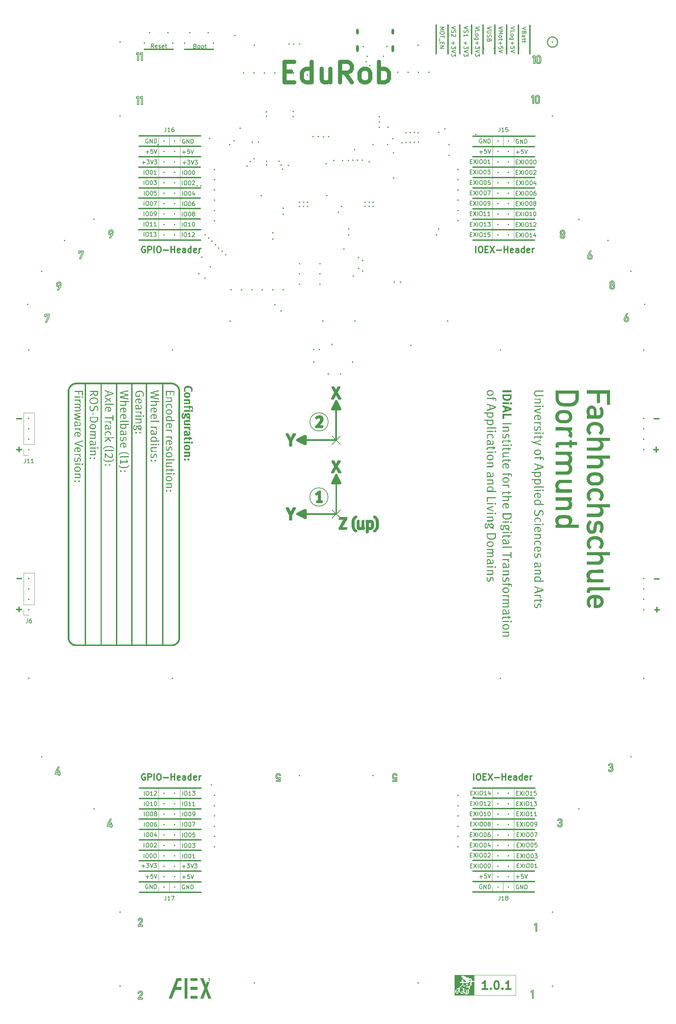
<source format=gto>
%TF.GenerationSoftware,KiCad,Pcbnew,7.0.10*%
%TF.CreationDate,2024-05-27T11:18:25+02:00*%
%TF.ProjectId,Edurob,45647572-6f62-42e6-9b69-6361645f7063,rev?*%
%TF.SameCoordinates,Original*%
%TF.FileFunction,Legend,Top*%
%TF.FilePolarity,Positive*%
%FSLAX46Y46*%
G04 Gerber Fmt 4.6, Leading zero omitted, Abs format (unit mm)*
G04 Created by KiCad (PCBNEW 7.0.10) date 2024-05-27 11:18:25*
%MOMM*%
%LPD*%
G01*
G04 APERTURE LIST*
%ADD10C,0.200000*%
%ADD11C,0.000000*%
%ADD12C,0.150000*%
%ADD13C,0.300000*%
%ADD14C,0.422999*%
%ADD15C,0.250000*%
%ADD16C,0.400000*%
%ADD17C,1.000000*%
%ADD18C,0.120000*%
%ADD19C,0.100000*%
%ADD20C,0.350000*%
%ADD21O,0.600000X1.700000*%
%ADD22O,0.600000X1.400000*%
G04 APERTURE END LIST*
D10*
X255414694Y-82789262D02*
X255362223Y-82807973D01*
X267429714Y-94324112D02*
X267400834Y-94313943D01*
X254328453Y-224602812D02*
X254298760Y-224644300D01*
X266442729Y-211051847D02*
X266471608Y-211007918D01*
X255127314Y-225777105D02*
X255113484Y-225838118D01*
X267841754Y-93543961D02*
X267860058Y-93596432D01*
X248831352Y-48353581D02*
X248815488Y-48377173D01*
X214237085Y-214565741D02*
X214191936Y-214567368D01*
X131844692Y-94474609D02*
X131815406Y-94433934D01*
X255129154Y-81712590D02*
X255159661Y-81717064D01*
X266758573Y-93596432D02*
X266776877Y-93543961D01*
X144753751Y-81536252D02*
X144768394Y-81563098D01*
X214191936Y-214567368D02*
X214136211Y-214564521D01*
X152756300Y-266822840D02*
X152751012Y-266870837D01*
X248890738Y-48297043D02*
X248869180Y-48313313D01*
X266873072Y-212799254D02*
X266823855Y-212793153D01*
X266744743Y-94864279D02*
X266724812Y-94808554D01*
X185915425Y-213192824D02*
X185962608Y-213202180D01*
X214516931Y-213246644D02*
X214562487Y-213271049D01*
X145212567Y-81607841D02*
X145232091Y-81587096D01*
X132841642Y-94310281D02*
X132807881Y-94387564D01*
X131400271Y-213350238D02*
X131400317Y-213079748D01*
X248938734Y-49693829D02*
X248965173Y-49702371D01*
X255755553Y-81155339D02*
X255775483Y-81211064D01*
X132591082Y-94139445D02*
X132595150Y-94101211D01*
X254763271Y-224613794D02*
X254742933Y-224592236D01*
X249864108Y-38572153D02*
X249883226Y-38627471D01*
X249057926Y-39682993D02*
X249059146Y-39718380D01*
X271319548Y-102240666D02*
X271335819Y-102296391D01*
X266418324Y-211096997D02*
X266442729Y-211051847D01*
X255423236Y-80838479D02*
X255475707Y-80862071D01*
X254051048Y-224506818D02*
X254079927Y-224462889D01*
X151500012Y-37801403D02*
X151214472Y-38010067D01*
X213688377Y-213661124D02*
X213693665Y-213628177D01*
X132033018Y-94174426D02*
X132041967Y-94206966D01*
X185262181Y-213879015D02*
X185262587Y-213830205D01*
X249810010Y-40042562D02*
X249774623Y-40085677D01*
X254298760Y-224644300D02*
X254275982Y-224693517D01*
X267505572Y-211283696D02*
X267508012Y-211337794D01*
X152758334Y-266772809D02*
X152756300Y-266822840D01*
X185278858Y-213634150D02*
X185284552Y-213604864D01*
X262380220Y-87648183D02*
X262348493Y-87700654D01*
X261610238Y-87870676D02*
X261563869Y-87843017D01*
X267022596Y-93761981D02*
X267023775Y-93796148D01*
X145127963Y-80752034D02*
X145177586Y-80765051D01*
X213705867Y-214198037D02*
X213698139Y-214165090D01*
D11*
G36*
X164789906Y-124591710D02*
G01*
X164802543Y-124592547D01*
X164814923Y-124593942D01*
X164827048Y-124595896D01*
X164838917Y-124598407D01*
X164850530Y-124601476D01*
X164861887Y-124605104D01*
X164872988Y-124609289D01*
X164883834Y-124614033D01*
X164894423Y-124619334D01*
X164904758Y-124625194D01*
X164914837Y-124631611D01*
X164924660Y-124638587D01*
X164934228Y-124646120D01*
X164943540Y-124654212D01*
X164952597Y-124662861D01*
X164961242Y-124672278D01*
X164969329Y-124681927D01*
X164976858Y-124691809D01*
X164983830Y-124701923D01*
X164990245Y-124712270D01*
X164996101Y-124722849D01*
X165001401Y-124733661D01*
X165006142Y-124744705D01*
X165010325Y-124755982D01*
X165013951Y-124767491D01*
X165017019Y-124779233D01*
X165019530Y-124791207D01*
X165021482Y-124803414D01*
X165022877Y-124815854D01*
X165023714Y-124828526D01*
X165023993Y-124841431D01*
X165023714Y-124853953D01*
X165022877Y-124866218D01*
X165021482Y-124878228D01*
X165019530Y-124889981D01*
X165017019Y-124901479D01*
X165013951Y-124912721D01*
X165010325Y-124923708D01*
X165006142Y-124934438D01*
X165001401Y-124944913D01*
X164996101Y-124955132D01*
X164990245Y-124965095D01*
X164983830Y-124974802D01*
X164976858Y-124984254D01*
X164969329Y-124993450D01*
X164961242Y-125002390D01*
X164952597Y-125011075D01*
X164943545Y-125019724D01*
X164934237Y-125027816D01*
X164924672Y-125035349D01*
X164914852Y-125042325D01*
X164904774Y-125048742D01*
X164894441Y-125054602D01*
X164883851Y-125059903D01*
X164873005Y-125064647D01*
X164861903Y-125068832D01*
X164850544Y-125072460D01*
X164838930Y-125075529D01*
X164827059Y-125078040D01*
X164814932Y-125079993D01*
X164802549Y-125081389D01*
X164789909Y-125082226D01*
X164777014Y-125082505D01*
X164764121Y-125082226D01*
X164751484Y-125081389D01*
X164739103Y-125079993D01*
X164726978Y-125078040D01*
X164715108Y-125075529D01*
X164703494Y-125072460D01*
X164692135Y-125068832D01*
X164681032Y-125064647D01*
X164670185Y-125059903D01*
X164659594Y-125054602D01*
X164649258Y-125048742D01*
X164639178Y-125042325D01*
X164629354Y-125035349D01*
X164619786Y-125027816D01*
X164610473Y-125019724D01*
X164601416Y-125011075D01*
X164592771Y-125002018D01*
X164584684Y-124992706D01*
X164577154Y-124983138D01*
X164570182Y-124973314D01*
X164563768Y-124963235D01*
X164557911Y-124952899D01*
X164552612Y-124942308D01*
X164547871Y-124931461D01*
X164543687Y-124920359D01*
X164540061Y-124909000D01*
X164536993Y-124897386D01*
X164534483Y-124885517D01*
X164532530Y-124873391D01*
X164531136Y-124861010D01*
X164530299Y-124848373D01*
X164530020Y-124835480D01*
X164530299Y-124822948D01*
X164531136Y-124810648D01*
X164532530Y-124798581D01*
X164534483Y-124786746D01*
X164536993Y-124775143D01*
X164540061Y-124763773D01*
X164543687Y-124752636D01*
X164547871Y-124741731D01*
X164552612Y-124731058D01*
X164557911Y-124720618D01*
X164563768Y-124710411D01*
X164570182Y-124700436D01*
X164577154Y-124690693D01*
X164584684Y-124681184D01*
X164592771Y-124671906D01*
X164601416Y-124662861D01*
X164610468Y-124654212D01*
X164619776Y-124646120D01*
X164629340Y-124638587D01*
X164639161Y-124631611D01*
X164649239Y-124625194D01*
X164659573Y-124619334D01*
X164670163Y-124614033D01*
X164681009Y-124609289D01*
X164692113Y-124605104D01*
X164703472Y-124601476D01*
X164715088Y-124598407D01*
X164726960Y-124595896D01*
X164739089Y-124593942D01*
X164751474Y-124592547D01*
X164764116Y-124591710D01*
X164777014Y-124591431D01*
X164789906Y-124591710D01*
G37*
D10*
X144993328Y-81936497D02*
X144954280Y-81941378D01*
X261621221Y-87143403D02*
X261609425Y-87173503D01*
X254126704Y-226090304D02*
X254091723Y-226052069D01*
D11*
G36*
X199988797Y-123956412D02*
G01*
X199999392Y-123957255D01*
X200009833Y-123958616D01*
X200020106Y-123960481D01*
X200030199Y-123962839D01*
X200040099Y-123965677D01*
X200049792Y-123968980D01*
X200059266Y-123972737D01*
X200068507Y-123976933D01*
X200077503Y-123981558D01*
X200086240Y-123986596D01*
X200094707Y-123992035D01*
X200102888Y-123997863D01*
X200110773Y-124004066D01*
X200118347Y-124010632D01*
X200125597Y-124017546D01*
X200132511Y-124024797D01*
X200139076Y-124032371D01*
X200145279Y-124040256D01*
X200151106Y-124048438D01*
X200156545Y-124056904D01*
X200161583Y-124065642D01*
X200166206Y-124074638D01*
X200170402Y-124083879D01*
X200174158Y-124093353D01*
X200177461Y-124103046D01*
X200180297Y-124112946D01*
X200182654Y-124123039D01*
X200184518Y-124133312D01*
X200185878Y-124143753D01*
X200186719Y-124154349D01*
X200187029Y-124165085D01*
X200187037Y-131971726D01*
X200186726Y-131982462D01*
X200185884Y-131993058D01*
X200184524Y-132003499D01*
X200182659Y-132013772D01*
X200180301Y-132023865D01*
X200177465Y-132033765D01*
X200174162Y-132043458D01*
X200170405Y-132052932D01*
X200166209Y-132062173D01*
X200161585Y-132071169D01*
X200156547Y-132079907D01*
X200151107Y-132088373D01*
X200145280Y-132096555D01*
X200139076Y-132104439D01*
X200132511Y-132112014D01*
X200125596Y-132119265D01*
X200118345Y-132126179D01*
X200110771Y-132132745D01*
X200102886Y-132138948D01*
X200094703Y-132144776D01*
X200086236Y-132150215D01*
X200077498Y-132155253D01*
X200068502Y-132159877D01*
X200059260Y-132164074D01*
X200049785Y-132167831D01*
X200040091Y-132171134D01*
X200030190Y-132173971D01*
X200020096Y-132176329D01*
X200009822Y-132178195D01*
X199999380Y-132179556D01*
X199988783Y-132180399D01*
X199978045Y-132180710D01*
X199967308Y-132180399D01*
X199956713Y-132179556D01*
X199946272Y-132178195D01*
X199935998Y-132176329D01*
X199925905Y-132173971D01*
X199916006Y-132171134D01*
X199906313Y-132167831D01*
X199896839Y-132164074D01*
X199887598Y-132159877D01*
X199878602Y-132155253D01*
X199869864Y-132150215D01*
X199861398Y-132144776D01*
X199853216Y-132138948D01*
X199845332Y-132132745D01*
X199837758Y-132126179D01*
X199830507Y-132119265D01*
X199823593Y-132112014D01*
X199817028Y-132104439D01*
X199810826Y-132096555D01*
X199804998Y-132088373D01*
X199799559Y-132079907D01*
X199794522Y-132071169D01*
X199789898Y-132062173D01*
X199785702Y-132052932D01*
X199781947Y-132043458D01*
X199778644Y-132033765D01*
X199775808Y-132023865D01*
X199773451Y-132013772D01*
X199771586Y-132003499D01*
X199770227Y-131993058D01*
X199769386Y-131982462D01*
X199769076Y-131971726D01*
X199769068Y-124165085D01*
X199769379Y-124154349D01*
X199770221Y-124143753D01*
X199771581Y-124133312D01*
X199773446Y-124123039D01*
X199775803Y-124112946D01*
X199778640Y-124103046D01*
X199781943Y-124093353D01*
X199785699Y-124083879D01*
X199789896Y-124074638D01*
X199794520Y-124065642D01*
X199799558Y-124056904D01*
X199804997Y-124048438D01*
X199810825Y-124040256D01*
X199817028Y-124032371D01*
X199823593Y-124024797D01*
X199830507Y-124017546D01*
X199837758Y-124010632D01*
X199845333Y-124004066D01*
X199853218Y-123997863D01*
X199861400Y-123992035D01*
X199869866Y-123986596D01*
X199878604Y-123981558D01*
X199887600Y-123976933D01*
X199896842Y-123972737D01*
X199906316Y-123968980D01*
X199916010Y-123965677D01*
X199925910Y-123962839D01*
X199936003Y-123960481D01*
X199946277Y-123958616D01*
X199956719Y-123957255D01*
X199967315Y-123956412D01*
X199978052Y-123956101D01*
X199978060Y-123956101D01*
X199988797Y-123956412D01*
G37*
D10*
X261344629Y-87067748D02*
X261378390Y-86989651D01*
X255638001Y-82619240D02*
X255599360Y-82662763D01*
X152437151Y-39502034D02*
X152437168Y-37801403D01*
X255762467Y-82311735D02*
X255754739Y-82368681D01*
X152379241Y-248774383D02*
X152358090Y-248756080D01*
X267160851Y-94902107D02*
X267188510Y-94914716D01*
X152236064Y-248421323D02*
X152294636Y-248429458D01*
X266986149Y-211058762D02*
X266928391Y-211053474D01*
X185664052Y-213507244D02*
X185635986Y-213527581D01*
X213973510Y-213247051D02*
X214031269Y-213217358D01*
X267631463Y-94586467D02*
X267626989Y-94554334D01*
X255250367Y-82829124D02*
X255190981Y-82831565D01*
X132549187Y-94263505D02*
X132563830Y-94237066D01*
X249224287Y-38547341D02*
X249199475Y-38558730D01*
X267041266Y-94799198D02*
X267060790Y-94824010D01*
X267594855Y-93728220D02*
X267590381Y-93696087D01*
D12*
X197988313Y-145845997D02*
G75*
G03*
X193516177Y-145845997I-2236068J0D01*
G01*
X193516177Y-145845997D02*
G75*
G03*
X197988313Y-145845997I2236068J0D01*
G01*
D10*
X270556888Y-102291103D02*
X270539805Y-102315915D01*
X267172442Y-212409179D02*
X267191152Y-212385181D01*
D11*
G36*
X156231247Y-133173821D02*
G01*
X154716370Y-133173821D01*
X154716370Y-132932747D01*
X156192551Y-132932747D01*
X156231247Y-133173821D01*
G37*
D10*
X255014044Y-80820582D02*
X255070989Y-80807566D01*
X255455776Y-82133578D02*
X255443167Y-82107953D01*
X254640238Y-81655238D02*
X254614613Y-81596665D01*
D11*
G36*
X145719345Y-134590499D02*
G01*
X145713717Y-134592126D01*
X145705764Y-134594033D01*
X145695487Y-134596219D01*
X145682884Y-134598683D01*
X145667958Y-134601427D01*
X145650706Y-134604450D01*
X145631131Y-134607751D01*
X145609230Y-134611331D01*
X145585930Y-134615517D01*
X145560677Y-134619144D01*
X145533472Y-134622213D01*
X145504314Y-134624724D01*
X145473203Y-134626677D01*
X145440138Y-134628072D01*
X145405121Y-134628909D01*
X145368149Y-134629188D01*
X143853279Y-134629188D01*
X143832539Y-134629420D01*
X143813472Y-134630118D01*
X143796080Y-134631281D01*
X143780362Y-134632909D01*
X143766318Y-134635002D01*
X143759924Y-134636222D01*
X143753949Y-134637559D01*
X143748391Y-134639012D01*
X143743252Y-134640582D01*
X143738532Y-134642267D01*
X143734230Y-134644069D01*
X143732400Y-134645217D01*
X143730627Y-134646429D01*
X143728913Y-134647705D01*
X143727256Y-134649045D01*
X143725658Y-134650449D01*
X143724118Y-134651916D01*
X143722635Y-134653448D01*
X143721211Y-134655044D01*
X143719845Y-134656703D01*
X143718538Y-134658427D01*
X143717288Y-134660214D01*
X143716096Y-134662066D01*
X143714963Y-134663981D01*
X143713887Y-134665960D01*
X143712870Y-134668003D01*
X143711910Y-134670110D01*
X143711009Y-134672281D01*
X143710166Y-134674516D01*
X143709381Y-134676815D01*
X143708655Y-134679178D01*
X143707986Y-134681605D01*
X143707375Y-134684096D01*
X143706823Y-134686650D01*
X143706329Y-134689269D01*
X143705515Y-134694698D01*
X143704933Y-134700383D01*
X143704584Y-134706323D01*
X143704468Y-134712520D01*
X143704491Y-134713334D01*
X143704561Y-134714288D01*
X143704678Y-134715381D01*
X143704841Y-134716613D01*
X143705307Y-134719497D01*
X143705959Y-134722938D01*
X143706796Y-134726937D01*
X143707819Y-134731494D01*
X143709026Y-134736609D01*
X143710419Y-134742282D01*
X143558624Y-134789901D01*
X143553650Y-134778972D01*
X143549139Y-134768509D01*
X143545093Y-134758511D01*
X143541513Y-134748977D01*
X143538397Y-134739909D01*
X143535747Y-134731306D01*
X143533563Y-134723168D01*
X143531845Y-134715495D01*
X143530451Y-134708473D01*
X143529242Y-134700801D01*
X143528219Y-134692477D01*
X143527382Y-134683503D01*
X143526731Y-134673877D01*
X143526266Y-134663600D01*
X143525987Y-134652672D01*
X143525894Y-134641093D01*
X143526139Y-134627503D01*
X143526871Y-134614261D01*
X143528092Y-134601368D01*
X143529801Y-134588823D01*
X143531998Y-134576628D01*
X143534684Y-134564781D01*
X143537858Y-134553283D01*
X143541520Y-134542134D01*
X143545671Y-134531334D01*
X143550310Y-134520882D01*
X143555437Y-134510779D01*
X143561052Y-134501026D01*
X143567155Y-134491621D01*
X143573747Y-134482565D01*
X143580826Y-134473857D01*
X143588394Y-134465499D01*
X143592546Y-134461104D01*
X143596814Y-134456849D01*
X143601198Y-134452733D01*
X143605698Y-134448757D01*
X143610314Y-134444920D01*
X143615046Y-134441223D01*
X143619894Y-134437666D01*
X143624858Y-134434248D01*
X143629938Y-134430969D01*
X143635135Y-134427830D01*
X143640447Y-134424830D01*
X143645876Y-134421970D01*
X143651421Y-134419250D01*
X143657083Y-134416669D01*
X143662861Y-134414227D01*
X143668755Y-134411925D01*
X143675195Y-134409763D01*
X143681868Y-134407741D01*
X143688773Y-134405858D01*
X143695911Y-134404115D01*
X143703280Y-134402511D01*
X143710883Y-134401046D01*
X143718718Y-134399721D01*
X143726785Y-134398536D01*
X143735085Y-134397490D01*
X143743617Y-134396583D01*
X143752382Y-134395816D01*
X143761380Y-134395188D01*
X143780074Y-134394352D01*
X143799698Y-134394073D01*
X145371124Y-134394073D01*
X145403024Y-134393840D01*
X145433250Y-134393142D01*
X145461803Y-134391979D01*
X145488682Y-134390351D01*
X145513888Y-134388259D01*
X145537419Y-134385701D01*
X145559277Y-134382678D01*
X145579460Y-134379191D01*
X145615548Y-134372308D01*
X145643450Y-134366540D01*
X145654332Y-134364075D01*
X145663167Y-134361890D01*
X145669956Y-134359983D01*
X145674698Y-134358356D01*
X145719345Y-134590499D01*
G37*
D10*
X248869180Y-48313313D02*
X248849249Y-48332430D01*
X145107218Y-81040422D02*
X145076712Y-81033914D01*
X267309315Y-93188053D02*
X267368701Y-93190494D01*
X254711613Y-226232667D02*
X254654261Y-226245683D01*
X144733006Y-81474426D02*
X144741955Y-81506966D01*
X254489526Y-225966651D02*
X254547692Y-225970719D01*
X248747968Y-48049331D02*
X248795151Y-48023298D01*
X132344184Y-93729846D02*
X132309610Y-93728626D01*
X214363178Y-214539709D02*
X214322503Y-214551911D01*
X129343945Y-103313240D02*
X129022611Y-103313240D01*
X249883226Y-38627471D02*
X249896649Y-38686857D01*
X267482794Y-211507410D02*
X267462863Y-211562321D01*
X248486032Y-38258140D02*
X248486032Y-40262208D01*
X249399598Y-38531884D02*
X249370311Y-38528224D01*
X254766931Y-226214770D02*
X254711613Y-226232667D01*
D11*
G36*
X159957413Y-129653000D02*
G01*
X159954971Y-129654163D01*
X159952110Y-129655419D01*
X159945135Y-129658210D01*
X159936486Y-129661373D01*
X159926163Y-129664907D01*
X159914167Y-129668814D01*
X159900496Y-129673093D01*
X159885152Y-129677743D01*
X159868134Y-129682766D01*
X159859520Y-129685626D01*
X159850789Y-129688253D01*
X159841942Y-129690648D01*
X159832979Y-129692810D01*
X159823900Y-129694740D01*
X159814704Y-129696437D01*
X159805392Y-129697902D01*
X159795963Y-129699134D01*
X159786419Y-129700133D01*
X159776758Y-129700900D01*
X159766981Y-129701435D01*
X159757088Y-129701737D01*
X159747079Y-129701806D01*
X159736954Y-129701643D01*
X159726712Y-129701247D01*
X159716355Y-129700619D01*
X159730305Y-129710780D01*
X159743883Y-129721174D01*
X159757090Y-129731800D01*
X159769924Y-129742659D01*
X159782387Y-129753750D01*
X159794478Y-129765074D01*
X159806196Y-129776630D01*
X159817543Y-129788418D01*
X159828518Y-129800439D01*
X159839121Y-129812693D01*
X159849352Y-129825179D01*
X159859211Y-129837898D01*
X159868698Y-129850849D01*
X159877814Y-129864033D01*
X159886557Y-129877449D01*
X159894928Y-129891098D01*
X159903215Y-129905234D01*
X159910968Y-129919371D01*
X159918186Y-129933507D01*
X159924870Y-129947644D01*
X159931019Y-129961781D01*
X159936634Y-129975917D01*
X159941713Y-129990054D01*
X159946259Y-130004191D01*
X159950269Y-130018328D01*
X159953745Y-130032465D01*
X159956687Y-130046602D01*
X159959093Y-130060739D01*
X159960965Y-130074876D01*
X159962302Y-130089013D01*
X159963104Y-130103150D01*
X159963371Y-130117287D01*
X159963278Y-130123936D01*
X159963000Y-130130493D01*
X159962535Y-130136957D01*
X159961885Y-130143328D01*
X159961049Y-130149606D01*
X159960027Y-130155790D01*
X159958820Y-130161882D01*
X159957428Y-130167881D01*
X159954639Y-130178672D01*
X159953383Y-130183229D01*
X159952221Y-130187228D01*
X159951152Y-130190669D01*
X159950175Y-130193552D01*
X159949292Y-130195877D01*
X159948502Y-130197643D01*
X159695519Y-130102406D01*
X159696960Y-130098662D01*
X159698309Y-130094871D01*
X159699564Y-130091034D01*
X159700727Y-130087151D01*
X159701797Y-130083222D01*
X159702774Y-130079246D01*
X159703658Y-130075223D01*
X159704449Y-130071154D01*
X159705147Y-130067039D01*
X159705752Y-130062877D01*
X159706264Y-130058669D01*
X159706683Y-130054414D01*
X159707009Y-130050113D01*
X159707242Y-130045765D01*
X159707382Y-130041371D01*
X159707428Y-130036930D01*
X159707010Y-130019573D01*
X159705754Y-130002471D01*
X159703661Y-129985625D01*
X159700731Y-129969035D01*
X159696964Y-129952701D01*
X159692360Y-129936622D01*
X159686919Y-129920800D01*
X159680640Y-129905232D01*
X159673525Y-129889921D01*
X159665573Y-129874866D01*
X159656785Y-129860066D01*
X159647159Y-129845522D01*
X159636696Y-129831234D01*
X159625397Y-129817202D01*
X159613261Y-129803426D01*
X159600289Y-129789906D01*
X159593976Y-129783709D01*
X159587686Y-129777768D01*
X159581420Y-129772083D01*
X159575177Y-129766654D01*
X159568957Y-129761481D01*
X159562761Y-129756563D01*
X159556587Y-129751901D01*
X159550437Y-129747495D01*
X159544310Y-129743344D01*
X159538206Y-129739450D01*
X159532125Y-129735811D01*
X159526068Y-129732428D01*
X159520033Y-129729301D01*
X159514021Y-129726430D01*
X159508033Y-129723814D01*
X159502068Y-129721455D01*
X159496303Y-129719292D01*
X159490165Y-129717269D01*
X159483656Y-129715386D01*
X159476774Y-129713642D01*
X159469519Y-129712038D01*
X159461893Y-129710573D01*
X159453894Y-129709247D01*
X159445523Y-129708062D01*
X159436780Y-129707016D01*
X159427665Y-129706109D01*
X159418178Y-129705342D01*
X159408318Y-129704714D01*
X159398086Y-129704226D01*
X159387482Y-129703877D01*
X159365158Y-129703598D01*
X158436592Y-129703598D01*
X158436592Y-129471455D01*
X159579445Y-129471455D01*
X159614831Y-129471083D01*
X159648079Y-129469967D01*
X159679189Y-129468107D01*
X159708161Y-129465503D01*
X159734993Y-129462154D01*
X159759687Y-129458062D01*
X159782242Y-129453225D01*
X159802658Y-129447643D01*
X159837444Y-129438158D01*
X159864415Y-129430532D01*
X159883572Y-129424766D01*
X159890219Y-129422581D01*
X159894913Y-129420860D01*
X159957413Y-129653000D01*
G37*
D10*
X152350361Y-248442474D02*
X152404053Y-248460778D01*
X131873978Y-93631819D02*
X131916687Y-93591550D01*
X270977877Y-103097286D02*
X270926626Y-103113149D01*
X270502790Y-102630741D02*
X270510519Y-102662874D01*
X185291060Y-214204010D02*
X185283332Y-214171063D01*
X271067769Y-102518884D02*
X271066549Y-102478209D01*
D13*
X151840108Y-73034200D02*
X166840108Y-73034200D01*
D10*
X144820458Y-81934870D02*
X144776122Y-81924294D01*
X152118919Y-248421323D02*
X152174644Y-248418882D01*
X248903360Y-40085677D02*
X248868379Y-40042562D01*
X249275932Y-48353581D02*
X249257628Y-48332430D01*
D11*
G36*
X152083326Y-119948872D02*
G01*
X152152940Y-119952499D01*
X152219858Y-119958545D01*
X152284079Y-119967008D01*
X152345602Y-119977890D01*
X152375353Y-119984238D01*
X152404428Y-119991190D01*
X152432830Y-119998747D01*
X152460556Y-120006908D01*
X152487608Y-120015674D01*
X152513985Y-120025044D01*
X152540132Y-120035043D01*
X152565744Y-120045692D01*
X152590821Y-120056992D01*
X152615363Y-120068943D01*
X152639370Y-120081546D01*
X152662842Y-120094799D01*
X152685779Y-120108703D01*
X152708182Y-120123259D01*
X152730049Y-120138465D01*
X152751382Y-120154323D01*
X152772180Y-120170831D01*
X152792443Y-120187991D01*
X152812172Y-120205801D01*
X152831366Y-120224263D01*
X152850025Y-120243375D01*
X152868149Y-120263139D01*
X152891575Y-120290331D01*
X152913489Y-120318337D01*
X152933892Y-120347158D01*
X152952784Y-120376792D01*
X152970164Y-120407239D01*
X152986033Y-120438501D01*
X153000391Y-120470576D01*
X153013237Y-120503466D01*
X153024572Y-120537169D01*
X153034396Y-120571686D01*
X153042708Y-120607016D01*
X153049509Y-120643161D01*
X153054799Y-120680119D01*
X153058577Y-120717891D01*
X153060844Y-120756477D01*
X153061600Y-120795876D01*
X153060809Y-120836078D01*
X153058438Y-120875582D01*
X153054485Y-120914389D01*
X153048951Y-120952498D01*
X153041836Y-120989909D01*
X153033140Y-121026623D01*
X153022863Y-121062640D01*
X153011005Y-121097959D01*
X152997565Y-121132580D01*
X152982544Y-121166504D01*
X152965943Y-121199730D01*
X152947759Y-121232259D01*
X152927995Y-121264090D01*
X152906650Y-121295224D01*
X152883723Y-121325660D01*
X152859215Y-121355399D01*
X152707436Y-121245282D01*
X152728223Y-121214404D01*
X152747429Y-121184270D01*
X152765053Y-121154880D01*
X152781097Y-121126234D01*
X152795559Y-121098333D01*
X152808440Y-121071175D01*
X152819741Y-121044761D01*
X152829460Y-121019091D01*
X152833785Y-121006733D01*
X152837832Y-120994212D01*
X152841599Y-120981528D01*
X152845087Y-120968682D01*
X152848296Y-120955672D01*
X152851227Y-120942500D01*
X152853878Y-120929166D01*
X152856250Y-120915668D01*
X152858343Y-120902008D01*
X152860157Y-120888185D01*
X152861692Y-120874199D01*
X152862948Y-120860051D01*
X152863925Y-120845739D01*
X152864623Y-120831265D01*
X152865042Y-120816629D01*
X152865181Y-120801829D01*
X152864856Y-120779682D01*
X152863879Y-120757884D01*
X152862251Y-120736435D01*
X152859972Y-120715334D01*
X152857041Y-120694582D01*
X152853460Y-120674179D01*
X152849228Y-120654125D01*
X152844344Y-120634419D01*
X152838810Y-120615062D01*
X152832625Y-120596054D01*
X152825789Y-120577395D01*
X152818302Y-120559084D01*
X152810164Y-120541122D01*
X152801375Y-120523509D01*
X152791935Y-120506245D01*
X152781845Y-120489329D01*
X152771058Y-120472867D01*
X152759525Y-120456963D01*
X152747249Y-120441618D01*
X152734228Y-120426830D01*
X152720463Y-120412600D01*
X152705954Y-120398928D01*
X152690700Y-120385814D01*
X152674703Y-120373259D01*
X152657961Y-120361261D01*
X152640475Y-120349821D01*
X152622245Y-120338939D01*
X152603271Y-120328616D01*
X152583553Y-120318850D01*
X152563091Y-120309642D01*
X152541886Y-120300993D01*
X152519936Y-120292901D01*
X152491057Y-120283170D01*
X152461714Y-120274067D01*
X152431906Y-120265592D01*
X152401632Y-120257745D01*
X152370894Y-120250525D01*
X152339691Y-120243933D01*
X152308023Y-120237969D01*
X152275890Y-120232633D01*
X152243291Y-120227925D01*
X152210228Y-120223844D01*
X152176700Y-120220391D01*
X152142707Y-120217566D01*
X152108248Y-120215369D01*
X152073325Y-120213800D01*
X152002083Y-120212544D01*
X151952184Y-120213102D01*
X151903681Y-120214777D01*
X151856573Y-120217567D01*
X151810862Y-120221473D01*
X151766546Y-120226496D01*
X151723625Y-120232634D01*
X151682099Y-120239889D01*
X151641968Y-120248259D01*
X151603415Y-120258397D01*
X151566630Y-120269464D01*
X151531612Y-120281462D01*
X151498362Y-120294390D01*
X151482399Y-120301203D01*
X151466879Y-120308248D01*
X151451800Y-120315525D01*
X151437163Y-120323036D01*
X151422968Y-120330778D01*
X151409215Y-120338753D01*
X151395903Y-120346961D01*
X151383034Y-120355401D01*
X151376745Y-120359935D01*
X151370525Y-120364608D01*
X151364376Y-120369421D01*
X151358296Y-120374374D01*
X151352286Y-120379466D01*
X151346346Y-120384698D01*
X151340476Y-120390069D01*
X151334675Y-120395580D01*
X151328944Y-120401230D01*
X151323283Y-120407019D01*
X151317692Y-120412949D01*
X151312170Y-120419017D01*
X151306718Y-120425226D01*
X151301335Y-120431574D01*
X151296023Y-120438061D01*
X151290779Y-120444688D01*
X151281246Y-120458267D01*
X151271991Y-120472218D01*
X151263016Y-120486541D01*
X151254319Y-120501236D01*
X151245902Y-120516303D01*
X151237765Y-120531741D01*
X151229907Y-120547552D01*
X151222328Y-120563735D01*
X151215817Y-120580243D01*
X151209678Y-120597030D01*
X151203912Y-120614097D01*
X151198518Y-120631442D01*
X151193496Y-120649067D01*
X151188847Y-120666971D01*
X151184570Y-120685154D01*
X151180664Y-120703616D01*
X151177175Y-120722170D01*
X151174151Y-120740632D01*
X151171593Y-120759000D01*
X151169500Y-120777276D01*
X151167872Y-120795458D01*
X151166709Y-120813548D01*
X151166012Y-120831544D01*
X151165779Y-120849448D01*
X151166093Y-120873385D01*
X151167035Y-120896834D01*
X151168604Y-120919795D01*
X151170801Y-120942267D01*
X151173625Y-120964251D01*
X151177078Y-120985747D01*
X151181158Y-121006755D01*
X151185867Y-121027274D01*
X151191203Y-121047305D01*
X151197167Y-121066848D01*
X151203759Y-121085902D01*
X151210979Y-121104469D01*
X151218827Y-121122547D01*
X151227303Y-121140137D01*
X151236407Y-121157238D01*
X151246140Y-121173852D01*
X151868157Y-121173852D01*
X151868157Y-120763139D01*
X152070542Y-120715520D01*
X152070542Y-121403020D01*
X151118164Y-121403018D01*
X151109353Y-121389078D01*
X151100774Y-121374790D01*
X151092427Y-121360153D01*
X151084313Y-121345168D01*
X151076431Y-121329834D01*
X151068782Y-121314151D01*
X151061365Y-121298119D01*
X151054180Y-121281738D01*
X151047228Y-121265009D01*
X151040509Y-121247931D01*
X151034022Y-121230504D01*
X151027767Y-121212729D01*
X151021745Y-121194604D01*
X151015956Y-121176131D01*
X151005074Y-121138139D01*
X150995308Y-121100100D01*
X150986845Y-121061874D01*
X150979684Y-121023463D01*
X150973825Y-120984865D01*
X150969268Y-120946082D01*
X150966013Y-120907112D01*
X150964061Y-120867956D01*
X150963410Y-120828614D01*
X150964409Y-120780472D01*
X150967409Y-120733516D01*
X150972408Y-120687745D01*
X150979407Y-120643161D01*
X150988405Y-120599762D01*
X150999403Y-120557549D01*
X151012400Y-120516522D01*
X151027397Y-120476681D01*
X151044394Y-120438025D01*
X151063390Y-120400555D01*
X151084385Y-120364271D01*
X151107380Y-120329173D01*
X151132374Y-120295261D01*
X151159368Y-120262534D01*
X151188361Y-120230994D01*
X151219353Y-120200639D01*
X151237397Y-120184537D01*
X151255813Y-120168970D01*
X151274601Y-120153938D01*
X151293760Y-120139441D01*
X151313291Y-120125478D01*
X151333194Y-120112051D01*
X151353469Y-120099158D01*
X151374116Y-120086800D01*
X151395135Y-120074977D01*
X151416526Y-120063688D01*
X151438289Y-120052934D01*
X151460424Y-120042715D01*
X151482932Y-120033031D01*
X151505812Y-120023882D01*
X151529064Y-120015267D01*
X151552689Y-120007188D01*
X151577148Y-119999980D01*
X151602165Y-119993237D01*
X151627741Y-119986959D01*
X151653874Y-119981146D01*
X151707817Y-119970915D01*
X151763992Y-119962545D01*
X151822399Y-119956034D01*
X151883039Y-119951384D01*
X151945912Y-119948593D01*
X152011017Y-119947663D01*
X152083326Y-119948872D01*
G37*
G36*
X136519974Y-127454142D02*
G01*
X136530327Y-127454408D01*
X136560623Y-127456814D01*
X136590036Y-127460825D01*
X136618566Y-127466440D01*
X136646211Y-127473660D01*
X136672972Y-127482484D01*
X136698850Y-127492912D01*
X136723845Y-127504944D01*
X136747956Y-127518581D01*
X136771183Y-127533823D01*
X136793527Y-127550668D01*
X136814988Y-127569118D01*
X136835565Y-127589173D01*
X136855259Y-127610831D01*
X136874070Y-127634095D01*
X136891998Y-127658962D01*
X136908937Y-127685295D01*
X136924783Y-127712952D01*
X136939537Y-127741936D01*
X136953197Y-127772244D01*
X136965765Y-127803877D01*
X136977240Y-127836836D01*
X136987622Y-127871121D01*
X136996911Y-127906730D01*
X137005108Y-127943665D01*
X137012211Y-127981925D01*
X137018222Y-128021511D01*
X137023140Y-128062422D01*
X137026965Y-128104658D01*
X137029698Y-128148220D01*
X137031337Y-128193107D01*
X137031883Y-128239319D01*
X137031883Y-128283962D01*
X137031837Y-128290101D01*
X137031697Y-128296612D01*
X137031465Y-128303494D01*
X137031140Y-128310748D01*
X137030210Y-128326373D01*
X137028908Y-128343487D01*
X137133072Y-128343487D01*
X137156835Y-128343347D01*
X137179017Y-128342929D01*
X137199618Y-128342231D01*
X137218639Y-128341254D01*
X137236078Y-128339998D01*
X137251936Y-128338463D01*
X137266213Y-128336649D01*
X137278908Y-128334557D01*
X137285174Y-128333708D01*
X137291324Y-128332650D01*
X137297358Y-128331383D01*
X137303275Y-128329907D01*
X137309076Y-128328221D01*
X137314761Y-128326326D01*
X137320330Y-128324222D01*
X137325782Y-128321909D01*
X137331118Y-128319386D01*
X137336338Y-128316654D01*
X137341441Y-128313713D01*
X137346428Y-128310562D01*
X137351298Y-128307202D01*
X137356052Y-128303633D01*
X137360690Y-128299855D01*
X137365212Y-128295868D01*
X137370328Y-128291357D01*
X137375259Y-128286753D01*
X137380002Y-128282057D01*
X137384560Y-128277267D01*
X137388931Y-128272384D01*
X137393116Y-128267409D01*
X137397115Y-128262340D01*
X137400928Y-128257178D01*
X137404554Y-128251923D01*
X137407995Y-128246576D01*
X137411250Y-128241135D01*
X137414319Y-128235601D01*
X137417202Y-128229974D01*
X137419899Y-128224255D01*
X137422410Y-128218442D01*
X137424736Y-128212536D01*
X137427258Y-128206502D01*
X137429618Y-128200306D01*
X137431815Y-128193946D01*
X137433850Y-128187424D01*
X137435722Y-128180740D01*
X137437431Y-128173892D01*
X137438977Y-128166882D01*
X137440361Y-128159709D01*
X137441582Y-128152373D01*
X137442641Y-128144875D01*
X137443536Y-128137213D01*
X137444269Y-128129389D01*
X137444839Y-128121403D01*
X137445246Y-128113253D01*
X137445491Y-128104941D01*
X137445572Y-128096466D01*
X137445340Y-128080748D01*
X137444642Y-128064844D01*
X137443480Y-128048754D01*
X137441852Y-128032478D01*
X137439759Y-128016016D01*
X137437200Y-127999369D01*
X137434177Y-127982535D01*
X137430687Y-127965515D01*
X137426782Y-127948448D01*
X137422504Y-127931475D01*
X137417855Y-127914594D01*
X137412833Y-127897806D01*
X137407439Y-127881112D01*
X137401673Y-127864510D01*
X137395534Y-127848002D01*
X137389023Y-127831587D01*
X137382930Y-127816054D01*
X137376559Y-127800708D01*
X137369909Y-127785548D01*
X137362980Y-127770574D01*
X137355772Y-127755786D01*
X137348286Y-127741184D01*
X137340520Y-127726768D01*
X137332474Y-127712538D01*
X137324988Y-127699424D01*
X137317409Y-127686869D01*
X137309737Y-127674872D01*
X137301971Y-127663432D01*
X137294111Y-127652551D01*
X137286159Y-127642228D01*
X137278113Y-127632462D01*
X137269974Y-127623255D01*
X137436638Y-127507183D01*
X137460784Y-127544490D01*
X137483373Y-127582007D01*
X137504404Y-127619732D01*
X137523878Y-127657667D01*
X137541793Y-127695811D01*
X137558151Y-127734165D01*
X137572951Y-127772727D01*
X137586193Y-127811499D01*
X137597878Y-127850480D01*
X137608004Y-127889670D01*
X137616573Y-127929070D01*
X137623584Y-127968678D01*
X137629037Y-128008496D01*
X137632932Y-128048524D01*
X137635269Y-128088760D01*
X137636048Y-128129206D01*
X137635141Y-128167780D01*
X137632420Y-128204633D01*
X137627886Y-128239766D01*
X137621538Y-128273178D01*
X137613377Y-128304870D01*
X137603402Y-128334841D01*
X137591613Y-128363091D01*
X137578011Y-128389621D01*
X137562595Y-128414430D01*
X137545366Y-128437519D01*
X137526323Y-128458887D01*
X137505467Y-128478534D01*
X137482797Y-128496461D01*
X137458314Y-128512667D01*
X137432018Y-128527152D01*
X137403908Y-128539917D01*
X137396375Y-128542824D01*
X137388655Y-128545591D01*
X137380749Y-128548219D01*
X137372657Y-128550707D01*
X137364379Y-128553055D01*
X137355915Y-128555264D01*
X137347265Y-128557334D01*
X137338429Y-128559264D01*
X137320198Y-128562705D01*
X137301224Y-128565588D01*
X137281507Y-128567914D01*
X137261048Y-128569681D01*
X137239937Y-128571030D01*
X137218267Y-128572099D01*
X137196038Y-128572890D01*
X137173251Y-128573401D01*
X137149906Y-128573634D01*
X137126003Y-128573588D01*
X137101542Y-128573263D01*
X137076523Y-128572659D01*
X136588425Y-128560755D01*
X136545641Y-128559638D01*
X136506579Y-128559266D01*
X136471238Y-128559638D01*
X136454964Y-128560103D01*
X136439621Y-128560755D01*
X136425018Y-128561638D01*
X136410973Y-128562801D01*
X136397487Y-128564242D01*
X136384560Y-128565963D01*
X136372190Y-128567963D01*
X136360378Y-128570242D01*
X136349123Y-128572799D01*
X136338425Y-128575636D01*
X136333636Y-128577531D01*
X136328941Y-128579495D01*
X136324338Y-128581529D01*
X136319828Y-128583633D01*
X136315411Y-128585807D01*
X136311087Y-128588051D01*
X136306856Y-128590364D01*
X136302717Y-128592747D01*
X136298672Y-128595200D01*
X136294719Y-128597723D01*
X136290859Y-128600316D01*
X136287092Y-128602978D01*
X136283417Y-128605710D01*
X136279835Y-128608512D01*
X136276346Y-128611383D01*
X136272949Y-128614325D01*
X136269625Y-128617371D01*
X136266348Y-128620557D01*
X136263116Y-128623882D01*
X136259932Y-128627346D01*
X136256794Y-128630950D01*
X136253702Y-128634694D01*
X136250657Y-128638577D01*
X136247658Y-128642599D01*
X136244706Y-128646761D01*
X136241800Y-128651063D01*
X136238941Y-128655504D01*
X136236128Y-128660084D01*
X136233362Y-128664805D01*
X136230642Y-128669664D01*
X136227969Y-128674663D01*
X136225342Y-128679802D01*
X136058655Y-128560745D01*
X136061758Y-128551166D01*
X136065118Y-128541772D01*
X136068734Y-128532565D01*
X136072605Y-128523544D01*
X136076733Y-128514708D01*
X136081116Y-128506059D01*
X136085755Y-128497596D01*
X136090651Y-128489318D01*
X136095802Y-128481227D01*
X136101209Y-128473321D01*
X136106872Y-128465602D01*
X136112791Y-128458068D01*
X136118965Y-128450721D01*
X136125395Y-128443559D01*
X136132081Y-128436584D01*
X136139023Y-128429794D01*
X136146532Y-128423586D01*
X136154180Y-128417610D01*
X136161968Y-128411867D01*
X136169896Y-128406356D01*
X136177964Y-128401078D01*
X136186171Y-128396032D01*
X136194518Y-128391219D01*
X136203005Y-128386639D01*
X136211631Y-128382291D01*
X136220398Y-128378175D01*
X136229303Y-128374292D01*
X136238348Y-128370642D01*
X136247533Y-128367224D01*
X136256858Y-128364039D01*
X136266322Y-128361086D01*
X136275925Y-128358366D01*
X136262765Y-128345008D01*
X136250070Y-128331719D01*
X136237840Y-128318501D01*
X136226075Y-128305352D01*
X136214775Y-128292273D01*
X136203939Y-128279264D01*
X136193569Y-128266324D01*
X136183665Y-128253454D01*
X136174225Y-128240655D01*
X136165250Y-128227924D01*
X136156740Y-128215264D01*
X136148696Y-128202673D01*
X136141117Y-128190152D01*
X136134003Y-128177701D01*
X136127354Y-128165319D01*
X136121170Y-128153008D01*
X136115765Y-128140975D01*
X136110709Y-128128687D01*
X136106001Y-128116143D01*
X136101641Y-128103343D01*
X136097630Y-128090288D01*
X136093968Y-128076977D01*
X136090654Y-128063409D01*
X136087689Y-128049586D01*
X136085072Y-128035508D01*
X136082804Y-128021173D01*
X136080885Y-128006583D01*
X136079315Y-127991737D01*
X136078094Y-127976635D01*
X136077631Y-127968483D01*
X136249146Y-127968483D01*
X136249390Y-127982562D01*
X136250122Y-127996524D01*
X136251343Y-128010371D01*
X136253051Y-128024101D01*
X136255248Y-128037714D01*
X136257933Y-128051212D01*
X136261107Y-128064593D01*
X136264769Y-128077858D01*
X136268919Y-128091006D01*
X136273558Y-128104039D01*
X136278684Y-128116955D01*
X136284300Y-128129755D01*
X136290404Y-128142439D01*
X136296996Y-128155006D01*
X136304076Y-128167457D01*
X136311646Y-128179792D01*
X136319982Y-128191883D01*
X136328620Y-128203602D01*
X136337560Y-128214949D01*
X136346802Y-128225924D01*
X136356347Y-128236527D01*
X136366193Y-128246757D01*
X136376341Y-128256616D01*
X136386791Y-128266103D01*
X136397544Y-128275217D01*
X136408599Y-128283960D01*
X136419956Y-128292330D01*
X136431616Y-128300329D01*
X136443577Y-128307955D01*
X136455842Y-128315209D01*
X136468408Y-128322092D01*
X136481278Y-128328602D01*
X136868180Y-128337532D01*
X136868877Y-128331393D01*
X136869481Y-128324882D01*
X136869993Y-128318000D01*
X136870411Y-128310745D01*
X136870737Y-128303119D01*
X136870969Y-128295120D01*
X136871108Y-128286750D01*
X136871155Y-128278008D01*
X136872457Y-128262197D01*
X136873387Y-128247502D01*
X136873712Y-128240573D01*
X136873944Y-128233922D01*
X136874084Y-128227551D01*
X136874130Y-128221458D01*
X136873759Y-128187140D01*
X136872643Y-128154123D01*
X136870783Y-128122409D01*
X136868180Y-128091996D01*
X136864832Y-128062885D01*
X136860741Y-128035076D01*
X136855906Y-128008569D01*
X136850327Y-127983364D01*
X136844045Y-127959415D01*
X136840661Y-127947894D01*
X136837114Y-127936675D01*
X136833405Y-127925758D01*
X136829533Y-127915144D01*
X136825499Y-127904832D01*
X136821303Y-127894822D01*
X136816943Y-127885115D01*
X136812422Y-127875710D01*
X136807737Y-127866607D01*
X136802890Y-127857806D01*
X136797881Y-127849308D01*
X136792708Y-127841112D01*
X136787373Y-127833218D01*
X136781876Y-127825626D01*
X136776204Y-127818314D01*
X136770345Y-127811257D01*
X136764300Y-127804456D01*
X136758069Y-127797910D01*
X136751652Y-127791621D01*
X136745049Y-127785587D01*
X136738259Y-127779809D01*
X136731283Y-127774286D01*
X136724121Y-127769019D01*
X136716773Y-127764009D01*
X136709239Y-127759253D01*
X136701519Y-127754754D01*
X136693613Y-127750511D01*
X136685520Y-127746523D01*
X136677242Y-127742791D01*
X136668778Y-127739315D01*
X136660523Y-127736072D01*
X136652129Y-127733038D01*
X136643595Y-127730213D01*
X136634923Y-127727597D01*
X136626111Y-127725191D01*
X136617160Y-127722994D01*
X136608069Y-127721006D01*
X136598839Y-127719227D01*
X136589470Y-127717658D01*
X136579960Y-127716297D01*
X136570312Y-127715146D01*
X136560524Y-127714205D01*
X136550596Y-127713472D01*
X136540528Y-127712949D01*
X136530321Y-127712635D01*
X136519974Y-127712530D01*
X136487180Y-127713530D01*
X136471576Y-127714780D01*
X136456501Y-127716529D01*
X136441956Y-127718779D01*
X136427938Y-127721529D01*
X136414450Y-127724778D01*
X136401491Y-127728527D01*
X136389060Y-127732776D01*
X136377159Y-127737526D01*
X136365786Y-127742775D01*
X136354942Y-127748524D01*
X136344628Y-127754772D01*
X136334842Y-127761521D01*
X136325585Y-127768770D01*
X136316857Y-127776518D01*
X136308657Y-127784767D01*
X136300987Y-127793515D01*
X136293846Y-127802764D01*
X136287234Y-127812512D01*
X136281150Y-127822760D01*
X136275596Y-127833508D01*
X136270570Y-127844756D01*
X136266074Y-127856504D01*
X136262106Y-127868751D01*
X136258668Y-127881499D01*
X136255758Y-127894747D01*
X136253378Y-127908494D01*
X136251526Y-127922741D01*
X136250204Y-127937489D01*
X136249410Y-127952736D01*
X136249146Y-127968483D01*
X136077631Y-127968483D01*
X136077221Y-127961277D01*
X136076698Y-127945664D01*
X136076523Y-127929794D01*
X136077128Y-127896266D01*
X136078943Y-127864133D01*
X136081967Y-127833395D01*
X136083933Y-127818549D01*
X136086201Y-127804052D01*
X136088771Y-127789903D01*
X136091643Y-127776104D01*
X136094818Y-127762653D01*
X136098294Y-127749550D01*
X136102072Y-127736797D01*
X136106153Y-127724392D01*
X136110535Y-127712336D01*
X136115219Y-127700628D01*
X136120138Y-127689235D01*
X136125220Y-127678121D01*
X136130464Y-127667286D01*
X136135871Y-127656729D01*
X136141440Y-127646452D01*
X136147171Y-127636454D01*
X136153066Y-127626735D01*
X136159123Y-127617295D01*
X136165342Y-127608134D01*
X136171725Y-127599252D01*
X136178270Y-127590649D01*
X136184978Y-127582325D01*
X136191849Y-127574280D01*
X136198883Y-127566514D01*
X136206080Y-127559027D01*
X136213440Y-127551819D01*
X136220937Y-127545239D01*
X136228551Y-127538891D01*
X136236281Y-127532776D01*
X136244127Y-127526894D01*
X136252090Y-127521244D01*
X136260170Y-127515826D01*
X136268366Y-127510641D01*
X136276678Y-127505689D01*
X136285107Y-127500969D01*
X136293652Y-127496481D01*
X136302314Y-127492226D01*
X136311092Y-127488204D01*
X136319986Y-127484413D01*
X136328997Y-127480856D01*
X136338123Y-127477531D01*
X136347367Y-127474438D01*
X136366666Y-127469555D01*
X136385871Y-127465324D01*
X136404982Y-127461743D01*
X136424000Y-127458814D01*
X136442925Y-127456535D01*
X136461757Y-127454908D01*
X136480498Y-127453931D01*
X136499146Y-127453606D01*
X136519974Y-127454142D01*
G37*
D10*
X270619935Y-102234158D02*
X270576412Y-102268732D01*
X261974688Y-87629879D02*
X262022685Y-87605881D01*
X214782133Y-215196207D02*
X213716849Y-215196207D01*
X213763626Y-214327384D02*
X213736373Y-214278167D01*
X151500000Y-48500000D02*
X151214460Y-48708664D01*
X254448851Y-224523495D02*
X254406549Y-224542206D01*
X249339398Y-40274817D02*
X249284487Y-40272377D01*
X254922524Y-81220420D02*
X254905441Y-81246452D01*
X271020586Y-102315508D02*
X271003502Y-102290696D01*
X152747758Y-266658512D02*
X152755893Y-266714644D01*
X132060678Y-93500438D02*
X132111115Y-93479287D01*
X185551381Y-213830205D02*
X185548941Y-213900980D01*
X255190981Y-80796991D02*
X255252400Y-80799431D01*
X132027324Y-93976745D02*
X132022850Y-94016606D01*
X267220845Y-211343488D02*
X267219625Y-211313389D01*
X254759203Y-225886114D02*
X254780761Y-225864150D01*
X254743960Y-82619240D02*
X254710200Y-82573684D01*
X255159661Y-81717064D02*
X255190981Y-81718284D01*
X267309315Y-94937087D02*
X267371142Y-94931393D01*
X249231202Y-40265462D02*
X249179545Y-40253666D01*
X254959539Y-80838479D02*
X255014044Y-80820582D01*
X254473256Y-224224125D02*
X254525727Y-224221685D01*
X249062807Y-38765360D02*
X249059146Y-38798307D01*
X254917643Y-82765671D02*
X254870053Y-82736791D01*
X267485234Y-211179974D02*
X267497844Y-211231225D01*
X267540757Y-95181139D02*
X267486252Y-95199036D01*
X152437156Y-48196563D02*
X152725544Y-48196563D01*
X145284562Y-81474833D02*
X145291070Y-81439445D01*
X267462254Y-94007659D02*
X267507810Y-93975932D01*
X270838361Y-102194296D02*
X270781009Y-102189415D01*
X266828534Y-93445934D02*
X266862295Y-93400378D01*
X186096836Y-214463518D02*
X186061855Y-214489143D01*
X151711761Y-266453916D02*
X151745114Y-266408359D01*
X267277589Y-94935867D02*
X267309315Y-94937087D01*
X270996181Y-102752360D02*
X271015298Y-102729175D01*
X254938794Y-82107953D02*
X254926185Y-82133578D01*
X266365852Y-211295085D02*
X266372361Y-211243021D01*
X255409813Y-82451658D02*
X255427710Y-82430100D01*
X267293654Y-211751054D02*
X267352226Y-211793763D01*
X132026510Y-94139039D02*
X132033018Y-94174426D01*
X255443167Y-82406509D02*
X255455776Y-82380883D01*
X249774623Y-40085677D02*
X249733948Y-40125132D01*
X255311379Y-80807566D02*
X255368325Y-80820582D01*
X248200479Y-49986691D02*
X247912092Y-49986691D01*
X255389069Y-82043686D02*
X255343513Y-82011959D01*
X145579864Y-81443513D02*
X145565628Y-81528931D01*
X254909915Y-82191337D02*
X254905441Y-82223470D01*
X262022685Y-87605881D02*
X262070275Y-87572934D01*
X214028421Y-213546420D02*
X214011338Y-213575706D01*
D13*
X151862352Y-70520685D02*
X166862352Y-70520685D01*
D10*
X254590808Y-224224532D02*
X254653041Y-224232667D01*
X254967674Y-82789262D02*
X254917643Y-82765671D01*
X254917430Y-226128945D02*
X254869840Y-226162706D01*
X270781009Y-102848353D02*
X270830226Y-102843472D01*
X270922965Y-101936008D02*
X270967708Y-101942110D01*
X271054753Y-102638876D02*
X271062074Y-102602268D01*
X254761857Y-80963759D02*
X254808227Y-80924711D01*
X255427710Y-82084361D02*
X255409813Y-82062803D01*
X249561485Y-39887589D02*
X249577348Y-39864404D01*
X266979641Y-211622520D02*
X267010961Y-211616012D01*
X254432174Y-226248124D02*
X254384584Y-226237955D01*
D13*
X233321217Y-75595998D02*
X248321217Y-75595998D01*
D10*
X267817349Y-94966373D02*
X267780741Y-95012743D01*
X262073936Y-87897522D02*
X262022685Y-87913385D01*
X249609888Y-39783054D02*
X249615990Y-39751734D01*
X270724470Y-101960007D02*
X270757824Y-101948618D01*
X255010576Y-225296324D02*
X255051251Y-225348388D01*
X255679083Y-81976572D02*
X255709183Y-82023755D01*
X213984085Y-213681462D02*
X213972696Y-213752644D01*
X262080037Y-87068968D02*
X262036108Y-87034394D01*
X152151616Y-48708664D02*
X152151616Y-48404007D01*
X214137838Y-214265151D02*
X214172818Y-214273693D01*
X267052043Y-212494597D02*
X267103294Y-212468158D01*
D13*
X151846921Y-80697675D02*
X166846921Y-80697675D01*
D10*
X152399985Y-266968864D02*
X152420729Y-266940798D01*
X185321566Y-214284140D02*
X185300009Y-214232483D01*
X254357332Y-225908079D02*
X254394346Y-225935331D01*
X185283332Y-214171063D02*
X185276824Y-214133235D01*
X248197645Y-38561577D02*
X247912105Y-38770241D01*
X254520440Y-225082372D02*
X254555014Y-225081152D01*
X255767348Y-81597479D02*
X255741723Y-81655644D01*
X254627222Y-82368681D02*
X254619494Y-82311735D01*
X266739049Y-93831128D02*
X266735388Y-93767268D01*
X248496595Y-48411340D02*
X248510018Y-48351954D01*
D13*
X233354582Y-229383762D02*
X248354582Y-229383762D01*
D10*
X144100316Y-225779748D02*
X144770237Y-224346760D01*
X254192191Y-224343304D02*
X254234900Y-224310764D01*
X132293340Y-94636496D02*
X132254292Y-94641377D01*
X132325880Y-93441866D02*
X132377537Y-93444306D01*
X266946694Y-211626181D02*
X266979641Y-211622520D01*
X185580668Y-214118185D02*
X185605073Y-214176758D01*
X267137868Y-211546865D02*
X267174069Y-211504156D01*
X249134802Y-39908740D02*
X249154733Y-39927451D01*
X262163828Y-87319120D02*
X262162608Y-87278445D01*
X249053845Y-49713760D02*
X249114045Y-49708879D01*
X267462254Y-93516302D02*
X267413850Y-93493117D01*
X248998934Y-47967167D02*
X249053845Y-47964726D01*
X248782148Y-39829830D02*
X248774013Y-39766784D01*
X270891239Y-102209346D02*
X270838361Y-102194296D01*
X266703255Y-94551486D02*
X266714237Y-94484779D01*
X132521732Y-213350238D02*
X132521732Y-213646760D01*
D11*
G36*
X159548458Y-144132353D02*
G01*
X159558933Y-144133016D01*
X159569199Y-144134121D01*
X159579255Y-144135667D01*
X159589103Y-144137655D01*
X159598741Y-144140085D01*
X159608169Y-144142957D01*
X159617389Y-144146271D01*
X159626399Y-144150026D01*
X159635200Y-144154223D01*
X159643792Y-144158862D01*
X159652174Y-144163942D01*
X159660347Y-144169465D01*
X159668310Y-144175429D01*
X159676064Y-144181834D01*
X159683609Y-144188682D01*
X159690817Y-144196227D01*
X159697560Y-144203982D01*
X159703837Y-144211946D01*
X159709650Y-144220119D01*
X159714998Y-144228501D01*
X159719881Y-144237092D01*
X159724299Y-144245893D01*
X159728252Y-144254903D01*
X159731740Y-144264122D01*
X159734762Y-144273550D01*
X159737320Y-144283188D01*
X159739413Y-144293035D01*
X159741041Y-144303091D01*
X159742204Y-144313356D01*
X159742901Y-144323830D01*
X159743134Y-144334514D01*
X159742901Y-144344466D01*
X159742204Y-144354232D01*
X159741041Y-144363812D01*
X159739413Y-144373205D01*
X159737320Y-144382413D01*
X159734762Y-144391435D01*
X159731740Y-144400270D01*
X159728252Y-144408920D01*
X159724299Y-144417383D01*
X159719881Y-144425660D01*
X159714998Y-144433752D01*
X159709650Y-144441657D01*
X159703837Y-144449376D01*
X159697560Y-144456908D01*
X159690817Y-144464255D01*
X159683609Y-144471416D01*
X159676435Y-144478624D01*
X159669052Y-144485367D01*
X159661459Y-144491645D01*
X159653657Y-144497459D01*
X159645646Y-144502807D01*
X159637426Y-144507690D01*
X159628997Y-144512108D01*
X159620359Y-144516061D01*
X159611511Y-144519549D01*
X159602455Y-144522572D01*
X159593189Y-144525130D01*
X159583714Y-144527223D01*
X159574030Y-144528851D01*
X159564137Y-144530014D01*
X159554035Y-144530711D01*
X159543724Y-144530944D01*
X159533040Y-144530711D01*
X159522565Y-144530014D01*
X159512299Y-144528851D01*
X159502243Y-144527224D01*
X159492395Y-144525131D01*
X159482757Y-144522574D01*
X159473329Y-144519551D01*
X159464110Y-144516063D01*
X159455100Y-144512110D01*
X159446299Y-144507693D01*
X159437708Y-144502810D01*
X159429327Y-144497462D01*
X159421155Y-144491649D01*
X159413192Y-144485371D01*
X159405439Y-144478628D01*
X159397896Y-144471419D01*
X159391047Y-144464247D01*
X159384641Y-144456864D01*
X159378676Y-144449273D01*
X159373152Y-144441472D01*
X159368071Y-144433462D01*
X159363432Y-144425243D01*
X159359234Y-144416814D01*
X159355478Y-144408176D01*
X159352165Y-144399329D01*
X159349293Y-144390273D01*
X159346862Y-144381007D01*
X159344874Y-144371532D01*
X159343328Y-144361847D01*
X159342223Y-144351954D01*
X159341560Y-144341851D01*
X159341339Y-144331538D01*
X159341560Y-144321215D01*
X159342223Y-144311078D01*
X159343328Y-144301126D01*
X159344874Y-144291361D01*
X159346862Y-144281781D01*
X159349293Y-144272388D01*
X159352165Y-144263181D01*
X159355478Y-144254159D01*
X159359234Y-144245323D01*
X159363432Y-144236674D01*
X159368071Y-144228210D01*
X159373152Y-144219933D01*
X159378676Y-144211841D01*
X159384641Y-144203935D01*
X159391047Y-144196215D01*
X159397896Y-144188682D01*
X159405070Y-144181834D01*
X159412453Y-144175429D01*
X159420045Y-144169465D01*
X159427847Y-144163942D01*
X159435857Y-144158862D01*
X159444077Y-144154223D01*
X159452505Y-144150026D01*
X159461143Y-144146271D01*
X159469990Y-144142957D01*
X159479045Y-144140085D01*
X159488310Y-144137655D01*
X159497785Y-144135667D01*
X159507468Y-144134121D01*
X159517361Y-144133016D01*
X159527462Y-144132353D01*
X159537773Y-144132133D01*
X159548458Y-144132353D01*
G37*
D10*
X261306395Y-87234923D02*
X261320631Y-87149505D01*
X267216982Y-94924478D02*
X267246675Y-94931393D01*
X270576412Y-102268732D02*
X270556888Y-102291103D01*
X248773593Y-48522790D02*
X248772373Y-48557771D01*
X248774013Y-39766784D02*
X248771166Y-39699670D01*
X266912121Y-211627401D02*
X266946694Y-211626181D01*
X271015298Y-102729175D02*
X271031161Y-102702329D01*
X267035164Y-93666394D02*
X267028250Y-93696087D01*
X254869840Y-226162706D02*
X254819402Y-226191179D01*
X152088413Y-266505166D02*
X152040823Y-266529165D01*
X262158540Y-87240617D02*
X262152032Y-87205230D01*
X132556102Y-93857973D02*
X132541459Y-93833568D01*
X137661582Y-87856620D02*
X137340248Y-87856620D01*
X152437168Y-37497966D02*
X152725556Y-37497966D01*
X266401647Y-212459209D02*
X266382123Y-212405925D01*
X214562487Y-213271049D02*
X214607636Y-213299115D01*
X267507810Y-93975932D02*
X267528555Y-93956815D01*
X254234900Y-224310764D02*
X254279236Y-224283511D01*
X186394172Y-213636998D02*
X186404341Y-213704519D01*
X261926285Y-87643709D02*
X261974688Y-87629879D01*
X270583734Y-102785307D02*
X270605292Y-102801984D01*
X213834807Y-213354027D02*
X213874669Y-213317012D01*
D11*
G36*
X150830873Y-128325698D02*
G01*
X150841011Y-128325977D01*
X150850963Y-128326442D01*
X150860729Y-128327093D01*
X150870310Y-128327930D01*
X150879704Y-128328954D01*
X150888912Y-128330163D01*
X150897934Y-128331558D01*
X150907001Y-128333883D01*
X150916347Y-128336394D01*
X150925973Y-128339091D01*
X150935879Y-128341975D01*
X150956526Y-128348299D01*
X150978287Y-128355368D01*
X150999123Y-128599415D01*
X150992986Y-128595695D01*
X150986476Y-128591974D01*
X150979594Y-128588254D01*
X150972339Y-128584534D01*
X150964712Y-128580813D01*
X150956713Y-128577093D01*
X150948342Y-128573373D01*
X150939598Y-128569653D01*
X150929972Y-128566862D01*
X150920438Y-128564444D01*
X150910997Y-128562398D01*
X150901650Y-128560725D01*
X150892395Y-128559423D01*
X150883233Y-128558493D01*
X150874165Y-128557935D01*
X150865189Y-128557749D01*
X150850563Y-128558086D01*
X150836449Y-128559097D01*
X150822846Y-128560783D01*
X150809755Y-128563143D01*
X150797176Y-128566177D01*
X150785108Y-128569886D01*
X150773552Y-128574269D01*
X150762508Y-128579326D01*
X150751975Y-128585057D01*
X150741954Y-128591463D01*
X150732445Y-128598543D01*
X150723447Y-128606297D01*
X150714961Y-128614726D01*
X150706987Y-128623829D01*
X150699524Y-128633607D01*
X150692574Y-128644058D01*
X150688539Y-128650848D01*
X150684621Y-128657823D01*
X150680819Y-128664985D01*
X150677134Y-128672332D01*
X150673565Y-128679866D01*
X150670113Y-128687585D01*
X150666776Y-128695491D01*
X150663556Y-128703582D01*
X150660453Y-128711859D01*
X150657465Y-128720323D01*
X150654594Y-128728972D01*
X150651840Y-128737808D01*
X150649201Y-128746829D01*
X150646679Y-128756036D01*
X150641983Y-128775009D01*
X150637796Y-128795239D01*
X150634168Y-128815747D01*
X150631098Y-128836534D01*
X150628587Y-128857600D01*
X150626634Y-128878945D01*
X150625239Y-128900568D01*
X150624402Y-128922471D01*
X150624123Y-128944653D01*
X150624355Y-128965916D01*
X150625053Y-128986551D01*
X150626216Y-129006559D01*
X150627845Y-129025939D01*
X150629938Y-129044691D01*
X150632496Y-129062815D01*
X150635519Y-129080312D01*
X150639008Y-129097180D01*
X150642961Y-129113421D01*
X150647379Y-129129035D01*
X150652262Y-129144021D01*
X150657610Y-129158379D01*
X150663422Y-129172109D01*
X150669699Y-129185211D01*
X150676441Y-129197686D01*
X150683647Y-129209534D01*
X150687446Y-129215393D01*
X150691401Y-129221066D01*
X150695514Y-129226553D01*
X150699783Y-129231854D01*
X150704210Y-129236969D01*
X150708793Y-129241898D01*
X150713534Y-129246641D01*
X150718431Y-129251198D01*
X150723486Y-129255569D01*
X150728697Y-129259754D01*
X150734066Y-129263753D01*
X150739591Y-129267566D01*
X150745273Y-129271193D01*
X150751113Y-129274635D01*
X150757109Y-129277890D01*
X150763262Y-129280959D01*
X150769572Y-129283842D01*
X150776039Y-129286539D01*
X150782663Y-129289050D01*
X150789444Y-129291375D01*
X150796382Y-129293514D01*
X150803477Y-129295467D01*
X150810729Y-129297234D01*
X150818138Y-129298815D01*
X150833426Y-129301419D01*
X150849342Y-129303280D01*
X150865886Y-129304396D01*
X150883057Y-129304768D01*
X150898403Y-129304454D01*
X150913192Y-129303512D01*
X150927422Y-129301943D01*
X150941094Y-129299746D01*
X150954208Y-129296921D01*
X150966765Y-129293468D01*
X150978763Y-129289388D01*
X150990203Y-129284679D01*
X151001085Y-129279343D01*
X151011410Y-129273379D01*
X151021176Y-129266788D01*
X151030384Y-129259568D01*
X151039035Y-129251721D01*
X151047127Y-129243245D01*
X151054661Y-129234142D01*
X151061638Y-129224411D01*
X151065286Y-129219086D01*
X151068796Y-129213529D01*
X151072166Y-129207739D01*
X151075398Y-129201717D01*
X151078490Y-129195463D01*
X151081443Y-129188976D01*
X151084256Y-129182256D01*
X151086930Y-129175304D01*
X151089465Y-129168119D01*
X151091861Y-129160702D01*
X151094117Y-129153053D01*
X151096233Y-129145171D01*
X151098210Y-129137056D01*
X151100047Y-129128709D01*
X151101745Y-129120129D01*
X151103302Y-129111317D01*
X151106092Y-129093552D01*
X151108510Y-129074486D01*
X151110557Y-129054117D01*
X151112232Y-129032446D01*
X151113536Y-129009473D01*
X151114467Y-128985198D01*
X151115025Y-128959622D01*
X151115212Y-128932743D01*
X151115212Y-128876196D01*
X151115165Y-128868708D01*
X151115026Y-128861128D01*
X151114793Y-128853454D01*
X151114468Y-128845688D01*
X151114049Y-128837830D01*
X151113538Y-128829878D01*
X151112934Y-128821833D01*
X151112236Y-128813696D01*
X151112236Y-128703577D01*
X151112457Y-128687069D01*
X151113120Y-128671025D01*
X151114224Y-128655447D01*
X151115770Y-128640333D01*
X151117758Y-128625685D01*
X151120187Y-128611502D01*
X151123058Y-128597783D01*
X151126372Y-128584530D01*
X151130127Y-128571742D01*
X151134323Y-128559419D01*
X151138962Y-128547560D01*
X151144043Y-128536167D01*
X151149566Y-128525239D01*
X151155530Y-128514776D01*
X151161937Y-128504778D01*
X151168785Y-128495245D01*
X151176029Y-128486596D01*
X151183622Y-128478505D01*
X151191563Y-128470971D01*
X151199853Y-128463996D01*
X151208492Y-128457579D01*
X151217479Y-128451719D01*
X151226815Y-128446418D01*
X151236500Y-128441675D01*
X151246533Y-128437489D01*
X151256916Y-128433862D01*
X151267646Y-128430793D01*
X151278726Y-128428281D01*
X151290154Y-128426328D01*
X151301931Y-128424933D01*
X151314056Y-128424096D01*
X151326531Y-128423817D01*
X151337563Y-128424038D01*
X151348340Y-128424700D01*
X151358861Y-128425805D01*
X151369126Y-128427351D01*
X151379135Y-128429339D01*
X151388888Y-128431768D01*
X151398386Y-128434640D01*
X151407627Y-128437953D01*
X151416613Y-128441708D01*
X151425344Y-128445905D01*
X151433818Y-128450544D01*
X151442037Y-128455624D01*
X151450001Y-128461146D01*
X151457709Y-128467110D01*
X151465162Y-128473516D01*
X151472359Y-128480364D01*
X151479753Y-128488165D01*
X151487053Y-128496686D01*
X151494261Y-128505929D01*
X151501376Y-128515892D01*
X151508399Y-128526576D01*
X151515328Y-128537981D01*
X151522164Y-128550107D01*
X151528907Y-128562954D01*
X151535557Y-128576521D01*
X151542114Y-128590809D01*
X151548578Y-128605818D01*
X151554948Y-128621548D01*
X151561226Y-128637998D01*
X151567410Y-128655169D01*
X151573501Y-128673061D01*
X151579498Y-128691673D01*
X151585718Y-128672933D01*
X151592473Y-128654658D01*
X151599762Y-128636847D01*
X151607587Y-128619502D01*
X151615946Y-128602622D01*
X151624840Y-128586206D01*
X151634268Y-128570256D01*
X151644232Y-128554771D01*
X151654730Y-128539750D01*
X151665764Y-128525195D01*
X151677332Y-128511105D01*
X151689435Y-128497479D01*
X151702072Y-128484319D01*
X151715245Y-128471624D01*
X151728953Y-128459393D01*
X151743195Y-128447628D01*
X151757832Y-128436816D01*
X151772725Y-128426702D01*
X151787874Y-128417285D01*
X151803278Y-128408566D01*
X151818938Y-128400545D01*
X151834853Y-128393220D01*
X151851024Y-128386594D01*
X151867451Y-128380665D01*
X151884133Y-128375433D01*
X151901072Y-128370899D01*
X151918265Y-128367063D01*
X151935715Y-128363924D01*
X151953421Y-128361482D01*
X151971382Y-128359738D01*
X151989599Y-128358692D01*
X152008072Y-128358343D01*
X152011002Y-128358375D01*
X152021767Y-128358494D01*
X152035322Y-128358948D01*
X152048738Y-128359703D01*
X152062015Y-128360761D01*
X152075152Y-128362122D01*
X152088150Y-128363784D01*
X152101009Y-128365749D01*
X152113728Y-128368016D01*
X152126307Y-128370585D01*
X152138747Y-128373456D01*
X152151048Y-128376630D01*
X152163209Y-128380106D01*
X152175230Y-128383884D01*
X152187112Y-128387965D01*
X152198854Y-128392347D01*
X152210457Y-128397032D01*
X152221884Y-128402357D01*
X152233102Y-128407914D01*
X152244111Y-128413704D01*
X152254911Y-128419726D01*
X152265502Y-128425981D01*
X152275885Y-128432468D01*
X152286058Y-128439187D01*
X152296022Y-128446140D01*
X152305777Y-128453324D01*
X152315322Y-128460741D01*
X152324659Y-128468391D01*
X152333786Y-128476273D01*
X152342704Y-128484388D01*
X152351413Y-128492735D01*
X152359912Y-128501314D01*
X152368202Y-128510126D01*
X152376629Y-128519171D01*
X152384801Y-128528448D01*
X152392717Y-128537958D01*
X152400377Y-128547701D01*
X152407782Y-128557676D01*
X152414932Y-128567883D01*
X152421826Y-128578323D01*
X152428464Y-128588995D01*
X152434847Y-128599900D01*
X152440974Y-128611038D01*
X152446846Y-128622408D01*
X152452461Y-128634010D01*
X152457821Y-128645845D01*
X152462926Y-128657913D01*
X152467774Y-128670213D01*
X152472367Y-128682745D01*
X152476692Y-128695475D01*
X152480738Y-128708368D01*
X152484505Y-128721424D01*
X152487993Y-128734643D01*
X152491203Y-128748024D01*
X152494133Y-128761568D01*
X152496784Y-128775274D01*
X152499156Y-128789144D01*
X152501249Y-128803176D01*
X152503063Y-128817371D01*
X152504598Y-128831729D01*
X152505854Y-128846249D01*
X152506831Y-128860932D01*
X152507529Y-128875778D01*
X152508087Y-128905958D01*
X152507855Y-128926372D01*
X152507156Y-128945950D01*
X152505993Y-128964690D01*
X152504364Y-128982594D01*
X152502271Y-128999661D01*
X152499712Y-129015890D01*
X152496690Y-129031282D01*
X152493202Y-129045837D01*
X152490178Y-129059789D01*
X152487060Y-129073368D01*
X152483850Y-129086576D01*
X152480547Y-129099411D01*
X152477152Y-129111873D01*
X152473665Y-129123964D01*
X152470086Y-129135683D01*
X152466416Y-129147030D01*
X152436661Y-129242268D01*
X152433871Y-129254498D01*
X152431453Y-129267379D01*
X152429406Y-129280911D01*
X152427731Y-129295094D01*
X152426428Y-129309928D01*
X152425497Y-129325413D01*
X152424938Y-129341550D01*
X152424751Y-129358337D01*
X152424984Y-129372985D01*
X152425681Y-129387168D01*
X152426844Y-129400887D01*
X152428472Y-129414140D01*
X152430565Y-129426929D01*
X152433123Y-129439252D01*
X152436147Y-129451109D01*
X152439636Y-129462502D01*
X152441577Y-129468477D01*
X152443681Y-129474499D01*
X152445948Y-129480568D01*
X152448377Y-129486684D01*
X152453724Y-129499054D01*
X152459722Y-129511610D01*
X152466371Y-129524352D01*
X152473672Y-129537280D01*
X152481623Y-129550394D01*
X152490227Y-129563694D01*
X152347313Y-129706562D01*
X152335129Y-129689636D01*
X152323876Y-129673082D01*
X152313552Y-129656899D01*
X152304158Y-129641089D01*
X152295695Y-129625650D01*
X152288162Y-129610583D01*
X152281559Y-129595888D01*
X152278607Y-129588681D01*
X152275887Y-129581566D01*
X152273724Y-129574451D01*
X152271700Y-129567242D01*
X152268072Y-129552547D01*
X152265002Y-129537480D01*
X152262490Y-129522041D01*
X152260537Y-129506231D01*
X152259142Y-129490048D01*
X152258305Y-129473493D01*
X152258026Y-129456566D01*
X152258305Y-129441313D01*
X152259142Y-129426803D01*
X152259770Y-129419828D01*
X152260537Y-129413038D01*
X152261444Y-129406435D01*
X152262490Y-129400017D01*
X152263676Y-129393786D01*
X152265002Y-129387740D01*
X152266467Y-129381881D01*
X152268072Y-129376207D01*
X152269816Y-129370720D01*
X152271700Y-129365418D01*
X152273724Y-129360303D01*
X152275887Y-129355373D01*
X152261646Y-129366185D01*
X152247196Y-129376299D01*
X152232536Y-129385715D01*
X152217668Y-129394434D01*
X152202590Y-129402456D01*
X152187302Y-129409780D01*
X152171806Y-129416406D01*
X152156100Y-129422335D01*
X152140184Y-129427567D01*
X152124059Y-129432101D01*
X152107725Y-129435937D01*
X152091181Y-129439076D01*
X152074428Y-129441517D01*
X152057465Y-129443261D01*
X152040293Y-129444308D01*
X152022911Y-129444656D01*
X152007345Y-129444424D01*
X151991895Y-129443726D01*
X151976561Y-129442564D01*
X151961344Y-129440936D01*
X151946242Y-129438844D01*
X151931257Y-129436286D01*
X151916387Y-129433263D01*
X151901634Y-129429776D01*
X151886998Y-129425823D01*
X151872477Y-129421405D01*
X151858073Y-129416522D01*
X151843785Y-129411174D01*
X151829613Y-129405361D01*
X151815558Y-129399083D01*
X151801619Y-129392340D01*
X151787796Y-129385132D01*
X151774568Y-129377878D01*
X151761665Y-129370252D01*
X151749087Y-129362253D01*
X151736834Y-129353883D01*
X151724907Y-129345141D01*
X151713306Y-129336026D01*
X151702029Y-129326540D01*
X151691078Y-129316681D01*
X151680453Y-129306451D01*
X151670153Y-129295848D01*
X151660178Y-129284874D01*
X151650529Y-129273527D01*
X151641206Y-129261808D01*
X151632208Y-129249717D01*
X151623536Y-129237254D01*
X151615189Y-129224419D01*
X151610806Y-129217292D01*
X151606585Y-129210050D01*
X151602527Y-129202691D01*
X151598632Y-129195216D01*
X151594900Y-129187624D01*
X151591331Y-129179916D01*
X151587924Y-129172092D01*
X151584681Y-129164152D01*
X151581600Y-129156095D01*
X151578682Y-129147922D01*
X151575927Y-129139633D01*
X151573336Y-129131227D01*
X151570907Y-129122706D01*
X151568641Y-129114068D01*
X151566538Y-129105314D01*
X151564598Y-129096443D01*
X151561109Y-129079144D01*
X151558085Y-129061473D01*
X151555527Y-129043430D01*
X151553434Y-129025015D01*
X151551806Y-129006228D01*
X151550643Y-128987068D01*
X151549946Y-128967537D01*
X151549713Y-128947634D01*
X151536504Y-128911129D01*
X151534534Y-128905970D01*
X151716355Y-128905970D01*
X151716651Y-128922449D01*
X151717540Y-128938406D01*
X151719023Y-128953839D01*
X151721098Y-128968749D01*
X151723766Y-128983136D01*
X151727027Y-128996999D01*
X151730881Y-129010340D01*
X151735328Y-129023157D01*
X151740367Y-129035452D01*
X151746000Y-129047223D01*
X151752225Y-129058471D01*
X151759044Y-129069196D01*
X151766455Y-129079397D01*
X151774460Y-129089076D01*
X151783057Y-129098231D01*
X151792247Y-129106863D01*
X151802030Y-129114972D01*
X151812406Y-129122558D01*
X151823375Y-129129621D01*
X151834937Y-129136160D01*
X151847092Y-129142177D01*
X151859839Y-129147670D01*
X151873180Y-129152640D01*
X151887114Y-129157087D01*
X151901640Y-129161011D01*
X151916760Y-129164411D01*
X151932472Y-129167289D01*
X151948777Y-129169643D01*
X151965676Y-129171474D01*
X151983167Y-129172782D01*
X152001251Y-129173567D01*
X152019928Y-129173828D01*
X152038587Y-129173584D01*
X152056618Y-129172851D01*
X152074022Y-129171631D01*
X152090797Y-129169922D01*
X152106945Y-129167724D01*
X152122465Y-129165038D01*
X152137357Y-129161864D01*
X152151622Y-129158202D01*
X152165259Y-129154052D01*
X152178268Y-129149413D01*
X152190649Y-129144286D01*
X152202403Y-129138671D01*
X152213529Y-129132567D01*
X152224028Y-129125976D01*
X152233898Y-129118896D01*
X152243141Y-129111328D01*
X152252152Y-129103178D01*
X152260581Y-129094354D01*
X152268429Y-129084856D01*
X152275696Y-129074683D01*
X152282381Y-129063837D01*
X152288485Y-129052315D01*
X152294007Y-129040120D01*
X152298948Y-129027250D01*
X152303308Y-129013706D01*
X152307087Y-128999488D01*
X152310284Y-128984595D01*
X152312900Y-128969028D01*
X152314935Y-128952787D01*
X152316388Y-128935871D01*
X152317260Y-128918281D01*
X152317551Y-128900017D01*
X152317252Y-128882805D01*
X152316354Y-128866139D01*
X152314857Y-128850020D01*
X152312761Y-128834448D01*
X152310067Y-128819421D01*
X152306775Y-128804942D01*
X152302883Y-128791008D01*
X152298393Y-128777621D01*
X152293304Y-128764781D01*
X152287616Y-128752486D01*
X152281330Y-128740739D01*
X152274445Y-128729537D01*
X152266961Y-128718882D01*
X152258879Y-128708774D01*
X152250197Y-128699212D01*
X152240917Y-128690196D01*
X152231039Y-128681727D01*
X152220561Y-128673804D01*
X152209485Y-128666427D01*
X152197810Y-128659597D01*
X152185536Y-128653314D01*
X152172663Y-128647577D01*
X152159192Y-128642386D01*
X152145121Y-128637741D01*
X152130452Y-128633643D01*
X152115184Y-128630092D01*
X152099318Y-128627086D01*
X152082852Y-128624628D01*
X152065788Y-128622715D01*
X152048125Y-128621349D01*
X152029863Y-128620530D01*
X152011002Y-128620256D01*
X151993400Y-128620535D01*
X151976311Y-128621373D01*
X151959733Y-128622768D01*
X151943666Y-128624721D01*
X151928111Y-128627232D01*
X151913067Y-128630302D01*
X151898535Y-128633929D01*
X151884515Y-128638114D01*
X151871006Y-128642858D01*
X151858009Y-128648159D01*
X151845522Y-128654018D01*
X151833548Y-128660436D01*
X151822085Y-128667411D01*
X151811133Y-128674944D01*
X151800693Y-128683036D01*
X151790764Y-128691685D01*
X151781754Y-128700892D01*
X151773324Y-128710658D01*
X151765476Y-128720982D01*
X151758210Y-128731863D01*
X151751525Y-128743303D01*
X151745421Y-128755301D01*
X151739898Y-128767856D01*
X151734957Y-128780970D01*
X151730597Y-128794642D01*
X151726818Y-128808872D01*
X151723621Y-128823660D01*
X151721005Y-128839006D01*
X151718971Y-128854910D01*
X151717517Y-128871372D01*
X151716645Y-128888392D01*
X151716355Y-128905970D01*
X151534534Y-128905970D01*
X151523668Y-128877508D01*
X151511204Y-128846770D01*
X151499112Y-128818914D01*
X151487393Y-128793941D01*
X151476046Y-128771852D01*
X151465071Y-128752646D01*
X151454468Y-128736322D01*
X151449631Y-128729475D01*
X151444795Y-128723070D01*
X151439958Y-128717106D01*
X151435122Y-128711584D01*
X151430285Y-128706503D01*
X151425449Y-128701865D01*
X151420612Y-128697668D01*
X151415775Y-128693913D01*
X151410939Y-128690599D01*
X151406102Y-128687728D01*
X151401266Y-128685298D01*
X151396429Y-128683310D01*
X151391593Y-128681763D01*
X151386756Y-128680659D01*
X151381920Y-128679996D01*
X151377083Y-128679775D01*
X151372689Y-128679892D01*
X151368434Y-128680240D01*
X151364319Y-128680822D01*
X151360344Y-128681635D01*
X151356507Y-128682682D01*
X151352811Y-128683961D01*
X151349254Y-128685472D01*
X151345836Y-128687216D01*
X151342558Y-128689192D01*
X151339420Y-128691401D01*
X151336421Y-128693842D01*
X151333561Y-128696516D01*
X151330841Y-128699423D01*
X151328261Y-128702562D01*
X151325820Y-128705933D01*
X151323518Y-128709537D01*
X151321356Y-128713374D01*
X151319333Y-128717443D01*
X151317450Y-128721744D01*
X151315707Y-128726278D01*
X151314103Y-128731045D01*
X151312638Y-128736044D01*
X151311313Y-128741275D01*
X151310128Y-128746739D01*
X151309081Y-128752436D01*
X151308175Y-128758365D01*
X151307408Y-128764527D01*
X151306780Y-128770921D01*
X151306292Y-128777547D01*
X151305943Y-128784407D01*
X151305734Y-128791498D01*
X151305664Y-128798822D01*
X151305664Y-129036919D01*
X151305385Y-129068819D01*
X151304548Y-129099046D01*
X151303153Y-129127598D01*
X151301200Y-129154477D01*
X151298689Y-129179682D01*
X151295619Y-129203212D01*
X151291991Y-129225069D01*
X151287804Y-129245251D01*
X151285455Y-129255249D01*
X151282873Y-129265155D01*
X151280059Y-129274967D01*
X151277013Y-129284686D01*
X151273735Y-129294313D01*
X151270224Y-129303846D01*
X151266481Y-129313286D01*
X151262505Y-129322633D01*
X151258297Y-129331887D01*
X151253856Y-129341048D01*
X151249183Y-129350115D01*
X151244277Y-129359090D01*
X151239139Y-129367972D01*
X151233768Y-129376760D01*
X151228164Y-129385456D01*
X151222328Y-129394058D01*
X151214807Y-129404661D01*
X151207123Y-129414892D01*
X151199276Y-129424751D01*
X151191266Y-129434238D01*
X151183093Y-129443352D01*
X151174758Y-129452095D01*
X151166260Y-129460466D01*
X151157599Y-129468464D01*
X151148775Y-129476091D01*
X151139788Y-129483345D01*
X151130638Y-129490228D01*
X151121325Y-129496738D01*
X151111849Y-129502876D01*
X151102210Y-129508642D01*
X151092408Y-129514036D01*
X151082443Y-129519058D01*
X151072701Y-129523743D01*
X151062819Y-129528126D01*
X151052797Y-129532206D01*
X151042636Y-129535984D01*
X151032336Y-129539460D01*
X151021897Y-129542634D01*
X151011318Y-129545505D01*
X151000599Y-129548074D01*
X150989741Y-129550341D01*
X150978744Y-129552306D01*
X150967607Y-129553968D01*
X150956330Y-129555329D01*
X150944914Y-129556387D01*
X150933359Y-129557142D01*
X150921663Y-129557596D01*
X150909828Y-129557747D01*
X150880195Y-129557119D01*
X150851561Y-129555236D01*
X150823927Y-129552097D01*
X150797293Y-129547703D01*
X150771658Y-129542053D01*
X150747024Y-129535147D01*
X150723389Y-129526986D01*
X150700754Y-129517569D01*
X150679119Y-129506897D01*
X150658484Y-129494969D01*
X150638848Y-129481785D01*
X150620212Y-129467346D01*
X150602576Y-129451652D01*
X150585939Y-129434701D01*
X150570302Y-129416495D01*
X150555664Y-129397034D01*
X150541970Y-129376875D01*
X150529159Y-129355832D01*
X150517231Y-129333906D01*
X150506187Y-129311096D01*
X150496027Y-129287402D01*
X150486750Y-129262826D01*
X150478356Y-129237365D01*
X150470846Y-129211021D01*
X150464220Y-129183794D01*
X150458477Y-129155683D01*
X150453618Y-129126689D01*
X150449642Y-129096811D01*
X150446550Y-129066049D01*
X150444341Y-129034404D01*
X150443016Y-129001876D01*
X150442574Y-128968464D01*
X150443039Y-128925402D01*
X150444435Y-128884014D01*
X150446760Y-128844300D01*
X150450016Y-128806260D01*
X150454202Y-128769895D01*
X150459317Y-128735203D01*
X150465362Y-128702186D01*
X150472336Y-128670843D01*
X150480098Y-128641035D01*
X150488513Y-128612621D01*
X150497580Y-128585603D01*
X150507300Y-128559979D01*
X150517670Y-128535751D01*
X150523100Y-128524160D01*
X150528692Y-128512918D01*
X150534448Y-128502025D01*
X150540365Y-128491480D01*
X150546446Y-128481284D01*
X150552689Y-128471437D01*
X150559083Y-128462288D01*
X150565616Y-128453441D01*
X150572289Y-128444896D01*
X150579102Y-128436654D01*
X150586054Y-128428714D01*
X150593145Y-128421076D01*
X150600377Y-128413740D01*
X150607747Y-128406707D01*
X150615258Y-128399975D01*
X150622907Y-128393547D01*
X150630697Y-128387420D01*
X150638626Y-128381596D01*
X150646694Y-128376073D01*
X150654903Y-128370854D01*
X150663250Y-128365936D01*
X150671738Y-128361321D01*
X150680340Y-128356995D01*
X150689036Y-128352949D01*
X150697825Y-128349183D01*
X150706707Y-128345695D01*
X150715682Y-128342486D01*
X150724750Y-128339556D01*
X150733911Y-128336905D01*
X150743165Y-128334534D01*
X150752513Y-128332441D01*
X150761953Y-128330628D01*
X150771486Y-128329093D01*
X150781113Y-128327837D01*
X150790833Y-128326861D01*
X150800645Y-128326163D01*
X150810551Y-128325745D01*
X150820549Y-128325605D01*
X150830873Y-128325698D01*
G37*
G36*
X141671753Y-120033974D02*
G01*
X141877098Y-120033974D01*
X141877098Y-120510163D01*
X141876959Y-120535832D01*
X141876540Y-120560757D01*
X141875843Y-120584939D01*
X141874867Y-120608376D01*
X141873611Y-120631069D01*
X141872077Y-120653019D01*
X141870264Y-120674224D01*
X141868172Y-120694686D01*
X141865801Y-120714450D01*
X141863152Y-120733562D01*
X141860224Y-120752024D01*
X141857017Y-120769835D01*
X141853530Y-120786994D01*
X141849764Y-120803503D01*
X141845719Y-120819360D01*
X141841393Y-120834567D01*
X141836834Y-120849913D01*
X141832090Y-120864701D01*
X141827160Y-120878931D01*
X141822045Y-120892602D01*
X141816743Y-120905716D01*
X141811255Y-120918272D01*
X141805581Y-120930270D01*
X141799721Y-120941710D01*
X141793677Y-120953429D01*
X141787446Y-120964776D01*
X141781029Y-120975750D01*
X141774425Y-120986352D01*
X141767635Y-120996583D01*
X141760658Y-121006441D01*
X141753496Y-121015928D01*
X141746147Y-121025042D01*
X141739218Y-121033971D01*
X141731824Y-121042900D01*
X141723967Y-121051829D01*
X141715644Y-121060757D01*
X141706856Y-121069686D01*
X141697603Y-121078615D01*
X141687883Y-121087543D01*
X141677696Y-121096473D01*
X141672802Y-121100902D01*
X141667791Y-121105262D01*
X141662664Y-121109551D01*
X141657420Y-121113772D01*
X141652061Y-121117922D01*
X141646585Y-121122003D01*
X141640994Y-121126014D01*
X141635286Y-121129955D01*
X141629461Y-121133826D01*
X141623521Y-121137627D01*
X141617465Y-121141359D01*
X141611292Y-121145021D01*
X141605004Y-121148613D01*
X141598599Y-121152135D01*
X141592079Y-121155588D01*
X141585442Y-121158971D01*
X141571817Y-121166226D01*
X141557726Y-121173109D01*
X141543170Y-121179619D01*
X141528149Y-121185758D01*
X141512663Y-121191524D01*
X141496712Y-121196918D01*
X141480297Y-121201940D01*
X141463417Y-121206590D01*
X141455174Y-121209112D01*
X141446815Y-121211472D01*
X141438339Y-121213669D01*
X141429748Y-121215704D01*
X141412218Y-121219284D01*
X141394222Y-121222214D01*
X141375762Y-121224493D01*
X141356837Y-121226121D01*
X141337446Y-121227098D01*
X141317589Y-121227423D01*
X141286664Y-121226819D01*
X141256390Y-121225005D01*
X141226768Y-121221982D01*
X141212200Y-121220018D01*
X141197796Y-121217751D01*
X141183554Y-121215181D01*
X141169475Y-121212310D01*
X141155559Y-121209136D01*
X141141806Y-121205660D01*
X141128215Y-121201881D01*
X141114786Y-121197801D01*
X141101520Y-121193418D01*
X141088417Y-121188733D01*
X141075513Y-121183769D01*
X141062841Y-121178550D01*
X141050402Y-121173074D01*
X141038195Y-121167343D01*
X141026220Y-121161356D01*
X141014478Y-121155113D01*
X141002969Y-121148614D01*
X140991692Y-121141860D01*
X140980647Y-121134850D01*
X140969835Y-121127583D01*
X140959255Y-121120062D01*
X140948908Y-121112284D01*
X140938793Y-121104251D01*
X140928911Y-121095962D01*
X140919261Y-121087417D01*
X140909844Y-121078616D01*
X140901032Y-121069571D01*
X140892453Y-121060294D01*
X140884107Y-121050784D01*
X140875993Y-121041041D01*
X140868112Y-121031067D01*
X140860463Y-121020859D01*
X140853047Y-121010419D01*
X140845863Y-120999747D01*
X140838911Y-120988842D01*
X140832192Y-120977705D01*
X140825705Y-120966335D01*
X140819450Y-120954732D01*
X140813427Y-120942898D01*
X140807637Y-120930831D01*
X140802079Y-120918531D01*
X140796753Y-120905999D01*
X140792068Y-120893629D01*
X140787685Y-120881073D01*
X140783604Y-120868331D01*
X140779826Y-120855403D01*
X140776350Y-120842289D01*
X140773176Y-120828989D01*
X140770305Y-120815504D01*
X140767736Y-120801832D01*
X140765469Y-120787974D01*
X140763504Y-120773930D01*
X140761842Y-120759700D01*
X140760482Y-120745285D01*
X140759424Y-120730683D01*
X140758669Y-120715895D01*
X140758216Y-120700921D01*
X140758064Y-120685761D01*
X140758064Y-120655999D01*
X140747276Y-120668741D01*
X140735743Y-120681668D01*
X140723466Y-120694782D01*
X140710446Y-120708082D01*
X140696681Y-120721568D01*
X140682173Y-120735239D01*
X140666921Y-120749097D01*
X140650925Y-120763140D01*
X140634694Y-120777045D01*
X140618744Y-120790484D01*
X140603073Y-120803458D01*
X140587681Y-120815967D01*
X140572568Y-120828011D01*
X140557734Y-120839590D01*
X140543178Y-120850704D01*
X140528900Y-120861354D01*
X140518297Y-120869353D01*
X140505833Y-120878468D01*
X140491510Y-120888698D01*
X140475326Y-120900045D01*
X140437378Y-120926086D01*
X140391991Y-120956591D01*
X140293027Y-121024300D01*
X140186630Y-121096473D01*
X140079491Y-121168644D01*
X139978302Y-121236352D01*
X139835442Y-121331589D01*
X139835442Y-121025042D01*
X139848555Y-121018764D01*
X139862598Y-121011834D01*
X139877570Y-121004254D01*
X139893473Y-120996023D01*
X139928070Y-120977609D01*
X139966393Y-120956591D01*
X139987503Y-120945059D01*
X140009172Y-120932782D01*
X140031400Y-120919761D01*
X140054186Y-120905996D01*
X140077531Y-120891487D01*
X140101434Y-120876233D01*
X140125897Y-120860236D01*
X140150917Y-120843495D01*
X140177191Y-120826801D01*
X140203929Y-120809455D01*
X140258802Y-120772811D01*
X140315535Y-120733563D01*
X140374130Y-120691710D01*
X140435699Y-120647625D01*
X140498387Y-120601680D01*
X140562190Y-120553876D01*
X140627106Y-120504210D01*
X140634337Y-120498259D01*
X140909844Y-120498259D01*
X140910216Y-120531695D01*
X140911331Y-120563550D01*
X140913191Y-120593823D01*
X140915796Y-120622515D01*
X140919144Y-120649626D01*
X140923236Y-120675156D01*
X140928073Y-120699105D01*
X140933655Y-120721473D01*
X140937108Y-120732156D01*
X140940771Y-120742631D01*
X140944642Y-120752897D01*
X140948723Y-120762953D01*
X140953012Y-120772800D01*
X140957511Y-120782438D01*
X140962219Y-120791866D01*
X140967137Y-120801086D01*
X140972263Y-120810096D01*
X140977599Y-120818897D01*
X140983144Y-120827488D01*
X140988898Y-120835870D01*
X140994861Y-120844043D01*
X141001034Y-120852007D01*
X141007416Y-120859761D01*
X141014008Y-120867307D01*
X141020076Y-120873538D01*
X141026377Y-120879583D01*
X141032911Y-120885443D01*
X141039677Y-120891116D01*
X141046676Y-120896603D01*
X141053907Y-120901905D01*
X141061370Y-120907020D01*
X141069066Y-120911949D01*
X141076995Y-120916693D01*
X141085156Y-120921250D01*
X141093550Y-120925621D01*
X141102176Y-120929807D01*
X141111035Y-120933806D01*
X141120127Y-120937619D01*
X141129451Y-120941246D01*
X141139008Y-120944688D01*
X141149135Y-120947931D01*
X141159425Y-120950965D01*
X141169878Y-120953790D01*
X141180493Y-120956405D01*
X141191270Y-120958812D01*
X141202210Y-120961009D01*
X141213313Y-120962997D01*
X141224578Y-120964776D01*
X141247596Y-120967705D01*
X141271265Y-120969798D01*
X141295585Y-120971054D01*
X141320557Y-120971473D01*
X141333149Y-120971252D01*
X141345624Y-120970589D01*
X141357983Y-120969484D01*
X141370226Y-120967938D01*
X141382352Y-120965950D01*
X141394362Y-120963520D01*
X141406255Y-120960649D01*
X141418032Y-120957335D01*
X141429692Y-120953580D01*
X141441237Y-120949383D01*
X141452664Y-120944745D01*
X141463976Y-120939664D01*
X141475171Y-120934142D01*
X141486249Y-120928178D01*
X141497211Y-120921773D01*
X141508057Y-120914925D01*
X141518648Y-120907741D01*
X141528844Y-120900323D01*
X141538645Y-120892674D01*
X141548051Y-120884791D01*
X141557061Y-120876677D01*
X141565676Y-120868329D01*
X141573896Y-120859749D01*
X141581721Y-120850937D01*
X141589150Y-120841892D01*
X141596183Y-120832615D01*
X141602822Y-120823105D01*
X141609065Y-120813363D01*
X141614912Y-120803388D01*
X141620364Y-120793181D01*
X141625420Y-120782741D01*
X141630081Y-120772069D01*
X141635103Y-120759234D01*
X141639753Y-120746026D01*
X141644031Y-120732447D01*
X141647938Y-120718496D01*
X141651473Y-120704173D01*
X141654635Y-120689478D01*
X141657426Y-120674411D01*
X141659844Y-120658973D01*
X141662633Y-120643720D01*
X141665052Y-120627723D01*
X141667099Y-120610982D01*
X141668774Y-120593497D01*
X141670077Y-120575268D01*
X141671008Y-120556294D01*
X141671567Y-120536577D01*
X141671753Y-120516116D01*
X141671753Y-120280997D01*
X140909844Y-120280997D01*
X140909844Y-120498259D01*
X140634337Y-120498259D01*
X140644962Y-120489515D01*
X140653331Y-120482307D01*
X140661329Y-120475192D01*
X140668956Y-120468170D01*
X140676210Y-120461241D01*
X140683092Y-120454405D01*
X140689602Y-120447662D01*
X140695740Y-120441012D01*
X140701507Y-120434455D01*
X140706901Y-120427991D01*
X140711924Y-120421620D01*
X140716574Y-120415343D01*
X140720853Y-120409158D01*
X140724760Y-120403066D01*
X140728295Y-120397067D01*
X140731550Y-120391371D01*
X140734620Y-120385442D01*
X140737503Y-120379280D01*
X140740200Y-120372886D01*
X140742710Y-120366260D01*
X140745035Y-120359401D01*
X140747173Y-120352309D01*
X140749126Y-120344985D01*
X140750892Y-120337428D01*
X140752472Y-120329639D01*
X140753866Y-120321617D01*
X140755075Y-120313363D01*
X140756097Y-120304876D01*
X140756934Y-120296156D01*
X140757584Y-120287204D01*
X140758049Y-120278020D01*
X139835434Y-120278020D01*
X139835434Y-120033974D01*
X141671753Y-120033974D01*
G37*
D10*
X255645323Y-81931016D02*
X255679083Y-81976572D01*
X255564379Y-81847225D02*
X255606681Y-81888307D01*
X262426183Y-87524530D02*
X262406252Y-87589610D01*
X131916687Y-93591550D02*
X131963464Y-93556570D01*
X249134802Y-38607947D02*
X249116905Y-38629098D01*
X145382399Y-226050238D02*
X145221732Y-226050238D01*
X131759681Y-93853499D02*
X131779612Y-93788825D01*
X151783756Y-266365651D02*
X151826058Y-266326602D01*
X267255624Y-93479288D02*
X267204780Y-93493117D01*
X185936982Y-213485686D02*
X185886545Y-213474704D01*
D11*
G36*
X152513985Y-126974421D02*
G01*
X152511916Y-126975583D01*
X152509428Y-126976839D01*
X152506522Y-126978188D01*
X152503196Y-126979629D01*
X152495290Y-126982792D01*
X152485710Y-126986326D01*
X152474457Y-126990233D01*
X152461529Y-126994512D01*
X152446929Y-126999162D01*
X152430657Y-127004185D01*
X152422054Y-127007068D01*
X152413359Y-127009766D01*
X152404570Y-127012277D01*
X152395689Y-127014602D01*
X152386714Y-127016741D01*
X152377647Y-127018694D01*
X152368486Y-127020462D01*
X152359232Y-127022043D01*
X152349885Y-127023438D01*
X152340445Y-127024646D01*
X152330911Y-127025669D01*
X152321285Y-127026506D01*
X152311565Y-127027157D01*
X152301752Y-127027622D01*
X152281845Y-127027994D01*
X152309597Y-127056675D01*
X152335559Y-127085426D01*
X152359729Y-127114246D01*
X152382109Y-127143136D01*
X152402698Y-127172095D01*
X152421497Y-127201125D01*
X152438505Y-127230224D01*
X152453722Y-127259393D01*
X152467149Y-127288631D01*
X152478786Y-127317940D01*
X152488632Y-127347318D01*
X152496688Y-127376766D01*
X152502954Y-127406283D01*
X152507429Y-127435871D01*
X152510114Y-127465528D01*
X152511009Y-127495255D01*
X152510777Y-127510414D01*
X152510079Y-127525388D01*
X152508917Y-127540176D01*
X152507289Y-127554778D01*
X152505196Y-127569194D01*
X152502638Y-127583424D01*
X152499615Y-127597468D01*
X152496127Y-127611326D01*
X152492174Y-127624998D01*
X152487757Y-127638484D01*
X152482874Y-127651784D01*
X152477526Y-127664898D01*
X152471713Y-127677826D01*
X152465435Y-127690568D01*
X152458693Y-127703124D01*
X152451485Y-127715494D01*
X152443895Y-127727562D01*
X152436002Y-127739210D01*
X152427807Y-127750441D01*
X152419309Y-127761253D01*
X152410508Y-127771646D01*
X152401405Y-127781621D01*
X152392000Y-127791177D01*
X152382292Y-127800315D01*
X152372282Y-127809034D01*
X152361969Y-127817335D01*
X152351354Y-127825217D01*
X152340437Y-127832681D01*
X152329218Y-127839726D01*
X152317696Y-127846353D01*
X152305873Y-127852561D01*
X152293747Y-127858351D01*
X152283656Y-127862676D01*
X152273471Y-127866722D01*
X152263194Y-127870489D01*
X152252823Y-127873977D01*
X152242360Y-127877185D01*
X152231804Y-127880115D01*
X152221154Y-127882766D01*
X152210412Y-127885138D01*
X152199577Y-127887230D01*
X152188649Y-127889044D01*
X152177629Y-127890578D01*
X152166515Y-127891834D01*
X152155308Y-127892810D01*
X152144009Y-127893508D01*
X152132617Y-127893926D01*
X152121132Y-127894066D01*
X150996140Y-127894066D01*
X150996124Y-127658949D01*
X151999108Y-127658949D01*
X152027566Y-127658763D01*
X152053421Y-127658204D01*
X152076673Y-127657274D01*
X152097321Y-127655972D01*
X152106808Y-127655181D01*
X152115922Y-127654298D01*
X152124664Y-127653321D01*
X152133034Y-127652251D01*
X152141032Y-127651088D01*
X152148658Y-127649832D01*
X152155913Y-127648483D01*
X152162796Y-127647041D01*
X152169354Y-127645461D01*
X152175631Y-127643694D01*
X152178665Y-127642740D01*
X152181629Y-127641741D01*
X152184523Y-127640694D01*
X152187348Y-127639602D01*
X152190102Y-127638463D01*
X152192787Y-127637277D01*
X152195402Y-127636045D01*
X152197948Y-127634766D01*
X152200424Y-127633441D01*
X152202831Y-127632069D01*
X152205168Y-127630651D01*
X152207436Y-127629187D01*
X152212597Y-127626861D01*
X152217665Y-127624350D01*
X152222641Y-127621652D01*
X152227525Y-127618769D01*
X152232316Y-127615699D01*
X152237014Y-127612444D01*
X152241620Y-127609002D01*
X152246132Y-127605375D01*
X152253700Y-127598458D01*
X152260780Y-127591099D01*
X152267371Y-127583298D01*
X152273475Y-127575055D01*
X152279090Y-127566370D01*
X152284217Y-127557244D01*
X152288856Y-127547676D01*
X152293006Y-127537666D01*
X152296668Y-127527215D01*
X152299842Y-127516322D01*
X152302528Y-127504986D01*
X152304725Y-127493210D01*
X152306435Y-127480991D01*
X152307655Y-127468331D01*
X152308388Y-127455229D01*
X152308632Y-127441685D01*
X152308562Y-127436058D01*
X152308353Y-127430338D01*
X152308004Y-127424525D01*
X152307516Y-127418619D01*
X152306888Y-127412620D01*
X152306121Y-127406528D01*
X152304168Y-127394065D01*
X152301656Y-127381230D01*
X152298587Y-127368022D01*
X152294958Y-127354443D01*
X152290772Y-127340492D01*
X152286817Y-127327053D01*
X152282398Y-127313521D01*
X152277514Y-127299896D01*
X152272165Y-127286178D01*
X152266353Y-127272367D01*
X152260076Y-127258463D01*
X152253336Y-127244466D01*
X152246132Y-127230375D01*
X152239249Y-127216982D01*
X152231994Y-127203589D01*
X152224368Y-127190196D01*
X152216370Y-127176803D01*
X152208000Y-127163410D01*
X152199258Y-127150017D01*
X152190143Y-127136624D01*
X152180657Y-127123232D01*
X152170937Y-127110071D01*
X152161125Y-127097376D01*
X152151221Y-127085146D01*
X152141223Y-127073381D01*
X152131132Y-127062081D01*
X152120947Y-127051245D01*
X152110669Y-127040875D01*
X152100296Y-127030970D01*
X150996140Y-127030970D01*
X150996140Y-126804779D01*
X152138992Y-126804779D01*
X152173683Y-126804407D01*
X152206328Y-126803291D01*
X152236927Y-126801431D01*
X152265479Y-126798826D01*
X152291986Y-126795478D01*
X152316446Y-126791385D01*
X152338861Y-126786549D01*
X152359230Y-126780968D01*
X152394016Y-126769992D01*
X152408478Y-126765203D01*
X152420987Y-126760878D01*
X152431543Y-126757019D01*
X152440144Y-126753624D01*
X152446791Y-126750695D01*
X152451485Y-126748230D01*
X152513985Y-126974421D01*
G37*
D10*
X248486032Y-40262208D02*
X248197645Y-40262208D01*
X145291070Y-81439445D02*
X145295138Y-81401211D01*
X267499064Y-212009342D02*
X267516147Y-212069134D01*
X248773593Y-49442863D02*
X248777254Y-49476217D01*
X266504962Y-210966023D02*
X266542790Y-210925347D01*
X267210677Y-210835455D02*
X267259080Y-210865962D01*
X254165345Y-226124878D02*
X254126704Y-226090304D01*
X185917458Y-214276005D02*
X185952846Y-214263396D01*
D11*
G36*
X159957413Y-131301804D02*
G01*
X159954971Y-131302967D01*
X159952110Y-131304223D01*
X159945135Y-131307013D01*
X159936486Y-131310176D01*
X159926163Y-131313711D01*
X159914167Y-131317617D01*
X159900496Y-131321895D01*
X159885152Y-131326545D01*
X159868134Y-131331566D01*
X159859520Y-131334426D01*
X159850789Y-131337054D01*
X159841942Y-131339450D01*
X159832979Y-131341612D01*
X159823900Y-131343543D01*
X159814704Y-131345240D01*
X159805392Y-131346705D01*
X159795963Y-131347937D01*
X159786419Y-131348937D01*
X159776758Y-131349704D01*
X159766981Y-131350238D01*
X159757088Y-131350540D01*
X159747079Y-131350610D01*
X159736954Y-131350447D01*
X159726712Y-131350051D01*
X159716355Y-131349422D01*
X159730305Y-131359584D01*
X159743883Y-131369978D01*
X159757090Y-131380604D01*
X159769924Y-131391462D01*
X159782387Y-131402553D01*
X159794478Y-131413877D01*
X159806196Y-131425433D01*
X159817543Y-131437222D01*
X159828518Y-131449243D01*
X159839121Y-131461496D01*
X159849352Y-131473982D01*
X159859211Y-131486700D01*
X159868698Y-131499651D01*
X159877814Y-131512834D01*
X159886557Y-131526250D01*
X159894928Y-131539898D01*
X159903215Y-131554035D01*
X159910968Y-131568172D01*
X159918186Y-131582309D01*
X159924870Y-131596446D01*
X159931019Y-131610583D01*
X159936634Y-131624720D01*
X159941713Y-131638857D01*
X159946259Y-131652994D01*
X159950269Y-131667131D01*
X159953745Y-131681268D01*
X159956687Y-131695405D01*
X159959093Y-131709542D01*
X159960965Y-131723679D01*
X159962302Y-131737816D01*
X159963104Y-131751953D01*
X159963371Y-131766090D01*
X159963278Y-131772740D01*
X159963000Y-131779297D01*
X159962535Y-131785761D01*
X159961885Y-131792131D01*
X159961049Y-131798409D01*
X159960027Y-131804594D01*
X159958820Y-131810686D01*
X159957428Y-131816685D01*
X159954639Y-131827475D01*
X159953383Y-131832033D01*
X159952221Y-131836032D01*
X159951152Y-131839473D01*
X159950175Y-131842356D01*
X159949292Y-131844680D01*
X159948502Y-131846447D01*
X159695519Y-131751209D01*
X159696960Y-131747465D01*
X159698309Y-131743675D01*
X159699564Y-131739838D01*
X159700727Y-131735955D01*
X159701797Y-131732025D01*
X159702774Y-131728049D01*
X159703658Y-131724027D01*
X159704449Y-131719958D01*
X159705147Y-131715842D01*
X159705752Y-131711681D01*
X159706264Y-131707472D01*
X159706683Y-131703218D01*
X159707009Y-131698916D01*
X159707242Y-131694569D01*
X159707382Y-131690174D01*
X159707428Y-131685734D01*
X159707010Y-131668377D01*
X159705754Y-131651275D01*
X159703661Y-131634429D01*
X159700731Y-131617839D01*
X159696964Y-131601505D01*
X159692360Y-131585426D01*
X159686919Y-131569603D01*
X159680640Y-131554036D01*
X159673525Y-131538725D01*
X159665573Y-131523669D01*
X159656785Y-131508870D01*
X159647159Y-131494326D01*
X159636696Y-131480038D01*
X159625397Y-131466006D01*
X159613261Y-131452230D01*
X159600289Y-131438709D01*
X159593976Y-131432513D01*
X159587686Y-131426572D01*
X159581420Y-131420887D01*
X159575177Y-131415458D01*
X159568957Y-131410284D01*
X159562761Y-131405367D01*
X159556587Y-131400705D01*
X159550437Y-131396298D01*
X159544310Y-131392148D01*
X159538206Y-131388253D01*
X159532125Y-131384615D01*
X159526068Y-131381232D01*
X159520033Y-131378105D01*
X159514021Y-131375233D01*
X159508033Y-131372618D01*
X159502068Y-131370258D01*
X159496303Y-131368096D01*
X159490165Y-131366073D01*
X159483656Y-131364189D01*
X159476774Y-131362446D01*
X159469519Y-131360841D01*
X159461893Y-131359376D01*
X159453894Y-131358051D01*
X159445523Y-131356865D01*
X159436780Y-131355819D01*
X159427665Y-131354913D01*
X159418178Y-131354145D01*
X159408318Y-131353518D01*
X159398086Y-131353029D01*
X159387482Y-131352681D01*
X159365158Y-131352402D01*
X158436592Y-131352402D01*
X158436592Y-131120258D01*
X159579445Y-131120258D01*
X159614831Y-131119886D01*
X159648079Y-131118771D01*
X159679189Y-131116911D01*
X159708161Y-131114306D01*
X159734993Y-131110958D01*
X159759687Y-131106866D01*
X159782242Y-131102029D01*
X159802658Y-131096447D01*
X159837444Y-131086962D01*
X159864415Y-131079336D01*
X159883572Y-131073570D01*
X159890219Y-131071384D01*
X159894913Y-131069664D01*
X159957413Y-131301804D01*
G37*
D10*
X248913922Y-48283213D02*
X248890738Y-48297043D01*
X248998934Y-49996860D02*
X248945649Y-49989945D01*
X253963189Y-225742938D02*
X254249949Y-225742938D01*
X270525162Y-102343167D02*
X270513366Y-102373267D01*
X152716438Y-248772756D02*
X152734742Y-248824414D01*
X214367653Y-214257423D02*
X214401413Y-214239119D01*
X270654916Y-102827609D02*
X270682981Y-102836964D01*
X254719555Y-81006875D02*
X254761857Y-80963759D01*
X152088413Y-248725166D02*
X152040823Y-248749165D01*
X152741657Y-249137206D02*
X152728234Y-249182356D01*
X261629356Y-87520056D02*
X261643999Y-87544461D01*
X267219625Y-211313389D02*
X267215558Y-211284509D01*
X270547940Y-102744225D02*
X270564617Y-102766189D01*
X261750975Y-87627845D02*
X261779040Y-87637200D01*
X185558703Y-213253024D02*
X185616462Y-213223331D01*
X254901973Y-225206025D02*
X254960545Y-225248734D01*
X186117580Y-213704519D02*
X186102124Y-213649607D01*
D11*
G36*
X151798028Y-121850095D02*
G01*
X151842112Y-121852048D01*
X151874115Y-121854515D01*
X151884337Y-121855303D01*
X151924701Y-121859860D01*
X151963205Y-121865719D01*
X151999849Y-121872881D01*
X152034634Y-121881344D01*
X152067558Y-121891110D01*
X152083857Y-121896528D01*
X152100016Y-121902364D01*
X152116035Y-121908619D01*
X152131916Y-121915292D01*
X152147657Y-121922384D01*
X152163258Y-121929894D01*
X152178720Y-121937823D01*
X152194043Y-121946170D01*
X152209227Y-121954936D01*
X152224271Y-121964120D01*
X152239176Y-121973723D01*
X152253941Y-121983744D01*
X152268567Y-121994184D01*
X152283053Y-122005042D01*
X152297400Y-122016319D01*
X152311608Y-122028014D01*
X152336476Y-122050324D01*
X152359739Y-122073354D01*
X152381398Y-122097105D01*
X152401453Y-122121578D01*
X152419902Y-122146770D01*
X152436748Y-122172684D01*
X152451989Y-122199319D01*
X152465625Y-122226674D01*
X152477657Y-122254750D01*
X152488085Y-122283547D01*
X152496908Y-122313065D01*
X152504127Y-122343303D01*
X152509742Y-122374263D01*
X152513752Y-122405943D01*
X152516158Y-122438344D01*
X152516960Y-122471467D01*
X152516333Y-122501984D01*
X152514449Y-122531780D01*
X152511310Y-122560856D01*
X152506915Y-122589211D01*
X152501265Y-122616845D01*
X152494359Y-122643759D01*
X152486198Y-122669951D01*
X152476781Y-122695423D01*
X152466109Y-122720174D01*
X152454181Y-122744205D01*
X152440997Y-122767514D01*
X152426558Y-122790103D01*
X152410864Y-122811972D01*
X152393914Y-122833119D01*
X152375708Y-122853546D01*
X152356247Y-122873251D01*
X152343552Y-122884924D01*
X152330764Y-122896131D01*
X152317883Y-122906873D01*
X152304909Y-122917151D01*
X152291842Y-122926963D01*
X152278682Y-122936310D01*
X152265429Y-122945193D01*
X152252083Y-122953610D01*
X152245316Y-122957644D01*
X152238409Y-122961561D01*
X152231363Y-122965363D01*
X152224178Y-122969048D01*
X152216853Y-122972617D01*
X152209389Y-122976070D01*
X152201786Y-122979406D01*
X152194043Y-122982627D01*
X152186161Y-122985731D01*
X152178140Y-122988719D01*
X152169979Y-122991590D01*
X152161679Y-122994346D01*
X152144660Y-122999509D01*
X152127083Y-123004206D01*
X152108855Y-123009228D01*
X152089883Y-123013878D01*
X152070165Y-123018156D01*
X152049704Y-123022063D01*
X152028498Y-123025597D01*
X152006547Y-123028760D01*
X151983851Y-123031550D01*
X151960411Y-123033968D01*
X151935997Y-123036061D01*
X151910375Y-123037874D01*
X151883543Y-123039409D01*
X151855502Y-123040664D01*
X151826252Y-123041641D01*
X151795793Y-123042339D01*
X151764125Y-123042757D01*
X151731247Y-123042897D01*
X151698509Y-123042897D01*
X151698511Y-122795868D01*
X151874108Y-122795868D01*
X151903915Y-122794892D01*
X151932328Y-122793450D01*
X151959346Y-122791543D01*
X151984970Y-122789171D01*
X152009200Y-122786335D01*
X152032034Y-122783033D01*
X152053473Y-122779266D01*
X152073517Y-122775034D01*
X152092491Y-122771035D01*
X152110720Y-122766478D01*
X152128205Y-122761362D01*
X152136668Y-122758595D01*
X152144945Y-122755689D01*
X152153036Y-122752643D01*
X152160941Y-122749457D01*
X152168660Y-122746132D01*
X152176192Y-122742668D01*
X152183538Y-122739064D01*
X152190698Y-122735321D01*
X152197672Y-122731438D01*
X152204460Y-122727416D01*
X152211808Y-122722452D01*
X152218969Y-122717232D01*
X152225945Y-122711757D01*
X152232735Y-122706026D01*
X152239340Y-122700039D01*
X152245758Y-122693796D01*
X152251990Y-122687297D01*
X152258037Y-122680542D01*
X152263897Y-122673532D01*
X152269571Y-122666266D01*
X152275060Y-122658744D01*
X152280361Y-122650967D01*
X152285477Y-122642933D01*
X152290406Y-122634644D01*
X152295149Y-122626099D01*
X152299706Y-122617299D01*
X152304031Y-122608312D01*
X152308077Y-122599209D01*
X152311844Y-122589990D01*
X152315332Y-122580654D01*
X152318542Y-122571203D01*
X152321472Y-122561634D01*
X152324123Y-122551950D01*
X152326495Y-122542150D01*
X152328589Y-122532233D01*
X152330403Y-122522200D01*
X152331938Y-122512050D01*
X152333194Y-122501784D01*
X152334170Y-122491403D01*
X152334868Y-122480904D01*
X152335287Y-122470290D01*
X152335427Y-122459559D01*
X152334976Y-122439583D01*
X152333625Y-122420206D01*
X152331372Y-122401427D01*
X152328219Y-122383247D01*
X152324164Y-122365666D01*
X152319209Y-122348684D01*
X152313352Y-122332301D01*
X152306595Y-122316516D01*
X152298936Y-122301330D01*
X152290377Y-122286742D01*
X152280916Y-122272754D01*
X152270555Y-122259364D01*
X152259292Y-122246572D01*
X152247129Y-122234380D01*
X152234064Y-122222786D01*
X152220099Y-122211791D01*
X152205232Y-122201395D01*
X152189465Y-122191598D01*
X152172796Y-122182399D01*
X152155227Y-122173799D01*
X152136756Y-122165797D01*
X152117385Y-122158395D01*
X152097112Y-122151591D01*
X152075939Y-122145386D01*
X152053864Y-122139779D01*
X152030889Y-122134772D01*
X152007012Y-122130363D01*
X151982235Y-122126552D01*
X151956557Y-122123341D01*
X151929977Y-122120728D01*
X151874115Y-122117299D01*
X151874108Y-122795868D01*
X151698511Y-122795868D01*
X151698517Y-122117299D01*
X151662804Y-122117299D01*
X151637133Y-122117531D01*
X151612206Y-122118229D01*
X151588025Y-122119391D01*
X151564588Y-122121019D01*
X151541895Y-122123112D01*
X151519946Y-122125670D01*
X151498741Y-122128692D01*
X151478279Y-122132180D01*
X151468314Y-122134133D01*
X151458512Y-122136272D01*
X151448874Y-122138597D01*
X151439398Y-122141108D01*
X151430085Y-122143805D01*
X151420935Y-122146689D01*
X151411948Y-122149758D01*
X151403124Y-122153013D01*
X151394463Y-122156454D01*
X151385965Y-122160081D01*
X151377629Y-122163895D01*
X151369457Y-122167894D01*
X151361447Y-122172079D01*
X151353600Y-122176450D01*
X151345916Y-122181007D01*
X151338394Y-122185750D01*
X151326686Y-122193690D01*
X151315373Y-122201886D01*
X151304455Y-122210338D01*
X151293933Y-122219046D01*
X151283806Y-122228010D01*
X151274074Y-122237229D01*
X151264738Y-122246704D01*
X151255798Y-122256435D01*
X151247252Y-122266421D01*
X151239103Y-122276664D01*
X151231348Y-122287162D01*
X151223990Y-122297916D01*
X151217026Y-122308925D01*
X151210458Y-122320191D01*
X151204286Y-122331712D01*
X151198509Y-122343489D01*
X151193464Y-122355824D01*
X151188744Y-122368276D01*
X151184349Y-122380843D01*
X151180280Y-122393527D01*
X151176537Y-122406327D01*
X151173119Y-122419243D01*
X151170027Y-122432275D01*
X151167260Y-122445424D01*
X151164819Y-122458689D01*
X151162704Y-122472070D01*
X151160914Y-122485567D01*
X151159449Y-122499181D01*
X151158310Y-122512911D01*
X151157496Y-122526757D01*
X151157008Y-122540720D01*
X151156845Y-122554799D01*
X151157392Y-122580980D01*
X151159031Y-122606697D01*
X151161763Y-122631948D01*
X151165587Y-122656734D01*
X151170505Y-122681055D01*
X151176515Y-122704911D01*
X151183618Y-122728302D01*
X151191815Y-122751228D01*
X151201104Y-122773689D01*
X151211486Y-122795685D01*
X151222961Y-122817215D01*
X151235528Y-122838281D01*
X151249189Y-122858882D01*
X151263943Y-122879017D01*
X151279790Y-122898688D01*
X151296730Y-122917893D01*
X151147919Y-123007178D01*
X151136921Y-122994773D01*
X151126248Y-122982112D01*
X151115902Y-122969196D01*
X151105880Y-122956024D01*
X151096184Y-122942596D01*
X151086814Y-122928913D01*
X151077769Y-122914974D01*
X151069050Y-122900779D01*
X151060656Y-122886328D01*
X151052588Y-122871622D01*
X151044845Y-122856659D01*
X151037427Y-122841441D01*
X151030335Y-122825968D01*
X151023568Y-122810238D01*
X151017126Y-122794253D01*
X151011009Y-122778012D01*
X151005243Y-122761957D01*
X150999849Y-122745786D01*
X150994827Y-122729498D01*
X150990177Y-122713095D01*
X150985899Y-122696574D01*
X150981993Y-122679938D01*
X150978459Y-122663185D01*
X150975297Y-122646317D01*
X150972507Y-122629331D01*
X150970090Y-122612230D01*
X150968044Y-122595012D01*
X150966370Y-122577678D01*
X150965068Y-122560228D01*
X150964138Y-122542661D01*
X150963580Y-122524979D01*
X150963394Y-122507180D01*
X150964208Y-122469013D01*
X150966650Y-122431892D01*
X150970719Y-122395818D01*
X150976416Y-122360790D01*
X150983741Y-122326808D01*
X150992693Y-122293872D01*
X151003273Y-122261983D01*
X151015480Y-122231139D01*
X151029315Y-122201343D01*
X151044778Y-122172592D01*
X151061868Y-122144888D01*
X151080585Y-122118230D01*
X151100930Y-122092619D01*
X151122903Y-122068054D01*
X151146503Y-122044535D01*
X151171730Y-122022063D01*
X151198759Y-122001160D01*
X151227021Y-121981605D01*
X151256514Y-121963399D01*
X151287240Y-121946542D01*
X151319198Y-121931033D01*
X151352389Y-121916873D01*
X151386812Y-121904062D01*
X151422467Y-121892599D01*
X151459355Y-121882484D01*
X151497476Y-121873719D01*
X151536829Y-121866301D01*
X151577414Y-121860233D01*
X151619233Y-121855513D01*
X151662283Y-121852141D01*
X151706567Y-121850118D01*
X151752083Y-121849444D01*
X151798028Y-121850095D01*
G37*
D10*
X267000184Y-94523420D02*
X266992862Y-94554334D01*
X254916830Y-82161237D02*
X254909915Y-82191337D01*
X152758334Y-250151239D02*
X152758334Y-250436779D01*
X254648780Y-82074192D02*
X254673185Y-82023755D01*
X214106518Y-214252949D02*
X214137838Y-214265151D01*
X267880802Y-93707882D02*
X267883242Y-93767268D01*
X129169448Y-101600000D02*
X129169448Y-101888387D01*
X271077531Y-103051323D02*
X271028314Y-103076541D01*
X132505664Y-93792079D02*
X132484513Y-93774996D01*
X248791490Y-48429644D02*
X248783355Y-48458523D01*
X249308078Y-39988057D02*
X249339398Y-39989277D01*
X186102124Y-213252617D02*
X186147680Y-213277022D01*
X255339445Y-81682897D02*
X255366291Y-81667440D01*
X152630614Y-266409986D02*
X152664374Y-266455543D01*
X266813280Y-211627401D02*
X266912121Y-211627401D01*
X266893615Y-94131311D02*
X266854973Y-94088602D01*
X152437168Y-37801403D02*
X152151628Y-38010067D01*
X255283313Y-81705675D02*
X255311786Y-81695506D01*
X137340248Y-87856620D02*
X138018304Y-86143380D01*
D13*
X151861750Y-83248263D02*
X166861750Y-83248263D01*
D10*
X248993239Y-49708879D02*
X249022525Y-49712540D01*
X132022850Y-94016606D02*
X132021223Y-94059722D01*
X261724942Y-87616456D02*
X261750975Y-87627845D01*
X249192548Y-48283213D02*
X249167736Y-48271824D01*
X254617054Y-82252350D02*
X254620714Y-82188490D01*
X144760666Y-80800438D02*
X144811103Y-80779287D01*
X214487645Y-214153701D02*
X214511643Y-214114653D01*
D11*
G36*
X145719368Y-123340525D02*
G01*
X145713740Y-123342153D01*
X145705787Y-123344060D01*
X145695509Y-123346246D01*
X145682907Y-123348711D01*
X145667981Y-123351454D01*
X145650729Y-123354477D01*
X145631154Y-123357779D01*
X145609253Y-123361359D01*
X145585953Y-123365544D01*
X145560700Y-123369171D01*
X145533495Y-123372240D01*
X145504337Y-123374751D01*
X145473226Y-123376705D01*
X145440161Y-123378100D01*
X145405143Y-123378937D01*
X145368172Y-123379216D01*
X143853302Y-123379216D01*
X143832562Y-123379448D01*
X143813495Y-123380146D01*
X143796103Y-123381309D01*
X143780384Y-123382936D01*
X143766339Y-123385029D01*
X143759945Y-123386250D01*
X143753968Y-123387587D01*
X143748410Y-123389040D01*
X143743270Y-123390609D01*
X143738549Y-123392295D01*
X143734245Y-123394097D01*
X143732416Y-123395245D01*
X143730644Y-123396457D01*
X143728930Y-123397733D01*
X143727274Y-123399072D01*
X143725676Y-123400476D01*
X143724136Y-123401944D01*
X143722655Y-123403475D01*
X143721231Y-123405071D01*
X143719865Y-123406730D01*
X143718558Y-123408454D01*
X143717309Y-123410241D01*
X143716117Y-123412092D01*
X143714984Y-123414008D01*
X143713909Y-123415987D01*
X143712891Y-123418030D01*
X143711932Y-123420137D01*
X143711031Y-123422308D01*
X143710189Y-123424543D01*
X143709404Y-123426842D01*
X143708677Y-123429205D01*
X143708009Y-123431632D01*
X143707398Y-123434122D01*
X143706846Y-123436677D01*
X143706352Y-123439296D01*
X143705538Y-123444725D01*
X143704956Y-123450410D01*
X143704607Y-123456351D01*
X143704491Y-123462548D01*
X143704514Y-123463361D01*
X143704584Y-123464315D01*
X143704701Y-123465407D01*
X143704864Y-123466639D01*
X143705330Y-123469522D01*
X143705981Y-123472964D01*
X143706819Y-123476963D01*
X143707841Y-123481520D01*
X143709049Y-123486636D01*
X143710442Y-123492310D01*
X143558647Y-123539925D01*
X143553672Y-123528997D01*
X143549162Y-123518534D01*
X143545116Y-123508536D01*
X143541536Y-123499002D01*
X143538420Y-123489935D01*
X143535770Y-123481332D01*
X143533586Y-123473194D01*
X143531868Y-123465521D01*
X143530473Y-123458500D01*
X143529265Y-123450828D01*
X143528242Y-123442504D01*
X143527405Y-123433530D01*
X143526754Y-123423904D01*
X143526289Y-123413627D01*
X143526010Y-123402699D01*
X143525917Y-123391120D01*
X143526161Y-123377529D01*
X143526894Y-123364287D01*
X143528115Y-123351394D01*
X143529824Y-123338850D01*
X143532021Y-123326654D01*
X143534707Y-123314808D01*
X143537881Y-123303310D01*
X143541543Y-123292161D01*
X143545694Y-123281360D01*
X143550332Y-123270909D01*
X143555459Y-123260806D01*
X143561075Y-123251052D01*
X143567178Y-123241647D01*
X143573770Y-123232590D01*
X143580849Y-123223882D01*
X143588417Y-123215523D01*
X143592569Y-123211129D01*
X143596837Y-123206874D01*
X143601221Y-123202758D01*
X143605721Y-123198782D01*
X143610337Y-123194946D01*
X143615069Y-123191249D01*
X143619917Y-123187692D01*
X143624881Y-123184274D01*
X143629961Y-123180995D01*
X143635158Y-123177857D01*
X143640470Y-123174857D01*
X143645899Y-123171997D01*
X143651444Y-123169277D01*
X143657106Y-123166696D01*
X143662883Y-123164255D01*
X143668778Y-123161953D01*
X143675218Y-123159791D01*
X143681891Y-123157769D01*
X143688796Y-123155885D01*
X143695933Y-123154141D01*
X143703303Y-123152537D01*
X143710906Y-123151072D01*
X143718740Y-123149747D01*
X143726808Y-123148561D01*
X143735108Y-123147515D01*
X143743640Y-123146608D01*
X143752405Y-123145841D01*
X143761403Y-123145213D01*
X143780096Y-123144376D01*
X143799721Y-123144097D01*
X145371147Y-123144097D01*
X145403047Y-123143864D01*
X145433273Y-123143167D01*
X145461826Y-123142004D01*
X145488705Y-123140376D01*
X145513910Y-123138284D01*
X145537442Y-123135726D01*
X145559300Y-123132703D01*
X145579483Y-123129216D01*
X145615571Y-123122334D01*
X145643473Y-123116567D01*
X145654354Y-123114103D01*
X145663190Y-123111917D01*
X145669978Y-123110011D01*
X145674721Y-123108384D01*
X145719368Y-123340525D01*
G37*
D10*
X254746187Y-225001835D02*
X254782388Y-224959126D01*
X254922524Y-81579175D02*
X254942455Y-81603987D01*
X267108380Y-94370888D02*
X267083568Y-94392039D01*
X267241183Y-212162280D02*
X267237115Y-212127706D01*
X152591565Y-266366871D02*
X152630614Y-266409986D01*
X144805001Y-81607841D02*
X144848524Y-81642822D01*
X254275982Y-224693517D02*
X254260932Y-224750056D01*
X132578473Y-93914918D02*
X132568304Y-93885225D01*
X267486252Y-95199036D02*
X267429307Y-95212052D01*
X267083568Y-94392039D02*
X267060790Y-94415631D01*
X213864907Y-214449003D02*
X213834807Y-214420531D01*
X249522843Y-38588830D02*
X249501286Y-38572560D01*
X144741955Y-81506966D02*
X144753751Y-81536252D01*
X186359598Y-213517006D02*
X186379122Y-213574358D01*
X214793929Y-213568385D02*
X214808979Y-213631025D01*
X261890084Y-86740719D02*
X261929945Y-86735838D01*
X266992862Y-94554334D02*
X266988388Y-94586467D01*
X267010961Y-211616012D02*
X267039841Y-211607471D01*
X255070582Y-81695506D02*
X255099462Y-81705675D01*
X249596872Y-38298815D02*
X249644056Y-38324848D01*
X270713488Y-102843066D02*
X270746028Y-102847133D01*
D13*
X233342380Y-80734992D02*
X248342380Y-80734992D01*
D10*
X254965233Y-81627578D02*
X254990045Y-81648730D01*
X185459862Y-213322985D02*
X185506232Y-213287191D01*
D11*
G36*
X159918709Y-139114287D02*
G01*
X159943076Y-139114474D01*
X159968560Y-139115033D01*
X159995162Y-139115964D01*
X160022881Y-139117267D01*
X160080910Y-139120242D01*
X160135964Y-139123218D01*
X160162009Y-139126008D01*
X160186565Y-139128427D01*
X160209631Y-139130474D01*
X160231209Y-139132148D01*
X160251853Y-139133636D01*
X160269151Y-139135123D01*
X160283103Y-139136611D01*
X160288825Y-139137355D01*
X160293709Y-139138099D01*
X160347283Y-139382144D01*
X160336678Y-139380470D01*
X160322727Y-139378425D01*
X160305429Y-139376007D01*
X160284783Y-139373218D01*
X160261534Y-139371543D01*
X160236423Y-139369496D01*
X160209450Y-139367077D01*
X160180618Y-139364287D01*
X160150299Y-139362613D01*
X160118862Y-139360566D01*
X160086310Y-139358147D01*
X160052643Y-139355357D01*
X160018610Y-139354055D01*
X159984945Y-139353126D01*
X159951650Y-139352568D01*
X159918724Y-139352382D01*
X159918724Y-139724402D01*
X159743118Y-139652980D01*
X159743118Y-139343455D01*
X158787766Y-139343455D01*
X158772444Y-139343606D01*
X158757726Y-139344060D01*
X158743613Y-139344816D01*
X158730105Y-139345874D01*
X158717201Y-139347234D01*
X158704901Y-139348896D01*
X158693206Y-139350861D01*
X158682115Y-139353128D01*
X158671628Y-139355697D01*
X158661747Y-139358569D01*
X158652469Y-139361742D01*
X158643797Y-139365218D01*
X158635728Y-139368996D01*
X158628264Y-139373077D01*
X158621405Y-139377459D01*
X158615151Y-139382144D01*
X158612222Y-139384815D01*
X158609386Y-139387620D01*
X158606642Y-139390558D01*
X158603992Y-139393630D01*
X158598971Y-139400176D01*
X158594321Y-139407256D01*
X158590043Y-139414871D01*
X158586137Y-139423021D01*
X158582603Y-139431705D01*
X158579441Y-139440924D01*
X158576651Y-139450678D01*
X158574233Y-139460967D01*
X158572187Y-139471791D01*
X158570512Y-139483149D01*
X158569210Y-139495042D01*
X158568280Y-139507470D01*
X158567722Y-139520433D01*
X158567536Y-139533931D01*
X158567629Y-139546254D01*
X158567909Y-139557926D01*
X158568374Y-139568947D01*
X158569026Y-139579318D01*
X158569864Y-139589037D01*
X158570886Y-139598105D01*
X158572094Y-139606522D01*
X158573487Y-139614287D01*
X158575811Y-139622472D01*
X158578322Y-139630656D01*
X158581019Y-139638841D01*
X158583902Y-139647026D01*
X158586971Y-139655211D01*
X158590227Y-139663396D01*
X158593669Y-139671581D01*
X158597298Y-139679767D01*
X158448487Y-139712501D01*
X158441279Y-139698225D01*
X158434536Y-139683670D01*
X158428258Y-139668836D01*
X158422446Y-139653722D01*
X158417098Y-139638330D01*
X158412215Y-139622659D01*
X158407797Y-139606708D01*
X158403844Y-139590479D01*
X158400356Y-139573970D01*
X158397333Y-139557183D01*
X158394775Y-139540116D01*
X158392683Y-139522771D01*
X158391055Y-139505146D01*
X158389892Y-139487243D01*
X158389195Y-139469060D01*
X158388962Y-139450599D01*
X158389148Y-139435903D01*
X158389707Y-139421580D01*
X158390638Y-139407629D01*
X158391941Y-139394050D01*
X158393616Y-139380843D01*
X158395663Y-139368009D01*
X158398082Y-139355546D01*
X158400871Y-139343455D01*
X158403289Y-139332341D01*
X158406080Y-139321320D01*
X158409242Y-139310391D01*
X158412777Y-139299556D01*
X158416684Y-139288813D01*
X158420962Y-139278164D01*
X158425612Y-139267607D01*
X158430634Y-139257144D01*
X158435597Y-139247646D01*
X158440816Y-139238497D01*
X158446291Y-139229696D01*
X158452021Y-139221244D01*
X158458008Y-139213141D01*
X158464250Y-139205386D01*
X158470749Y-139197981D01*
X158477503Y-139190924D01*
X158484513Y-139184216D01*
X158491779Y-139177856D01*
X158499301Y-139171846D01*
X158507079Y-139166184D01*
X158515113Y-139160871D01*
X158523402Y-139155907D01*
X158531947Y-139151292D01*
X158540749Y-139147025D01*
X158549839Y-139143061D01*
X158559256Y-139139353D01*
X158568997Y-139135900D01*
X158579065Y-139132703D01*
X158589458Y-139129762D01*
X158600176Y-139127076D01*
X158611221Y-139124646D01*
X158622590Y-139122472D01*
X158634285Y-139120554D01*
X158646306Y-139118891D01*
X158658652Y-139117485D01*
X158671324Y-139116334D01*
X158684321Y-139115438D01*
X158697644Y-139114799D01*
X158711292Y-139114415D01*
X158725266Y-139114287D01*
X159743118Y-139114287D01*
X159743118Y-138920836D01*
X159918709Y-138920836D01*
X159918709Y-139114287D01*
G37*
D10*
X132532103Y-94287096D02*
X132549187Y-94263505D01*
X185952846Y-214263396D02*
X185986606Y-214245092D01*
X132251038Y-94382683D02*
X132309610Y-94387564D01*
X267594855Y-94466475D02*
X267577772Y-94440443D01*
X267596075Y-93761981D02*
X267594855Y-93728220D01*
X254605858Y-225965431D02*
X254660362Y-225949568D01*
X248774013Y-38749904D02*
X248782148Y-38686857D01*
X261598849Y-87430977D02*
X261606578Y-87463111D01*
X213874669Y-213317012D02*
X213921039Y-213281218D01*
X267131971Y-95199036D02*
X267077060Y-95181139D01*
X151745114Y-266408359D02*
X151783756Y-266365651D01*
D11*
G36*
X199986513Y-131761086D02*
G01*
X199996853Y-131761896D01*
X200007104Y-131763211D01*
X200017247Y-131765023D01*
X200027266Y-131767324D01*
X200037143Y-131770109D01*
X200046861Y-131773369D01*
X200056403Y-131777098D01*
X200065752Y-131781288D01*
X200074890Y-131785931D01*
X200083800Y-131791022D01*
X200092465Y-131796552D01*
X200100868Y-131802514D01*
X200108991Y-131808901D01*
X200116818Y-131815706D01*
X200124331Y-131822922D01*
X200131476Y-131830501D01*
X200138208Y-131838391D01*
X200144520Y-131846574D01*
X200150404Y-131855032D01*
X200155853Y-131863749D01*
X200160860Y-131872707D01*
X200165419Y-131881888D01*
X200169522Y-131891275D01*
X200173161Y-131900852D01*
X200176331Y-131910600D01*
X200179024Y-131920503D01*
X200181232Y-131930543D01*
X200182950Y-131940702D01*
X200184169Y-131950964D01*
X200184882Y-131961311D01*
X200185084Y-131971726D01*
X200184773Y-131982462D01*
X200183931Y-131993058D01*
X200182571Y-132003499D01*
X200180706Y-132013772D01*
X200178348Y-132023865D01*
X200175511Y-132033765D01*
X200172208Y-132043458D01*
X200168452Y-132052932D01*
X200164256Y-132062173D01*
X200159632Y-132071169D01*
X200154594Y-132079907D01*
X200149155Y-132088373D01*
X200143327Y-132096555D01*
X200137124Y-132104439D01*
X200130559Y-132112014D01*
X200123644Y-132119265D01*
X200116393Y-132126179D01*
X200108819Y-132132745D01*
X200100934Y-132138948D01*
X200092752Y-132144776D01*
X200084286Y-132150215D01*
X200075548Y-132155253D01*
X200066551Y-132159877D01*
X200057310Y-132164074D01*
X200047835Y-132167831D01*
X200038142Y-132171134D01*
X200028242Y-132173971D01*
X200018148Y-132176329D01*
X200007874Y-132178195D01*
X199997433Y-132179556D01*
X199986837Y-132180399D01*
X199976099Y-132180710D01*
X192171412Y-132180710D01*
X192160996Y-132180508D01*
X192150648Y-132179795D01*
X192140386Y-132178575D01*
X192130226Y-132176857D01*
X192120186Y-132174648D01*
X192110284Y-132171955D01*
X192100536Y-132168784D01*
X192090959Y-132165144D01*
X192081572Y-132161041D01*
X192072391Y-132156481D01*
X192063434Y-132151473D01*
X192054718Y-132146024D01*
X192046260Y-132140139D01*
X192038078Y-132133827D01*
X192030188Y-132127095D01*
X192022608Y-132119949D01*
X192015393Y-132112437D01*
X192008587Y-132104610D01*
X192002200Y-132096487D01*
X191996237Y-132088084D01*
X191990707Y-132079419D01*
X191985616Y-132070509D01*
X191980972Y-132061371D01*
X191976782Y-132052023D01*
X191973053Y-132042481D01*
X191969792Y-132032764D01*
X191967008Y-132022887D01*
X191964706Y-132012869D01*
X191962895Y-132002727D01*
X191961581Y-131992477D01*
X191960772Y-131982138D01*
X191960475Y-131971726D01*
X191960678Y-131961246D01*
X191961400Y-131950836D01*
X191962633Y-131940514D01*
X191964370Y-131930296D01*
X191966604Y-131920201D01*
X191969329Y-131910245D01*
X191972535Y-131900447D01*
X191976217Y-131890823D01*
X191980367Y-131881392D01*
X191984978Y-131872171D01*
X191990042Y-131863178D01*
X191995553Y-131854429D01*
X192001502Y-131845943D01*
X192007884Y-131837737D01*
X192014690Y-131829829D01*
X192021914Y-131822235D01*
X192029508Y-131815011D01*
X192037417Y-131808205D01*
X192045624Y-131801823D01*
X192054111Y-131795873D01*
X192062860Y-131790363D01*
X192071855Y-131785298D01*
X192081077Y-131780687D01*
X192090509Y-131776537D01*
X192100134Y-131772855D01*
X192109933Y-131769648D01*
X192119889Y-131766923D01*
X192129985Y-131764688D01*
X192140203Y-131762950D01*
X192150525Y-131761715D01*
X192160934Y-131760992D01*
X192171412Y-131760788D01*
X199976099Y-131760788D01*
X199986513Y-131761086D01*
G37*
D10*
X132526409Y-93482948D02*
X132573999Y-93506132D01*
X185780790Y-213473483D02*
X185736454Y-213479991D01*
D13*
X233357811Y-70558002D02*
X248357811Y-70558002D01*
D10*
X201000000Y-149000000D02*
X199000000Y-151000000D01*
X267363006Y-94044266D02*
X267413850Y-94030437D01*
X267507810Y-93548436D02*
X267462254Y-93516302D01*
X132034645Y-93940137D02*
X132027324Y-93976745D01*
X249167736Y-48271824D02*
X249141704Y-48262875D01*
X248814281Y-39944128D02*
X248795571Y-39888809D01*
X262311072Y-87747024D02*
X262267956Y-87787292D01*
X249129107Y-38277664D02*
X249179545Y-38261394D01*
X132309610Y-93728626D02*
X132259986Y-93733507D01*
X267044520Y-93886040D02*
X267057129Y-93911665D01*
X266764470Y-210789085D02*
X266813687Y-210776476D01*
X186404341Y-213704519D02*
X186117580Y-213704519D01*
X267089058Y-211100657D02*
X267039841Y-211074625D01*
D11*
G36*
X136391953Y-136295840D02*
G01*
X136375015Y-136324533D01*
X136359170Y-136353318D01*
X136344418Y-136382197D01*
X136330759Y-136411168D01*
X136318192Y-136440233D01*
X136306717Y-136469390D01*
X136296336Y-136498640D01*
X136287047Y-136527984D01*
X136278850Y-136557420D01*
X136271747Y-136586949D01*
X136265736Y-136616572D01*
X136260818Y-136646287D01*
X136256993Y-136676095D01*
X136254261Y-136705997D01*
X136252622Y-136735991D01*
X136252075Y-136766078D01*
X136252343Y-136782970D01*
X136253145Y-136799421D01*
X136254481Y-136815429D01*
X136256353Y-136830996D01*
X136258759Y-136846121D01*
X136261700Y-136860804D01*
X136265176Y-136875046D01*
X136269186Y-136888845D01*
X136273732Y-136902203D01*
X136278812Y-136915120D01*
X136284427Y-136927594D01*
X136290577Y-136939627D01*
X136297262Y-136951218D01*
X136304482Y-136962367D01*
X136312236Y-136973074D01*
X136320526Y-136983340D01*
X136329279Y-136993431D01*
X136338426Y-137002871D01*
X136347970Y-137011660D01*
X136357908Y-137019798D01*
X136368243Y-137027284D01*
X136378973Y-137034120D01*
X136390098Y-137040305D01*
X136401619Y-137045839D01*
X136413536Y-137050722D01*
X136425848Y-137054953D01*
X136438555Y-137058534D01*
X136451658Y-137061464D01*
X136465157Y-137063743D01*
X136479051Y-137065370D01*
X136493341Y-137066347D01*
X136508026Y-137066672D01*
X136520500Y-137066440D01*
X136532625Y-137065742D01*
X136544402Y-137064580D01*
X136555829Y-137062952D01*
X136566907Y-137060860D01*
X136577637Y-137058302D01*
X136588017Y-137055279D01*
X136598049Y-137051792D01*
X136607733Y-137047839D01*
X136617067Y-137043421D01*
X136626053Y-137038538D01*
X136634691Y-137033190D01*
X136642980Y-137027377D01*
X136650921Y-137021099D01*
X136658513Y-137014356D01*
X136665756Y-137007148D01*
X136673070Y-136999801D01*
X136680127Y-136991895D01*
X136686929Y-136983432D01*
X136693474Y-136974411D01*
X136699764Y-136964831D01*
X136705798Y-136954693D01*
X136711576Y-136943998D01*
X136717098Y-136932744D01*
X136722365Y-136920932D01*
X136727376Y-136908562D01*
X136732131Y-136895634D01*
X136736631Y-136882148D01*
X136740875Y-136868104D01*
X136744864Y-136853502D01*
X136748597Y-136838342D01*
X136752075Y-136822623D01*
X136790756Y-136638099D01*
X136795862Y-136615383D01*
X136801502Y-136593364D01*
X136807676Y-136572042D01*
X136814386Y-136551419D01*
X136821630Y-136531492D01*
X136829408Y-136512263D01*
X136837721Y-136493732D01*
X136846569Y-136475898D01*
X136855952Y-136458761D01*
X136865869Y-136442323D01*
X136876321Y-136426581D01*
X136887307Y-136411538D01*
X136898829Y-136397192D01*
X136910884Y-136383544D01*
X136923475Y-136370593D01*
X136936600Y-136358340D01*
X136950177Y-136346808D01*
X136964127Y-136336019D01*
X136978448Y-136325974D01*
X136993142Y-136316674D01*
X137008208Y-136308117D01*
X137023647Y-136300305D01*
X137039458Y-136293236D01*
X137055640Y-136286912D01*
X137072195Y-136281332D01*
X137089123Y-136276495D01*
X137106422Y-136272403D01*
X137124094Y-136269055D01*
X137142138Y-136266451D01*
X137160554Y-136264591D01*
X137179342Y-136263475D01*
X137198502Y-136263103D01*
X137211081Y-136263254D01*
X137223520Y-136263707D01*
X137235821Y-136264463D01*
X137247981Y-136265521D01*
X137260003Y-136266881D01*
X137271885Y-136268543D01*
X137283627Y-136270508D01*
X137295230Y-136272775D01*
X137306693Y-136275344D01*
X137318017Y-136278216D01*
X137329201Y-136281390D01*
X137340246Y-136284865D01*
X137351151Y-136288644D01*
X137361916Y-136292724D01*
X137372541Y-136297106D01*
X137383026Y-136301791D01*
X137393349Y-136306743D01*
X137403486Y-136311928D01*
X137413438Y-136317345D01*
X137423203Y-136322995D01*
X137432783Y-136328877D01*
X137442177Y-136334992D01*
X137451385Y-136341340D01*
X137460407Y-136347920D01*
X137469244Y-136354733D01*
X137477894Y-136361778D01*
X137486358Y-136369056D01*
X137494636Y-136376566D01*
X137502728Y-136384310D01*
X137510634Y-136392285D01*
X137518353Y-136400494D01*
X137525887Y-136408935D01*
X137533222Y-136417956D01*
X137540348Y-136427164D01*
X137547265Y-136436557D01*
X137553973Y-136446137D01*
X137560472Y-136455903D01*
X137566761Y-136465854D01*
X137572841Y-136475992D01*
X137578712Y-136486316D01*
X137584373Y-136496825D01*
X137589825Y-136507521D01*
X137595068Y-136518402D01*
X137600101Y-136529470D01*
X137604925Y-136540723D01*
X137609540Y-136552163D01*
X137613945Y-136563788D01*
X137618141Y-136575599D01*
X137622467Y-136587946D01*
X137626513Y-136600432D01*
X137630280Y-136613058D01*
X137633768Y-136625823D01*
X137636977Y-136638728D01*
X137639908Y-136651772D01*
X137642559Y-136664956D01*
X137644931Y-136678279D01*
X137647024Y-136691741D01*
X137648838Y-136705344D01*
X137650373Y-136719085D01*
X137651629Y-136732966D01*
X137652606Y-136746987D01*
X137653304Y-136761147D01*
X137653723Y-136775446D01*
X137653862Y-136789886D01*
X137653351Y-136818950D01*
X137651816Y-136848107D01*
X137649259Y-136877357D01*
X137645678Y-136906700D01*
X137641073Y-136936136D01*
X137635445Y-136965665D01*
X137628793Y-136995288D01*
X137621117Y-137025004D01*
X137612604Y-137055092D01*
X137603440Y-137084342D01*
X137593626Y-137112755D01*
X137583163Y-137140332D01*
X137572048Y-137167071D01*
X137560284Y-137192973D01*
X137547870Y-137218039D01*
X137534805Y-137242267D01*
X137362190Y-137155955D01*
X137373816Y-137131542D01*
X137384884Y-137107407D01*
X137395394Y-137083551D01*
X137405346Y-137059974D01*
X137414740Y-137036676D01*
X137423577Y-137013657D01*
X137431855Y-136990917D01*
X137439575Y-136968455D01*
X137443179Y-136957620D01*
X137446549Y-136946692D01*
X137449688Y-136935670D01*
X137452594Y-136924556D01*
X137455268Y-136913349D01*
X137457710Y-136902049D01*
X137459919Y-136890656D01*
X137461895Y-136879170D01*
X137463639Y-136867591D01*
X137465151Y-136855919D01*
X137466430Y-136844153D01*
X137467477Y-136832295D01*
X137468872Y-136808299D01*
X137469338Y-136783931D01*
X137469070Y-136768132D01*
X137468268Y-136752728D01*
X137466931Y-136737719D01*
X137465059Y-136723106D01*
X137462652Y-136708887D01*
X137459711Y-136695064D01*
X137456235Y-136681636D01*
X137452224Y-136668604D01*
X137447678Y-136655967D01*
X137442598Y-136643725D01*
X137436983Y-136631878D01*
X137430833Y-136620427D01*
X137424148Y-136609370D01*
X137416929Y-136598710D01*
X137409175Y-136588444D01*
X137400887Y-136578574D01*
X137392527Y-136569564D01*
X137383819Y-136561136D01*
X137374762Y-136553289D01*
X137365357Y-136546023D01*
X137355603Y-136539338D01*
X137345500Y-136533235D01*
X137335049Y-136527713D01*
X137324249Y-136522772D01*
X137313101Y-136518413D01*
X137301604Y-136514635D01*
X137289758Y-136511438D01*
X137277563Y-136508822D01*
X137265020Y-136506788D01*
X137252127Y-136505335D01*
X137238886Y-136504463D01*
X137225296Y-136504172D01*
X137214635Y-136504358D01*
X137204230Y-136504916D01*
X137194081Y-136505846D01*
X137184187Y-136507148D01*
X137174550Y-136508822D01*
X137165168Y-136510868D01*
X137156042Y-136513286D01*
X137147171Y-136516076D01*
X137138556Y-136519238D01*
X137130197Y-136522772D01*
X137122094Y-136526678D01*
X137114246Y-136530956D01*
X137106654Y-136535607D01*
X137099318Y-136540629D01*
X137092237Y-136546024D01*
X137085411Y-136551791D01*
X137079192Y-136558023D01*
X137073181Y-136564812D01*
X137067380Y-136572159D01*
X137061789Y-136580065D01*
X137056406Y-136588528D01*
X137051233Y-136597549D01*
X137046269Y-136607129D01*
X137041515Y-136617266D01*
X137036969Y-136627962D01*
X137032632Y-136639215D01*
X137028505Y-136651027D01*
X137024586Y-136663396D01*
X137020877Y-136676324D01*
X137017376Y-136689810D01*
X137014085Y-136703853D01*
X137011002Y-136718455D01*
X136969338Y-136914882D01*
X136957957Y-136962815D01*
X136944647Y-137007655D01*
X136929406Y-137049404D01*
X136912236Y-137088059D01*
X136893135Y-137123623D01*
X136882861Y-137140245D01*
X136872105Y-137156094D01*
X136860866Y-137171169D01*
X136849145Y-137185472D01*
X136836941Y-137199002D01*
X136824254Y-137211758D01*
X136811085Y-137223742D01*
X136797434Y-137234952D01*
X136783300Y-137245389D01*
X136768683Y-137255053D01*
X136753584Y-137263944D01*
X136738003Y-137272062D01*
X136721939Y-137279406D01*
X136705392Y-137285978D01*
X136688363Y-137291776D01*
X136670852Y-137296801D01*
X136652857Y-137301054D01*
X136634381Y-137304533D01*
X136615422Y-137307239D01*
X136595980Y-137309171D01*
X136555649Y-137310718D01*
X136555664Y-137310725D01*
X136542341Y-137310563D01*
X136529158Y-137310074D01*
X136516113Y-137309261D01*
X136503208Y-137308122D01*
X136490442Y-137306657D01*
X136477815Y-137304867D01*
X136465328Y-137302751D01*
X136452980Y-137300310D01*
X136440772Y-137297544D01*
X136428703Y-137294451D01*
X136416774Y-137291034D01*
X136404984Y-137287290D01*
X136393334Y-137283221D01*
X136381824Y-137278827D01*
X136370453Y-137274107D01*
X136359223Y-137269061D01*
X136348155Y-137264085D01*
X136337273Y-137258830D01*
X136326578Y-137253296D01*
X136316069Y-137247483D01*
X136305746Y-137241391D01*
X136295610Y-137235020D01*
X136285659Y-137228370D01*
X136275894Y-137221441D01*
X136266316Y-137214233D01*
X136256923Y-137206746D01*
X136247716Y-137198980D01*
X136238695Y-137190935D01*
X136229860Y-137182611D01*
X136221210Y-137174007D01*
X136212746Y-137165125D01*
X136204468Y-137155963D01*
X136196759Y-137146546D01*
X136189260Y-137136897D01*
X136181970Y-137127015D01*
X136174890Y-137116901D01*
X136168019Y-137106554D01*
X136161358Y-137095975D01*
X136154906Y-137085163D01*
X136148663Y-137074118D01*
X136142629Y-137062841D01*
X136136804Y-137051332D01*
X136131189Y-137039590D01*
X136125783Y-137027616D01*
X136120585Y-137015409D01*
X136115597Y-137002969D01*
X136110818Y-136990297D01*
X136106247Y-136977393D01*
X136101923Y-136964651D01*
X136097879Y-136951723D01*
X136094113Y-136938608D01*
X136090626Y-136925308D01*
X136087418Y-136911822D01*
X136084489Y-136898150D01*
X136081839Y-136884292D01*
X136079468Y-136870248D01*
X136077376Y-136856018D01*
X136075563Y-136841602D01*
X136074028Y-136827000D01*
X136072773Y-136812212D01*
X136071797Y-136797238D01*
X136071099Y-136782078D01*
X136070542Y-136751201D01*
X136071192Y-136715440D01*
X136073145Y-136679586D01*
X136076400Y-136643639D01*
X136080956Y-136607599D01*
X136086814Y-136571466D01*
X136093973Y-136535241D01*
X136102435Y-136498922D01*
X136112198Y-136462512D01*
X136122338Y-136427262D01*
X136133407Y-136392942D01*
X136145405Y-136359552D01*
X136158333Y-136327093D01*
X136172190Y-136295564D01*
X136186978Y-136264965D01*
X136202696Y-136235296D01*
X136219345Y-136206557D01*
X136391953Y-136295840D01*
G37*
D10*
X249033521Y-40190619D02*
X248987964Y-40160113D01*
D11*
G36*
X147282710Y-127998184D02*
G01*
X147289720Y-128000986D01*
X147296940Y-128003672D01*
X147304368Y-128006241D01*
X147312006Y-128008694D01*
X147319853Y-128011031D01*
X147327909Y-128013251D01*
X147336174Y-128015356D01*
X147353332Y-128019215D01*
X147371328Y-128022609D01*
X147390160Y-128025539D01*
X147409828Y-128028004D01*
X147431729Y-128030793D01*
X147455770Y-128033211D01*
X147481951Y-128035257D01*
X147510271Y-128036931D01*
X147540731Y-128038233D01*
X147573329Y-128039163D01*
X147608067Y-128039721D01*
X147624123Y-128039802D01*
X147644943Y-128039907D01*
X149103279Y-128039907D01*
X149135179Y-128039628D01*
X149165405Y-128038791D01*
X149193957Y-128037396D01*
X149220836Y-128035443D01*
X149246041Y-128032932D01*
X149269571Y-128029863D01*
X149291427Y-128026236D01*
X149311608Y-128022051D01*
X149347699Y-128015169D01*
X149375604Y-128009402D01*
X149386486Y-128006938D01*
X149395321Y-128004752D01*
X149402110Y-128002845D01*
X149406853Y-128001217D01*
X149451492Y-128233360D01*
X149445864Y-128234988D01*
X149437911Y-128236894D01*
X149427634Y-128239080D01*
X149415032Y-128241545D01*
X149400105Y-128244289D01*
X149382854Y-128247312D01*
X149363278Y-128250614D01*
X149341377Y-128254194D01*
X149318079Y-128258379D01*
X149292827Y-128262006D01*
X149265623Y-128265075D01*
X149236465Y-128267586D01*
X149205354Y-128269538D01*
X149172290Y-128270933D01*
X149137273Y-128271770D01*
X149100304Y-128272049D01*
X148755066Y-128272049D01*
X148729768Y-128271863D01*
X148704468Y-128271304D01*
X148679168Y-128270374D01*
X148653870Y-128269072D01*
X148632110Y-128267770D01*
X148614440Y-128266839D01*
X148600860Y-128266281D01*
X148591370Y-128266094D01*
X148604518Y-128279813D01*
X148617178Y-128293438D01*
X148629350Y-128306971D01*
X148641034Y-128320410D01*
X148652230Y-128333756D01*
X148662937Y-128347009D01*
X148673156Y-128360169D01*
X148682887Y-128373236D01*
X148692130Y-128386211D01*
X148700884Y-128399092D01*
X148709150Y-128411880D01*
X148716928Y-128424575D01*
X148724218Y-128437177D01*
X148731019Y-128449686D01*
X148737332Y-128462103D01*
X148743157Y-128474426D01*
X148748922Y-128486785D01*
X148754315Y-128499306D01*
X148759336Y-128511990D01*
X148763986Y-128524836D01*
X148768264Y-128537845D01*
X148772170Y-128551017D01*
X148775704Y-128564352D01*
X148778866Y-128577850D01*
X148781656Y-128591510D01*
X148784074Y-128605333D01*
X148786121Y-128619319D01*
X148787795Y-128633467D01*
X148789097Y-128647778D01*
X148790027Y-128662252D01*
X148790586Y-128676889D01*
X148790772Y-128691689D01*
X148790562Y-128708313D01*
X148789934Y-128724705D01*
X148788888Y-128740865D01*
X148787423Y-128756792D01*
X148785539Y-128772487D01*
X148783237Y-128787949D01*
X148780516Y-128803179D01*
X148777376Y-128818176D01*
X148773818Y-128832940D01*
X148769842Y-128847473D01*
X148765446Y-128861772D01*
X148760632Y-128875839D01*
X148755400Y-128889674D01*
X148749749Y-128903276D01*
X148743679Y-128916646D01*
X148737190Y-128929783D01*
X148730680Y-128943048D01*
X148723798Y-128956057D01*
X148716544Y-128968810D01*
X148708918Y-128981308D01*
X148700920Y-128993550D01*
X148692549Y-129005536D01*
X148683807Y-129017266D01*
X148674693Y-129028740D01*
X148665207Y-129039959D01*
X148655349Y-129050922D01*
X148645119Y-129061629D01*
X148634517Y-129072080D01*
X148623542Y-129082276D01*
X148612196Y-129092216D01*
X148600477Y-129101900D01*
X148588387Y-129111328D01*
X148575947Y-129120489D01*
X148563182Y-129129371D01*
X148550092Y-129137974D01*
X148536675Y-129146298D01*
X148522933Y-129154344D01*
X148508866Y-129162110D01*
X148494473Y-129169597D01*
X148479755Y-129176805D01*
X148464711Y-129183734D01*
X148449341Y-129190384D01*
X148433646Y-129196756D01*
X148417625Y-129202848D01*
X148401279Y-129208661D01*
X148384608Y-129214195D01*
X148367611Y-129219450D01*
X148350289Y-129224426D01*
X148314807Y-129234192D01*
X148278301Y-129242655D01*
X148240773Y-129249816D01*
X148202221Y-129255675D01*
X148162647Y-129260232D01*
X148122050Y-129263487D01*
X148080430Y-129265440D01*
X148037789Y-129266090D01*
X148037791Y-129266092D01*
X148037792Y-129266092D01*
X148037793Y-129266093D01*
X148037794Y-129266093D01*
X148037795Y-129266094D01*
X148037796Y-129266094D01*
X148037797Y-129266094D01*
X148037798Y-129266095D01*
X148037801Y-129266095D01*
X148037803Y-129266096D01*
X148037806Y-129266097D01*
X148037811Y-129266098D01*
X147993633Y-129265447D01*
X147950384Y-129263494D01*
X147908066Y-129260239D01*
X147866677Y-129255681D01*
X147826219Y-129249822D01*
X147786691Y-129242660D01*
X147748094Y-129234196D01*
X147710427Y-129224430D01*
X147692362Y-129219082D01*
X147674622Y-129213455D01*
X147657208Y-129207549D01*
X147640118Y-129201365D01*
X147623355Y-129194901D01*
X147606916Y-129188158D01*
X147590803Y-129181136D01*
X147575015Y-129173835D01*
X147559553Y-129166256D01*
X147544416Y-129158397D01*
X147529604Y-129150259D01*
X147515118Y-129141842D01*
X147500957Y-129133146D01*
X147487121Y-129124172D01*
X147473611Y-129114918D01*
X147460427Y-129105385D01*
X147447580Y-129095585D01*
X147435083Y-129085528D01*
X147422934Y-129075216D01*
X147411134Y-129064649D01*
X147399683Y-129053825D01*
X147388580Y-129042746D01*
X147377826Y-129031410D01*
X147367421Y-129019820D01*
X147357365Y-129007973D01*
X147347658Y-128995870D01*
X147338299Y-128983512D01*
X147329289Y-128970898D01*
X147320628Y-128958028D01*
X147312316Y-128944903D01*
X147304352Y-128931522D01*
X147296738Y-128917885D01*
X147289889Y-128904387D01*
X147283483Y-128890680D01*
X147277518Y-128876764D01*
X147271995Y-128862638D01*
X147266915Y-128848304D01*
X147262276Y-128833760D01*
X147258079Y-128819007D01*
X147254324Y-128804045D01*
X147251011Y-128788873D01*
X147248140Y-128773492D01*
X147245710Y-128757902D01*
X147243722Y-128742103D01*
X147242176Y-128726094D01*
X147241072Y-128709876D01*
X147240410Y-128693449D01*
X147240189Y-128676813D01*
X147240410Y-128662304D01*
X147241072Y-128647795D01*
X147242035Y-128635145D01*
X147445557Y-128635145D01*
X147445696Y-128644806D01*
X147446115Y-128654444D01*
X147446813Y-128664059D01*
X147447790Y-128673650D01*
X147449046Y-128683218D01*
X147450581Y-128692763D01*
X147452395Y-128702284D01*
X147454488Y-128711782D01*
X147456860Y-128721257D01*
X147459511Y-128730709D01*
X147462442Y-128740137D01*
X147465651Y-128749542D01*
X147469139Y-128758924D01*
X147472906Y-128768283D01*
X147476953Y-128777618D01*
X147481278Y-128786930D01*
X147485834Y-128796103D01*
X147490577Y-128805019D01*
X147495506Y-128813680D01*
X147500621Y-128822086D01*
X147505922Y-128830235D01*
X147511409Y-128838129D01*
X147517083Y-128845767D01*
X147522943Y-128853149D01*
X147528988Y-128860275D01*
X147535220Y-128867146D01*
X147541638Y-128873761D01*
X147548242Y-128880120D01*
X147555031Y-128886224D01*
X147562007Y-128892072D01*
X147569168Y-128897664D01*
X147576515Y-128903000D01*
X147584165Y-128908162D01*
X147592233Y-128913231D01*
X147600719Y-128918207D01*
X147609624Y-128923089D01*
X147618948Y-128927879D01*
X147628690Y-128932576D01*
X147638851Y-128937180D01*
X147649430Y-128941690D01*
X147660428Y-128946108D01*
X147671845Y-128950433D01*
X147683679Y-128954665D01*
X147695933Y-128958804D01*
X147708604Y-128962850D01*
X147721695Y-128966803D01*
X147735203Y-128970663D01*
X147749130Y-128974430D01*
X147763919Y-128978394D01*
X147779266Y-128982103D01*
X147795170Y-128985555D01*
X147811632Y-128988752D01*
X147846231Y-128994379D01*
X147883062Y-128998982D01*
X147922124Y-129002562D01*
X147963419Y-129005120D01*
X148006945Y-129006654D01*
X148052704Y-129007166D01*
X148052696Y-129007170D01*
X148089015Y-129006844D01*
X148123567Y-129005867D01*
X148156352Y-129004239D01*
X148187370Y-129001961D01*
X148216620Y-128999031D01*
X148244104Y-128995450D01*
X148269821Y-128991218D01*
X148293770Y-128986336D01*
X148305197Y-128983988D01*
X148316415Y-128981407D01*
X148327424Y-128978593D01*
X148338224Y-128975548D01*
X148348815Y-128972269D01*
X148359198Y-128968758D01*
X148369371Y-128965015D01*
X148379335Y-128961039D01*
X148389090Y-128956830D01*
X148398635Y-128952389D01*
X148407972Y-128947715D01*
X148417099Y-128942809D01*
X148426017Y-128937670D01*
X148434726Y-128932299D01*
X148443225Y-128926695D01*
X148451515Y-128920858D01*
X148458850Y-128915510D01*
X148465975Y-128909883D01*
X148472891Y-128903977D01*
X148479599Y-128897792D01*
X148486097Y-128891329D01*
X148492386Y-128884586D01*
X148498467Y-128877564D01*
X148504337Y-128870263D01*
X148509999Y-128862683D01*
X148515452Y-128854824D01*
X148520695Y-128846686D01*
X148525729Y-128838269D01*
X148530553Y-128829573D01*
X148535168Y-128820598D01*
X148539574Y-128811344D01*
X148543770Y-128801811D01*
X148548094Y-128792464D01*
X148552139Y-128783024D01*
X148555905Y-128773491D01*
X148559392Y-128763865D01*
X148562601Y-128754146D01*
X148565531Y-128744335D01*
X148568181Y-128734430D01*
X148570553Y-128724432D01*
X148572646Y-128714341D01*
X148574460Y-128704156D01*
X148575995Y-128693879D01*
X148577250Y-128683509D01*
X148578227Y-128673046D01*
X148578925Y-128662490D01*
X148579344Y-128651840D01*
X148579483Y-128641098D01*
X148579262Y-128627368D01*
X148578600Y-128613707D01*
X148577496Y-128600117D01*
X148575950Y-128586596D01*
X148573962Y-128573145D01*
X148571532Y-128559764D01*
X148568661Y-128546453D01*
X148565348Y-128533211D01*
X148561593Y-128520039D01*
X148557396Y-128506937D01*
X148552757Y-128493905D01*
X148547677Y-128480942D01*
X148542154Y-128468049D01*
X148536189Y-128455226D01*
X148529783Y-128442472D01*
X148522934Y-128429789D01*
X148516122Y-128417302D01*
X148509076Y-128405142D01*
X148501798Y-128393307D01*
X148494287Y-128381797D01*
X148486544Y-128370613D01*
X148478568Y-128359755D01*
X148470359Y-128349222D01*
X148461918Y-128339015D01*
X148453245Y-128329133D01*
X148444339Y-128319577D01*
X148435200Y-128310346D01*
X148425830Y-128301441D01*
X148416227Y-128292861D01*
X148406392Y-128284607D01*
X148396324Y-128276679D01*
X148386025Y-128269075D01*
X147624123Y-128269075D01*
X147614554Y-128276679D01*
X147605195Y-128284607D01*
X147596046Y-128292862D01*
X147587105Y-128301441D01*
X147578374Y-128310347D01*
X147569853Y-128319578D01*
X147561540Y-128329134D01*
X147553437Y-128339016D01*
X147545544Y-128349223D01*
X147537859Y-128359756D01*
X147530384Y-128370614D01*
X147523118Y-128381798D01*
X147516062Y-128393308D01*
X147509214Y-128405142D01*
X147502576Y-128417303D01*
X147496147Y-128429789D01*
X147490021Y-128442449D01*
X147484289Y-128455133D01*
X147478954Y-128467840D01*
X147474013Y-128480570D01*
X147469468Y-128493323D01*
X147465318Y-128506100D01*
X147461563Y-128518900D01*
X147458204Y-128531723D01*
X147455239Y-128544569D01*
X147452670Y-128557439D01*
X147450497Y-128570332D01*
X147448718Y-128583248D01*
X147447335Y-128596187D01*
X147446347Y-128609150D01*
X147445754Y-128622136D01*
X147445557Y-128635145D01*
X147242035Y-128635145D01*
X147242176Y-128633286D01*
X147243722Y-128618777D01*
X147245710Y-128604268D01*
X147248140Y-128589759D01*
X147251011Y-128575250D01*
X147254324Y-128560741D01*
X147258079Y-128546232D01*
X147262276Y-128531724D01*
X147266915Y-128517215D01*
X147271995Y-128502706D01*
X147277518Y-128488197D01*
X147283483Y-128473688D01*
X147289889Y-128459179D01*
X147296738Y-128444670D01*
X147303912Y-128430730D01*
X147311295Y-128417186D01*
X147318888Y-128404038D01*
X147326690Y-128391284D01*
X147334701Y-128378926D01*
X147342921Y-128366963D01*
X147351350Y-128355396D01*
X147359988Y-128344223D01*
X147368836Y-128333446D01*
X147377892Y-128323065D01*
X147387158Y-128313078D01*
X147396633Y-128303487D01*
X147406317Y-128294291D01*
X147416210Y-128285491D01*
X147426312Y-128277085D01*
X147436623Y-128269075D01*
X147413557Y-128266099D01*
X147391979Y-128263123D01*
X147371889Y-128260147D01*
X147353287Y-128257172D01*
X147349148Y-128256358D01*
X147344916Y-128255404D01*
X147340590Y-128254311D01*
X147336172Y-128253079D01*
X147331661Y-128251707D01*
X147327057Y-128250196D01*
X147322361Y-128248545D01*
X147317571Y-128246754D01*
X147307713Y-128242755D01*
X147297483Y-128238197D01*
X147286882Y-128233081D01*
X147275910Y-128227407D01*
X147275910Y-127995266D01*
X147282710Y-127998184D01*
G37*
D10*
X255053285Y-224536104D02*
X255076063Y-224584915D01*
X145030342Y-81928361D02*
X144993328Y-81936497D01*
X214055674Y-214218781D02*
X214079265Y-214237899D01*
X267516147Y-212069134D02*
X267526723Y-212128927D01*
X248777254Y-49476217D02*
X248783355Y-49507537D01*
X151214460Y-48404007D02*
X151500000Y-48196563D01*
X254867399Y-224320932D02*
X254912955Y-224356727D01*
X249311319Y-49940728D02*
X249262916Y-49961879D01*
X144722838Y-81316606D02*
X144721211Y-81359722D01*
X132111115Y-93479287D02*
X132162772Y-93463017D01*
X214032082Y-214542556D02*
X213983679Y-214523439D01*
D11*
G36*
X140743180Y-125858370D02*
G01*
X140516991Y-125858370D01*
X140516991Y-125289918D01*
X140743180Y-125289918D01*
X140743180Y-125858370D01*
G37*
D10*
X248965173Y-48262875D02*
X248938734Y-48271824D01*
X267035978Y-93253947D02*
X267085602Y-93230356D01*
X254960545Y-225248734D02*
X255010576Y-225296324D01*
X152257215Y-248711337D02*
X152227522Y-248706863D01*
X144436484Y-81455309D02*
X144434044Y-81384127D01*
D13*
X233336881Y-65474527D02*
X248336881Y-65474527D01*
D10*
X255311786Y-81695506D02*
X255339445Y-81682897D01*
X248771188Y-39699670D02*
X248771166Y-38817018D01*
X254249949Y-225742938D02*
X254271507Y-225791748D01*
X266923103Y-212801288D02*
X266873072Y-212799254D01*
D11*
G36*
X138062269Y-137671042D02*
G01*
X138071663Y-137671635D01*
X138080870Y-137672623D01*
X138089892Y-137674006D01*
X138098728Y-137675785D01*
X138107377Y-137677959D01*
X138115840Y-137680528D01*
X138124117Y-137683493D01*
X138132208Y-137686853D01*
X138140113Y-137690608D01*
X138147831Y-137694759D01*
X138155364Y-137699305D01*
X138162710Y-137704246D01*
X138169870Y-137709583D01*
X138176844Y-137715315D01*
X138183632Y-137721442D01*
X138190120Y-137728232D01*
X138196190Y-137735207D01*
X138201841Y-137742368D01*
X138207074Y-137749716D01*
X138211888Y-137757249D01*
X138216283Y-137764968D01*
X138220260Y-137772874D01*
X138223818Y-137780965D01*
X138226958Y-137789243D01*
X138229678Y-137797706D01*
X138231981Y-137806356D01*
X138233864Y-137815191D01*
X138235330Y-137824213D01*
X138236376Y-137833420D01*
X138237004Y-137842814D01*
X138237213Y-137852393D01*
X138237004Y-137861961D01*
X138236376Y-137871320D01*
X138235330Y-137880469D01*
X138233864Y-137889409D01*
X138231981Y-137898140D01*
X138229678Y-137906662D01*
X138226958Y-137914974D01*
X138223818Y-137923077D01*
X138220260Y-137930971D01*
X138216283Y-137938656D01*
X138211888Y-137946131D01*
X138207074Y-137953397D01*
X138201841Y-137960454D01*
X138196190Y-137967301D01*
X138190120Y-137973940D01*
X138183632Y-137980369D01*
X138177203Y-137986856D01*
X138170565Y-137992924D01*
X138163718Y-137998574D01*
X138156662Y-138003805D01*
X138149397Y-138008618D01*
X138141923Y-138013013D01*
X138134239Y-138016989D01*
X138126346Y-138020546D01*
X138118244Y-138023685D01*
X138109932Y-138026405D01*
X138101411Y-138028707D01*
X138092681Y-138030590D01*
X138083741Y-138032055D01*
X138074591Y-138033101D01*
X138065233Y-138033729D01*
X138055664Y-138033938D01*
X138046084Y-138033729D01*
X138036690Y-138033101D01*
X138027482Y-138032055D01*
X138018460Y-138030590D01*
X138009624Y-138028707D01*
X138000974Y-138026405D01*
X137992510Y-138023685D01*
X137984232Y-138020546D01*
X137976141Y-138016989D01*
X137968235Y-138013013D01*
X137960516Y-138008618D01*
X137952983Y-138003805D01*
X137945636Y-137998574D01*
X137938476Y-137992924D01*
X137931501Y-137986856D01*
X137924713Y-137980369D01*
X137918587Y-137973940D01*
X137912855Y-137967301D01*
X137907520Y-137960454D01*
X137902579Y-137953397D01*
X137898034Y-137946131D01*
X137893884Y-137938656D01*
X137890129Y-137930971D01*
X137886769Y-137923077D01*
X137883805Y-137914974D01*
X137881236Y-137906662D01*
X137879063Y-137898140D01*
X137877284Y-137889409D01*
X137875901Y-137880469D01*
X137874913Y-137871320D01*
X137874320Y-137861961D01*
X137874123Y-137852393D01*
X137874320Y-137842814D01*
X137874913Y-137833420D01*
X137875901Y-137824213D01*
X137877284Y-137815191D01*
X137879063Y-137806356D01*
X137881236Y-137797706D01*
X137883805Y-137789243D01*
X137886769Y-137780965D01*
X137890129Y-137772874D01*
X137893884Y-137764968D01*
X137898034Y-137757249D01*
X137902579Y-137749716D01*
X137907520Y-137742368D01*
X137912855Y-137735207D01*
X137918587Y-137728232D01*
X137924713Y-137721442D01*
X137931492Y-137715315D01*
X137938433Y-137709583D01*
X137945537Y-137704246D01*
X137952803Y-137699305D01*
X137960232Y-137694759D01*
X137967823Y-137690608D01*
X137975577Y-137686853D01*
X137983494Y-137683493D01*
X137991573Y-137680528D01*
X137999815Y-137677959D01*
X138008220Y-137675785D01*
X138016788Y-137674006D01*
X138025519Y-137672623D01*
X138034413Y-137671635D01*
X138043469Y-137671042D01*
X138052689Y-137670844D01*
X138062269Y-137671042D01*
G37*
D10*
X144445433Y-81224274D02*
X144459669Y-81153499D01*
X132541459Y-93833568D02*
X132524782Y-93811603D01*
X267557841Y-94415631D02*
X267535063Y-94392039D01*
X254491967Y-224512106D02*
X254448851Y-224523495D01*
X266791113Y-93995863D02*
X266766708Y-93945426D01*
X254033557Y-225963804D02*
X254009966Y-225914180D01*
D11*
G36*
X140624130Y-128085115D02*
G01*
X140630220Y-128085204D01*
X140673759Y-128087157D01*
X140716066Y-128090412D01*
X140757140Y-128094969D01*
X140796981Y-128100829D01*
X140835590Y-128107990D01*
X140872967Y-128116454D01*
X140909112Y-128126219D01*
X140944025Y-128137287D01*
X140977705Y-128149657D01*
X141010152Y-128163329D01*
X141041368Y-128178302D01*
X141071351Y-128194578D01*
X141100102Y-128212156D01*
X141127621Y-128231037D01*
X141153908Y-128251219D01*
X141179135Y-128272913D01*
X141202735Y-128295583D01*
X141224707Y-128319230D01*
X141245052Y-128343853D01*
X141263769Y-128369453D01*
X141280858Y-128396029D01*
X141296320Y-128423582D01*
X141310154Y-128452112D01*
X141322361Y-128481618D01*
X141332940Y-128512100D01*
X141341892Y-128543559D01*
X141349216Y-128575995D01*
X141354912Y-128609407D01*
X141358981Y-128643796D01*
X141361422Y-128679162D01*
X141362236Y-128715504D01*
X141361946Y-128738685D01*
X141361074Y-128761356D01*
X141359620Y-128783514D01*
X141357586Y-128805162D01*
X141354970Y-128826297D01*
X141351772Y-128846922D01*
X141347994Y-128867034D01*
X141343634Y-128886635D01*
X141338693Y-128905725D01*
X141333170Y-128924303D01*
X141327066Y-128942369D01*
X141320381Y-128959924D01*
X141313114Y-128976968D01*
X141305266Y-128993499D01*
X141296837Y-129009520D01*
X141287827Y-129025028D01*
X141278387Y-129040107D01*
X141268669Y-129054837D01*
X141258671Y-129069218D01*
X141248394Y-129083250D01*
X141237837Y-129096934D01*
X141227002Y-129110268D01*
X141215887Y-129123255D01*
X141204494Y-129135892D01*
X141192821Y-129148181D01*
X141180869Y-129160120D01*
X141168639Y-129171711D01*
X141156129Y-129182954D01*
X141143341Y-129193847D01*
X141130273Y-129204391D01*
X141116927Y-129214587D01*
X141103302Y-129224434D01*
X141090526Y-129232851D01*
X141077494Y-129240989D01*
X141064206Y-129248848D01*
X141050662Y-129256428D01*
X141036863Y-129263729D01*
X141022808Y-129270751D01*
X141008497Y-129277494D01*
X140993930Y-129283958D01*
X140979108Y-129290143D01*
X140964029Y-129296049D01*
X140948695Y-129301676D01*
X140933105Y-129307024D01*
X140917260Y-129312093D01*
X140901158Y-129316883D01*
X140884800Y-129321394D01*
X140868187Y-129325626D01*
X140833963Y-129333996D01*
X140798251Y-129341250D01*
X140761050Y-129347389D01*
X140722361Y-129352411D01*
X140682183Y-129356317D01*
X140640517Y-129359107D01*
X140597362Y-129360782D01*
X140552719Y-129361340D01*
X140552704Y-129361340D01*
X140507226Y-129360596D01*
X140463050Y-129358363D01*
X140420175Y-129354643D01*
X140378601Y-129349435D01*
X140338330Y-129342738D01*
X140299360Y-129334554D01*
X140261692Y-129324881D01*
X140225327Y-129313721D01*
X140208015Y-129307617D01*
X140191052Y-129301212D01*
X140174438Y-129294504D01*
X140158173Y-129287494D01*
X140142257Y-129280181D01*
X140126690Y-129272567D01*
X140111472Y-129264650D01*
X140096603Y-129256431D01*
X140082083Y-129247909D01*
X140067911Y-129239086D01*
X140054089Y-129229959D01*
X140040616Y-129220531D01*
X140027491Y-129210800D01*
X140014716Y-129200767D01*
X140002289Y-129190432D01*
X139990212Y-129179794D01*
X139978480Y-129169249D01*
X139967097Y-129158449D01*
X139956064Y-129147392D01*
X139945379Y-129136080D01*
X139935044Y-129124512D01*
X139925057Y-129112688D01*
X139915419Y-129100609D01*
X139906130Y-129088274D01*
X139897190Y-129075683D01*
X139888599Y-129062836D01*
X139880356Y-129049734D01*
X139872463Y-129036376D01*
X139864918Y-129022762D01*
X139857722Y-129008893D01*
X139850874Y-128994768D01*
X139844376Y-128980387D01*
X139838609Y-128965785D01*
X139833215Y-128950997D01*
X139828193Y-128936023D01*
X139823543Y-128920863D01*
X139819265Y-128905517D01*
X139815359Y-128889985D01*
X139811825Y-128874267D01*
X139808664Y-128858363D01*
X139805874Y-128842273D01*
X139803456Y-128825997D01*
X139801410Y-128809535D01*
X139799736Y-128792887D01*
X139798435Y-128776053D01*
X139797505Y-128759033D01*
X139796947Y-128741826D01*
X139796825Y-128730394D01*
X139990196Y-128730394D01*
X139990417Y-128744775D01*
X139991080Y-128758901D01*
X139992184Y-128772770D01*
X139993730Y-128786384D01*
X139995718Y-128799742D01*
X139998147Y-128812844D01*
X140001019Y-128825691D01*
X140004332Y-128838281D01*
X140008087Y-128850616D01*
X140012284Y-128862695D01*
X140016922Y-128874519D01*
X140022003Y-128886086D01*
X140027526Y-128897398D01*
X140033490Y-128908455D01*
X140039897Y-128919255D01*
X140046745Y-128929800D01*
X140054372Y-128940042D01*
X140062370Y-128949935D01*
X140070741Y-128959480D01*
X140079484Y-128968676D01*
X140088599Y-128977523D01*
X140098086Y-128986022D01*
X140107945Y-128994171D01*
X140118177Y-129001972D01*
X140128780Y-129009424D01*
X140139755Y-129016528D01*
X140151103Y-129023282D01*
X140162822Y-129029688D01*
X140174913Y-129035745D01*
X140187376Y-129041453D01*
X140200211Y-129046812D01*
X140213417Y-129051823D01*
X140230573Y-129057544D01*
X140247824Y-129062799D01*
X140265168Y-129067589D01*
X140282606Y-129071914D01*
X140300138Y-129075773D01*
X140317764Y-129079167D01*
X140335483Y-129082096D01*
X140353295Y-129084560D01*
X140371755Y-129087351D01*
X140391425Y-129089770D01*
X140412305Y-129091816D01*
X140434394Y-129093490D01*
X140457693Y-129094792D01*
X140482203Y-129095722D01*
X140507922Y-129096280D01*
X140534851Y-129096466D01*
X140534851Y-129096458D01*
X140608885Y-129095389D01*
X140677710Y-129092180D01*
X140741325Y-129086833D01*
X140799732Y-129079346D01*
X140826983Y-129074801D01*
X140852931Y-129069720D01*
X140877577Y-129064105D01*
X140900921Y-129057955D01*
X140922963Y-129051271D01*
X140943703Y-129044051D01*
X140963142Y-129036297D01*
X140981278Y-129028008D01*
X140993345Y-129021892D01*
X141004994Y-129015452D01*
X141016225Y-129008686D01*
X141027038Y-129001594D01*
X141037432Y-128994177D01*
X141047408Y-128986434D01*
X141056965Y-128978366D01*
X141066103Y-128969972D01*
X141074823Y-128961253D01*
X141083124Y-128952208D01*
X141091007Y-128942838D01*
X141098471Y-128933143D01*
X141105516Y-128923122D01*
X141112142Y-128912775D01*
X141118350Y-128902103D01*
X141124138Y-128891106D01*
X141129904Y-128880294D01*
X141135299Y-128869435D01*
X141140321Y-128858530D01*
X141144971Y-128847578D01*
X141149249Y-128836580D01*
X141153155Y-128825536D01*
X141156688Y-128814445D01*
X141159850Y-128803307D01*
X141162640Y-128792123D01*
X141165058Y-128780893D01*
X141167104Y-128769616D01*
X141168778Y-128758292D01*
X141170079Y-128746922D01*
X141171009Y-128735505D01*
X141171567Y-128724042D01*
X141171753Y-128712532D01*
X141171579Y-128700313D01*
X141171055Y-128688211D01*
X141170183Y-128676224D01*
X141168962Y-128664355D01*
X141167393Y-128652601D01*
X141165474Y-128640964D01*
X141163207Y-128629443D01*
X141160591Y-128618038D01*
X141157627Y-128606749D01*
X141154314Y-128595577D01*
X141150652Y-128584521D01*
X141146641Y-128573581D01*
X141142282Y-128562758D01*
X141137574Y-128552051D01*
X141132518Y-128541460D01*
X141127114Y-128530985D01*
X141121776Y-128520743D01*
X141116183Y-128510850D01*
X141110334Y-128501305D01*
X141104230Y-128492109D01*
X141097870Y-128483262D01*
X141091254Y-128474764D01*
X141084383Y-128466614D01*
X141077256Y-128458813D01*
X141069874Y-128451361D01*
X141062236Y-128444258D01*
X141054343Y-128437503D01*
X141046193Y-128431097D01*
X141037789Y-128425040D01*
X141029128Y-128419331D01*
X141020212Y-128413971D01*
X141011040Y-128408960D01*
X141002391Y-128404566D01*
X140993556Y-128400311D01*
X140984535Y-128396195D01*
X140975327Y-128392219D01*
X140956354Y-128384686D01*
X140936636Y-128377711D01*
X140916174Y-128371294D01*
X140894967Y-128365435D01*
X140873015Y-128360134D01*
X140850319Y-128355391D01*
X140826605Y-128351206D01*
X140801589Y-128347579D01*
X140775269Y-128344509D01*
X140747647Y-128341998D01*
X140718723Y-128340045D01*
X140688495Y-128338650D01*
X140656964Y-128337813D01*
X140624130Y-128337534D01*
X140585113Y-128337906D01*
X140546933Y-128339022D01*
X140509590Y-128340882D01*
X140473086Y-128343487D01*
X140437418Y-128346835D01*
X140402589Y-128350928D01*
X140368596Y-128355764D01*
X140335442Y-128361345D01*
X140304377Y-128368274D01*
X140275173Y-128375668D01*
X140247829Y-128383526D01*
X140222345Y-128391850D01*
X140198721Y-128400639D01*
X140176956Y-128409893D01*
X140166772Y-128414694D01*
X140157052Y-128419612D01*
X140147798Y-128424646D01*
X140139008Y-128429796D01*
X140130556Y-128435156D01*
X140122314Y-128440818D01*
X140114282Y-128446782D01*
X140106458Y-128453048D01*
X140098843Y-128459617D01*
X140091438Y-128466488D01*
X140084242Y-128473661D01*
X140077255Y-128481136D01*
X140070478Y-128488914D01*
X140063909Y-128496994D01*
X140057550Y-128505376D01*
X140051400Y-128514061D01*
X140045460Y-128523048D01*
X140039728Y-128532337D01*
X140034206Y-128541929D01*
X140028893Y-128551823D01*
X140024207Y-128562286D01*
X140019824Y-128572841D01*
X140015743Y-128583490D01*
X140011964Y-128594232D01*
X140008488Y-128605067D01*
X140005313Y-128615996D01*
X140002441Y-128627017D01*
X139999871Y-128638131D01*
X139997604Y-128649338D01*
X139995639Y-128660639D01*
X139993976Y-128672032D01*
X139992615Y-128683518D01*
X139991557Y-128695098D01*
X139990801Y-128706770D01*
X139990348Y-128718536D01*
X139990196Y-128730394D01*
X139796825Y-128730394D01*
X139796761Y-128724434D01*
X139797586Y-128686662D01*
X139800062Y-128649983D01*
X139804189Y-128614396D01*
X139809967Y-128579903D01*
X139817396Y-128546502D01*
X139826475Y-128514194D01*
X139837206Y-128482979D01*
X139849587Y-128452856D01*
X139863619Y-128423827D01*
X139879301Y-128395890D01*
X139896635Y-128369046D01*
X139915619Y-128343295D01*
X139936254Y-128318636D01*
X139958540Y-128295071D01*
X139982477Y-128272599D01*
X140008064Y-128251219D01*
X140035083Y-128231037D01*
X140063311Y-128212156D01*
X140092748Y-128194578D01*
X140123394Y-128178302D01*
X140155249Y-128163329D01*
X140188313Y-128149657D01*
X140222585Y-128137287D01*
X140258067Y-128126219D01*
X140294758Y-128116454D01*
X140332658Y-128107990D01*
X140371767Y-128100829D01*
X140412086Y-128094969D01*
X140453613Y-128090412D01*
X140496349Y-128087157D01*
X140540295Y-128085204D01*
X140585449Y-128084553D01*
X140624130Y-128085115D01*
G37*
D10*
X271252434Y-102900418D02*
X271215013Y-102946787D01*
X261518719Y-87810070D02*
X261474790Y-87771835D01*
X262152032Y-87205230D02*
X262142677Y-87172690D01*
X254593055Y-81270043D02*
X254606885Y-81211064D01*
X261378400Y-86989651D02*
X261916523Y-85913385D01*
X267692069Y-95094907D02*
X267644072Y-95128668D01*
X255465132Y-82161237D02*
X255455776Y-82133578D01*
X152638749Y-249344243D02*
X151994860Y-250151239D01*
X255599360Y-82662763D02*
X255556651Y-82702217D01*
X249619231Y-49491267D02*
X249611096Y-49554313D01*
X267546452Y-93589518D02*
X267528555Y-93567960D01*
X201000000Y-151000000D02*
X199000000Y-149000000D01*
X248843554Y-48002147D02*
X248893992Y-47985877D01*
X249733948Y-40125132D02*
X249689612Y-40160113D01*
X144734633Y-81240137D02*
X144727312Y-81276745D01*
X255311786Y-81104902D02*
X255283313Y-81095140D01*
X132595150Y-94101211D02*
X132596370Y-94059722D01*
X249250726Y-38538392D02*
X249224287Y-38547341D01*
X261877112Y-86989651D02*
X261818495Y-86994532D01*
D13*
X233332338Y-231897277D02*
X248332338Y-231897277D01*
D10*
X255107383Y-225464313D02*
X255124466Y-225524105D01*
X248838686Y-38520902D02*
X248868379Y-38473312D01*
X255472046Y-82323531D02*
X255476521Y-82291398D01*
X255741723Y-81655644D02*
X255708369Y-81709742D01*
X132586201Y-93947052D02*
X132578473Y-93914918D01*
D13*
X233373475Y-60436531D02*
X248373475Y-60436531D01*
D10*
X270514179Y-103070440D02*
X270467810Y-103042781D01*
X214282235Y-213181564D02*
X214330232Y-213186851D01*
X267827111Y-93995863D02*
X267797011Y-94043046D01*
D13*
X233387825Y-57912050D02*
X248387825Y-57912050D01*
D11*
G36*
X192411445Y-130727573D02*
G01*
X192434222Y-130729316D01*
X192456864Y-130732490D01*
X192479302Y-130737092D01*
X192501465Y-130743119D01*
X192523284Y-130750568D01*
X192544690Y-130759436D01*
X192565611Y-130769721D01*
X192585978Y-130781418D01*
X192595888Y-130787766D01*
X192605549Y-130794404D01*
X192614956Y-130801324D01*
X192624104Y-130808518D01*
X192632990Y-130815979D01*
X192641610Y-130823698D01*
X192649958Y-130831669D01*
X192658031Y-130839883D01*
X192673335Y-130857012D01*
X192687487Y-130875023D01*
X192700453Y-130893855D01*
X192712199Y-130913448D01*
X192722691Y-130933741D01*
X192731894Y-130954671D01*
X192739775Y-130976178D01*
X192746299Y-130998200D01*
X192749042Y-131009386D01*
X192751433Y-131020678D01*
X192753468Y-131032068D01*
X192755142Y-131043548D01*
X192756452Y-131055112D01*
X192757393Y-131066751D01*
X192757961Y-131078458D01*
X192758151Y-131090225D01*
X192758143Y-132852371D01*
X192757387Y-132875845D01*
X192755137Y-132899048D01*
X192751429Y-132921919D01*
X192746296Y-132944396D01*
X192739772Y-132966419D01*
X192731892Y-132987926D01*
X192722689Y-133008856D01*
X192712198Y-133029148D01*
X192700453Y-133048741D01*
X192687487Y-133067574D01*
X192673335Y-133085585D01*
X192658031Y-133102714D01*
X192641610Y-133118898D01*
X192624104Y-133134078D01*
X192605549Y-133148192D01*
X192585978Y-133161179D01*
X192565611Y-133172876D01*
X192544690Y-133183160D01*
X192523284Y-133192028D01*
X192501465Y-133199478D01*
X192479302Y-133205505D01*
X192456864Y-133210107D01*
X192434223Y-133213281D01*
X192411446Y-133215023D01*
X192388605Y-133215331D01*
X192365770Y-133214201D01*
X192343010Y-133211631D01*
X192320394Y-133207617D01*
X192297994Y-133202157D01*
X192275879Y-133195246D01*
X192254119Y-133186883D01*
X192232783Y-133177063D01*
X192232775Y-133177063D01*
X190346621Y-132233978D01*
X190337402Y-132229164D01*
X190328402Y-132224053D01*
X190319627Y-132218653D01*
X190311080Y-132212972D01*
X190302768Y-132207017D01*
X190294694Y-132200797D01*
X190286864Y-132194320D01*
X190279282Y-132187592D01*
X190271953Y-132180621D01*
X190264882Y-132173417D01*
X190258074Y-132165985D01*
X190251533Y-132158335D01*
X190245265Y-132150473D01*
X190239274Y-132142408D01*
X190233564Y-132134147D01*
X190228142Y-132125698D01*
X190223011Y-132117069D01*
X190218176Y-132108268D01*
X190213642Y-132099302D01*
X190209414Y-132090179D01*
X190205497Y-132080907D01*
X190201895Y-132071494D01*
X190198614Y-132061947D01*
X190195657Y-132052275D01*
X190193031Y-132042484D01*
X190190739Y-132032583D01*
X190188786Y-132022580D01*
X190187178Y-132012482D01*
X190185919Y-132002297D01*
X190185013Y-131992033D01*
X190184467Y-131981697D01*
X190184283Y-131971298D01*
X190185013Y-131950564D01*
X190187178Y-131930114D01*
X190190739Y-131910013D01*
X190195657Y-131890322D01*
X190201895Y-131871103D01*
X190209414Y-131852417D01*
X190218176Y-131834329D01*
X190228142Y-131816898D01*
X190239274Y-131800189D01*
X190251533Y-131784262D01*
X190264882Y-131769180D01*
X190279282Y-131755005D01*
X190294694Y-131741799D01*
X190311080Y-131729625D01*
X190328402Y-131718544D01*
X190346621Y-131708618D01*
X192232775Y-130765534D01*
X192254112Y-130755714D01*
X192275874Y-130747350D01*
X192297990Y-130740440D01*
X192320391Y-130734979D01*
X192343007Y-130730965D01*
X192365768Y-130728395D01*
X192388604Y-130727266D01*
X192411445Y-130727573D01*
G37*
D10*
X145177586Y-80765051D02*
X145226397Y-80782948D01*
X266982489Y-210769561D02*
X267044722Y-210777696D01*
X267024589Y-94773166D02*
X267041266Y-94799198D01*
X152454083Y-248889494D02*
X152431305Y-248841498D01*
D11*
G36*
X199998879Y-122179533D02*
G01*
X200019327Y-122181698D01*
X200039428Y-122185259D01*
X200059119Y-122190178D01*
X200078338Y-122196417D01*
X200097023Y-122203936D01*
X200115111Y-122212698D01*
X200132541Y-122222665D01*
X200149250Y-122233797D01*
X200165177Y-122246057D01*
X200180259Y-122259405D01*
X200194434Y-122273805D01*
X200207640Y-122289217D01*
X200219815Y-122305602D01*
X200230897Y-122322923D01*
X200240824Y-122341142D01*
X201183901Y-124227295D01*
X201193722Y-124248631D01*
X201202086Y-124270392D01*
X201208997Y-124292507D01*
X201214459Y-124314907D01*
X201218473Y-124337522D01*
X201221043Y-124360282D01*
X201222172Y-124383118D01*
X201221864Y-124405959D01*
X201220121Y-124428735D01*
X201216947Y-124451377D01*
X201212344Y-124473814D01*
X201206317Y-124495978D01*
X201198867Y-124517797D01*
X201189998Y-124539202D01*
X201179714Y-124560123D01*
X201168017Y-124580491D01*
X201161668Y-124590401D01*
X201155030Y-124600062D01*
X201148110Y-124609468D01*
X201140917Y-124618617D01*
X201133456Y-124627503D01*
X201125737Y-124636123D01*
X201117767Y-124644472D01*
X201109553Y-124652545D01*
X201092425Y-124667849D01*
X201074414Y-124682002D01*
X201055582Y-124694969D01*
X201035989Y-124706715D01*
X201015697Y-124717207D01*
X200994767Y-124726411D01*
X200973260Y-124734293D01*
X200951237Y-124740818D01*
X200940051Y-124743561D01*
X200928760Y-124745952D01*
X200917369Y-124747988D01*
X200905888Y-124749662D01*
X200894324Y-124750972D01*
X200882685Y-124751913D01*
X200870977Y-124752481D01*
X200859209Y-124752671D01*
X199097071Y-124752671D01*
X199073596Y-124751913D01*
X199050392Y-124749662D01*
X199027521Y-124745952D01*
X199005043Y-124740818D01*
X198983020Y-124734293D01*
X198961513Y-124726411D01*
X198940583Y-124717207D01*
X198920291Y-124706715D01*
X198900699Y-124694969D01*
X198881866Y-124682002D01*
X198863856Y-124667849D01*
X198846727Y-124652545D01*
X198830543Y-124636123D01*
X198815364Y-124618617D01*
X198801250Y-124600062D01*
X198788264Y-124580491D01*
X198776566Y-124560123D01*
X198766282Y-124539202D01*
X198757413Y-124517797D01*
X198749963Y-124495978D01*
X198743936Y-124473814D01*
X198739333Y-124451377D01*
X198736159Y-124428735D01*
X198734416Y-124405959D01*
X198734108Y-124383118D01*
X198735237Y-124360282D01*
X198737808Y-124337522D01*
X198741822Y-124314907D01*
X198747283Y-124292507D01*
X198754194Y-124270392D01*
X198762558Y-124248631D01*
X198772379Y-124227295D01*
X198772387Y-124227295D01*
X199715464Y-122341142D01*
X199720279Y-122331923D01*
X199725391Y-122322923D01*
X199730791Y-122314148D01*
X199736473Y-122305602D01*
X199742427Y-122297290D01*
X199748648Y-122289217D01*
X199755126Y-122281387D01*
X199761854Y-122273805D01*
X199768824Y-122266476D01*
X199776029Y-122259405D01*
X199783460Y-122252597D01*
X199791111Y-122246057D01*
X199798973Y-122239788D01*
X199807038Y-122233797D01*
X199815298Y-122228087D01*
X199823747Y-122222665D01*
X199832376Y-122217533D01*
X199841177Y-122212698D01*
X199850142Y-122208164D01*
X199859265Y-122203936D01*
X199868537Y-122200019D01*
X199877950Y-122196417D01*
X199887496Y-122193135D01*
X199897168Y-122190178D01*
X199906959Y-122187551D01*
X199916859Y-122185259D01*
X199926863Y-122183307D01*
X199936960Y-122181698D01*
X199947145Y-122180439D01*
X199957409Y-122179533D01*
X199967745Y-122178987D01*
X199978144Y-122178803D01*
X199998879Y-122179533D01*
G37*
D10*
X129022611Y-103313240D02*
X129700667Y-101600000D01*
X255389069Y-82471182D02*
X255409813Y-82451658D01*
X271094615Y-101986039D02*
X271134476Y-102008817D01*
X213699359Y-213598891D02*
X213706274Y-213572859D01*
X267725423Y-94131311D02*
X267683934Y-94172393D01*
X261672471Y-87068968D02*
X261652947Y-87091339D01*
D11*
G36*
X152943205Y-125941889D02*
G01*
X152952599Y-125942481D01*
X152961807Y-125943470D01*
X152970829Y-125944853D01*
X152979665Y-125946632D01*
X152988315Y-125948806D01*
X152996779Y-125951375D01*
X153005057Y-125954340D01*
X153013148Y-125957700D01*
X153021054Y-125961455D01*
X153028773Y-125965605D01*
X153036306Y-125970151D01*
X153043653Y-125975092D01*
X153050813Y-125980428D01*
X153057787Y-125986160D01*
X153064575Y-125992287D01*
X153071062Y-125999076D01*
X153077131Y-126006051D01*
X153082781Y-126013213D01*
X153088013Y-126020560D01*
X153092826Y-126028093D01*
X153097221Y-126035813D01*
X153101197Y-126043718D01*
X153104755Y-126051810D01*
X153107894Y-126060087D01*
X153110615Y-126068551D01*
X153112917Y-126077200D01*
X153114800Y-126086036D01*
X153116265Y-126095057D01*
X153117312Y-126104265D01*
X153117940Y-126113658D01*
X153118149Y-126123238D01*
X153117940Y-126132805D01*
X153117312Y-126142164D01*
X153116265Y-126151313D01*
X153114800Y-126160253D01*
X153112917Y-126168984D01*
X153110615Y-126177506D01*
X153107894Y-126185818D01*
X153104755Y-126193922D01*
X153101197Y-126201815D01*
X153097221Y-126209500D01*
X153092826Y-126216975D01*
X153088013Y-126224242D01*
X153082781Y-126231298D01*
X153077131Y-126238146D01*
X153071062Y-126244784D01*
X153064575Y-126251213D01*
X153058146Y-126257700D01*
X153051508Y-126263769D01*
X153044661Y-126269419D01*
X153037604Y-126274651D01*
X153030339Y-126279464D01*
X153022863Y-126283859D01*
X153015179Y-126287835D01*
X153007285Y-126291392D01*
X152999182Y-126294531D01*
X152990870Y-126297251D01*
X152982348Y-126299553D01*
X152973617Y-126301437D01*
X152964677Y-126302901D01*
X152955527Y-126303948D01*
X152946168Y-126304576D01*
X152936600Y-126304785D01*
X152927020Y-126304576D01*
X152917626Y-126303948D01*
X152908418Y-126302901D01*
X152899396Y-126301437D01*
X152890561Y-126299553D01*
X152881911Y-126297251D01*
X152873448Y-126294531D01*
X152865171Y-126291392D01*
X152857079Y-126287835D01*
X152849174Y-126283859D01*
X152841455Y-126279464D01*
X152833922Y-126274651D01*
X152826575Y-126269419D01*
X152819413Y-126263769D01*
X152812438Y-126257700D01*
X152805649Y-126251213D01*
X152799522Y-126244784D01*
X152793791Y-126238146D01*
X152788456Y-126231298D01*
X152783516Y-126224242D01*
X152778971Y-126216975D01*
X152774822Y-126209500D01*
X152771068Y-126201815D01*
X152767709Y-126193922D01*
X152764746Y-126185818D01*
X152762177Y-126177506D01*
X152760004Y-126168984D01*
X152758226Y-126160253D01*
X152756844Y-126151313D01*
X152755856Y-126142164D01*
X152755264Y-126132805D01*
X152755066Y-126123238D01*
X152755264Y-126113658D01*
X152755856Y-126104265D01*
X152756844Y-126095057D01*
X152758226Y-126086036D01*
X152760004Y-126077200D01*
X152762177Y-126068551D01*
X152764746Y-126060087D01*
X152767709Y-126051810D01*
X152771068Y-126043718D01*
X152774822Y-126035813D01*
X152778971Y-126028093D01*
X152783516Y-126020560D01*
X152788456Y-126013213D01*
X152793791Y-126006051D01*
X152799522Y-125999076D01*
X152805649Y-125992287D01*
X152812428Y-125986160D01*
X152819369Y-125980428D01*
X152826473Y-125975092D01*
X152833740Y-125970151D01*
X152841169Y-125965605D01*
X152848761Y-125961455D01*
X152856515Y-125957700D01*
X152864433Y-125954340D01*
X152872512Y-125951375D01*
X152880754Y-125948806D01*
X152889159Y-125946632D01*
X152897727Y-125944853D01*
X152906457Y-125943470D01*
X152915350Y-125942481D01*
X152924406Y-125941889D01*
X152933624Y-125941691D01*
X152943205Y-125941889D01*
G37*
D10*
X254838113Y-225755954D02*
X254845435Y-225723820D01*
D11*
G36*
X159225266Y-140769608D02*
G01*
X159231356Y-140769697D01*
X159274894Y-140771650D01*
X159317201Y-140774905D01*
X159358275Y-140779462D01*
X159398116Y-140785321D01*
X159436726Y-140792483D01*
X159474103Y-140800946D01*
X159510247Y-140810711D01*
X159545160Y-140821779D01*
X159578840Y-140834148D01*
X159611288Y-140847820D01*
X159642503Y-140862794D01*
X159672487Y-140879070D01*
X159701238Y-140896648D01*
X159728757Y-140915528D01*
X159755043Y-140935710D01*
X159780270Y-140957403D01*
X159803870Y-140980074D01*
X159825842Y-141003720D01*
X159846187Y-141028343D01*
X159864904Y-141053943D01*
X159881993Y-141080520D01*
X159897455Y-141108073D01*
X159911289Y-141136602D01*
X159923496Y-141166109D01*
X159934075Y-141196591D01*
X159943027Y-141228051D01*
X159950351Y-141260487D01*
X159956047Y-141293899D01*
X159960116Y-141328289D01*
X159962558Y-141363654D01*
X159963371Y-141399997D01*
X159963081Y-141423178D01*
X159962209Y-141445848D01*
X159960756Y-141468006D01*
X159958721Y-141489653D01*
X159956105Y-141510788D01*
X159952908Y-141531412D01*
X159949130Y-141551524D01*
X159944770Y-141571125D01*
X159939829Y-141590214D01*
X159934307Y-141608792D01*
X159928204Y-141626859D01*
X159921519Y-141644414D01*
X159914254Y-141661457D01*
X159906407Y-141677989D01*
X159897979Y-141694009D01*
X159888970Y-141709518D01*
X159879529Y-141724596D01*
X159869809Y-141739326D01*
X159859811Y-141753707D01*
X159849533Y-141767739D01*
X159838977Y-141781423D01*
X159828141Y-141794758D01*
X159817027Y-141807744D01*
X159805634Y-141820381D01*
X159793961Y-141832670D01*
X159782010Y-141844610D01*
X159769780Y-141856201D01*
X159757271Y-141867443D01*
X159744483Y-141878336D01*
X159731416Y-141888881D01*
X159718070Y-141899076D01*
X159704445Y-141908923D01*
X159691667Y-141917340D01*
X159678634Y-141925478D01*
X159665345Y-141933337D01*
X159651801Y-141940917D01*
X159638001Y-141948218D01*
X159623945Y-141955240D01*
X159609634Y-141961983D01*
X159595067Y-141968447D01*
X159580245Y-141974632D01*
X159565167Y-141980538D01*
X159549833Y-141986165D01*
X159534244Y-141991513D01*
X159518399Y-141996582D01*
X159502298Y-142001372D01*
X159485942Y-142005883D01*
X159469330Y-142010116D01*
X159435104Y-142018487D01*
X159399390Y-142025741D01*
X159362189Y-142031880D01*
X159323500Y-142036902D01*
X159283322Y-142040807D01*
X159241656Y-142043597D01*
X159198500Y-142045271D01*
X159153855Y-142045829D01*
X159153847Y-142045829D01*
X159108367Y-142045085D01*
X159064188Y-142042853D01*
X159021312Y-142039134D01*
X158979737Y-142033926D01*
X158939465Y-142027230D01*
X158900495Y-142019046D01*
X158862827Y-142009374D01*
X158826462Y-141998214D01*
X158809151Y-141992110D01*
X158792189Y-141985703D01*
X158775576Y-141978995D01*
X158759311Y-141971984D01*
X158743395Y-141964672D01*
X158727828Y-141957057D01*
X158712610Y-141949140D01*
X158697741Y-141940920D01*
X158683220Y-141932399D01*
X158669049Y-141923575D01*
X158655226Y-141914449D01*
X158641752Y-141905020D01*
X158628627Y-141895290D01*
X158615852Y-141885257D01*
X158603425Y-141874921D01*
X158591347Y-141864284D01*
X158579615Y-141853739D01*
X158568233Y-141842939D01*
X158557200Y-141831883D01*
X158546516Y-141820572D01*
X158536180Y-141809004D01*
X158526194Y-141797180D01*
X158516557Y-141785101D01*
X158507268Y-141772766D01*
X158498328Y-141760175D01*
X158489737Y-141747329D01*
X158481495Y-141734226D01*
X158473601Y-141720868D01*
X158466056Y-141707254D01*
X158458859Y-141693384D01*
X158452011Y-141679259D01*
X158445511Y-141664878D01*
X158439746Y-141650276D01*
X158434353Y-141635488D01*
X158429331Y-141620514D01*
X158424682Y-141605354D01*
X158420404Y-141590008D01*
X158416498Y-141574476D01*
X158412964Y-141558758D01*
X158409802Y-141542854D01*
X158407011Y-141526764D01*
X158404593Y-141510488D01*
X158402547Y-141494026D01*
X158400873Y-141477378D01*
X158399570Y-141460543D01*
X158398640Y-141443523D01*
X158398082Y-141426316D01*
X158397960Y-141414886D01*
X158591332Y-141414886D01*
X158591553Y-141429267D01*
X158592215Y-141443392D01*
X158593320Y-141457261D01*
X158594866Y-141470875D01*
X158596855Y-141484233D01*
X158599285Y-141497335D01*
X158602157Y-141510182D01*
X158605471Y-141522772D01*
X158609227Y-141535107D01*
X158613424Y-141547186D01*
X158618064Y-141559010D01*
X158623145Y-141570578D01*
X158628668Y-141581890D01*
X158634633Y-141592946D01*
X158641040Y-141603746D01*
X158647888Y-141614291D01*
X158655515Y-141624533D01*
X158663513Y-141634426D01*
X158671883Y-141643971D01*
X158680626Y-141653167D01*
X158689740Y-141662014D01*
X158699227Y-141670512D01*
X158709085Y-141678662D01*
X158719316Y-141686463D01*
X158729918Y-141693915D01*
X158740893Y-141701019D01*
X158752240Y-141707773D01*
X158763958Y-141714179D01*
X158776049Y-141720237D01*
X158788511Y-141725945D01*
X158801346Y-141731305D01*
X158814552Y-141736316D01*
X158831711Y-141742035D01*
X158848962Y-141747290D01*
X158866307Y-141752080D01*
X158883745Y-141756404D01*
X158901277Y-141760263D01*
X158918903Y-141763658D01*
X158936623Y-141766588D01*
X158954437Y-141769053D01*
X158972898Y-141771843D01*
X158992567Y-141774261D01*
X159013445Y-141776306D01*
X159035533Y-141777980D01*
X159058831Y-141779282D01*
X159083339Y-141780211D01*
X159109057Y-141780769D01*
X159135987Y-141780955D01*
X159135987Y-141780952D01*
X159210020Y-141779882D01*
X159278845Y-141776673D01*
X159342461Y-141771325D01*
X159400869Y-141763838D01*
X159428119Y-141759292D01*
X159454068Y-141754212D01*
X159478715Y-141748597D01*
X159502060Y-141742447D01*
X159524103Y-141735762D01*
X159544844Y-141728543D01*
X159564283Y-141720789D01*
X159582421Y-141712501D01*
X159594487Y-141706385D01*
X159606135Y-141699944D01*
X159617365Y-141693177D01*
X159628176Y-141686085D01*
X159638570Y-141678668D01*
X159648545Y-141670925D01*
X159658101Y-141662857D01*
X159667239Y-141654463D01*
X159675959Y-141645744D01*
X159684260Y-141636699D01*
X159692143Y-141627329D01*
X159699606Y-141617634D01*
X159706651Y-141607612D01*
X159713277Y-141597265D01*
X159719485Y-141586593D01*
X159725273Y-141575595D01*
X159731040Y-141564783D01*
X159736434Y-141553924D01*
X159741456Y-141543019D01*
X159746106Y-141532068D01*
X159750384Y-141521070D01*
X159754290Y-141510026D01*
X159757824Y-141498935D01*
X159760986Y-141487798D01*
X159763775Y-141476614D01*
X159766193Y-141465384D01*
X159768239Y-141454107D01*
X159769913Y-141442784D01*
X159771215Y-141431414D01*
X159772144Y-141419998D01*
X159772702Y-141408535D01*
X159772888Y-141397025D01*
X159772714Y-141384806D01*
X159772191Y-141372703D01*
X159771319Y-141360716D01*
X159770098Y-141348846D01*
X159768528Y-141337092D01*
X159766610Y-141325455D01*
X159764342Y-141313933D01*
X159761727Y-141302528D01*
X159758762Y-141291240D01*
X159755449Y-141280067D01*
X159751787Y-141269011D01*
X159747776Y-141258072D01*
X159743417Y-141247248D01*
X159738710Y-141236541D01*
X159733654Y-141225951D01*
X159728249Y-141215476D01*
X159722912Y-141205234D01*
X159717320Y-141195341D01*
X159711472Y-141185796D01*
X159705368Y-141176601D01*
X159699008Y-141167753D01*
X159692393Y-141159255D01*
X159685521Y-141151105D01*
X159678395Y-141143304D01*
X159671012Y-141135852D01*
X159663373Y-141128749D01*
X159655479Y-141121994D01*
X159647330Y-141115588D01*
X159638924Y-141109531D01*
X159630264Y-141103822D01*
X159621347Y-141098462D01*
X159612175Y-141093452D01*
X159603526Y-141089057D01*
X159594691Y-141084801D01*
X159585670Y-141080686D01*
X159576462Y-141076710D01*
X159557489Y-141069176D01*
X159537771Y-141062201D01*
X159517309Y-141055783D01*
X159496102Y-141049925D01*
X159474150Y-141044624D01*
X159451454Y-141039882D01*
X159427740Y-141035696D01*
X159402724Y-141032069D01*
X159376405Y-141029000D01*
X159348783Y-141026489D01*
X159319858Y-141024536D01*
X159289630Y-141023141D01*
X159258100Y-141022304D01*
X159225266Y-141022025D01*
X159186248Y-141022397D01*
X159148068Y-141023513D01*
X159110726Y-141025373D01*
X159074221Y-141027977D01*
X159038554Y-141031325D01*
X159003724Y-141035418D01*
X158969732Y-141040255D01*
X158936577Y-141045836D01*
X158905512Y-141052765D01*
X158876308Y-141060159D01*
X158848964Y-141068017D01*
X158823480Y-141076341D01*
X158799856Y-141085130D01*
X158778092Y-141094384D01*
X158767907Y-141099185D01*
X158758188Y-141104103D01*
X158748933Y-141109137D01*
X158740143Y-141114287D01*
X158731692Y-141119647D01*
X158723450Y-141125309D01*
X158715417Y-141131273D01*
X158707593Y-141137539D01*
X158699979Y-141144108D01*
X158692574Y-141150978D01*
X158685377Y-141158151D01*
X158678391Y-141165627D01*
X158671613Y-141173404D01*
X158665045Y-141181484D01*
X158658686Y-141189866D01*
X158652536Y-141198551D01*
X158646595Y-141207537D01*
X158640863Y-141216827D01*
X158635341Y-141226418D01*
X158630028Y-141236312D01*
X158625342Y-141246775D01*
X158620959Y-141257331D01*
X158616878Y-141267980D01*
X158613099Y-141278722D01*
X158609623Y-141289557D01*
X158606449Y-141300486D01*
X158603576Y-141311507D01*
X158601007Y-141322622D01*
X158598739Y-141333829D01*
X158596774Y-141345130D01*
X158595111Y-141356523D01*
X158593751Y-141368010D01*
X158592692Y-141379589D01*
X158591936Y-141391262D01*
X158591483Y-141403027D01*
X158591332Y-141414886D01*
X158397960Y-141414886D01*
X158397896Y-141408923D01*
X158398721Y-141371152D01*
X158401198Y-141334473D01*
X158405325Y-141298887D01*
X158411103Y-141264394D01*
X158418531Y-141230993D01*
X158427611Y-141198685D01*
X158438342Y-141167470D01*
X158450723Y-141137348D01*
X158464755Y-141108318D01*
X158480438Y-141080381D01*
X158497772Y-141053537D01*
X158516758Y-141027786D01*
X158537394Y-141003128D01*
X158559681Y-140979562D01*
X158583618Y-140957090D01*
X158609207Y-140935710D01*
X158636225Y-140915528D01*
X158664452Y-140896648D01*
X158693887Y-140879070D01*
X158724532Y-140862794D01*
X158756386Y-140847820D01*
X158789450Y-140834148D01*
X158823722Y-140821779D01*
X158859204Y-140810711D01*
X158895894Y-140800946D01*
X158933794Y-140792483D01*
X158972903Y-140785321D01*
X159013221Y-140779462D01*
X159054748Y-140774905D01*
X159097485Y-140771650D01*
X159141430Y-140769697D01*
X159186585Y-140769046D01*
X159225266Y-140769608D01*
G37*
D10*
X249448395Y-48114818D02*
X249489070Y-48154273D01*
X145560340Y-81158787D02*
X145573763Y-81220206D01*
X254581666Y-81396950D02*
X254584513Y-81331870D01*
X144692331Y-81890940D02*
X144652876Y-81868162D01*
X248098141Y-266020647D02*
X248098141Y-268024715D01*
X213899481Y-214475849D02*
X213864907Y-214449003D01*
X266864937Y-210769155D02*
X266917408Y-210766714D01*
D11*
G36*
X159238488Y-127832232D02*
G01*
X159282573Y-127834185D01*
X159314583Y-127836653D01*
X159324797Y-127837440D01*
X159365161Y-127841997D01*
X159403665Y-127847856D01*
X159440310Y-127855018D01*
X159475094Y-127863481D01*
X159508019Y-127873247D01*
X159524317Y-127878665D01*
X159540476Y-127884501D01*
X159556496Y-127890756D01*
X159572377Y-127897429D01*
X159588118Y-127904521D01*
X159603720Y-127912031D01*
X159619183Y-127919959D01*
X159634506Y-127928306D01*
X159649690Y-127937072D01*
X159664734Y-127946256D01*
X159679639Y-127955859D01*
X159694404Y-127965880D01*
X159709030Y-127976319D01*
X159723516Y-127987177D01*
X159737862Y-127998454D01*
X159752068Y-128010149D01*
X159776936Y-128032459D01*
X159800200Y-128055489D01*
X159821859Y-128079241D01*
X159841914Y-128103713D01*
X159860364Y-128128906D01*
X159877210Y-128154820D01*
X159892452Y-128181454D01*
X159906089Y-128208810D01*
X159918122Y-128236886D01*
X159928550Y-128265683D01*
X159937374Y-128295201D01*
X159944593Y-128325439D01*
X159950209Y-128356399D01*
X159954220Y-128388079D01*
X159956626Y-128420480D01*
X159957428Y-128453602D01*
X159956800Y-128484119D01*
X159954917Y-128513916D01*
X159951777Y-128542992D01*
X159947382Y-128571347D01*
X159941731Y-128598982D01*
X159934825Y-128625895D01*
X159926663Y-128652088D01*
X159917245Y-128677560D01*
X159906572Y-128702311D01*
X159894643Y-128726341D01*
X159881459Y-128749651D01*
X159867019Y-128772240D01*
X159851324Y-128794108D01*
X159834374Y-128815255D01*
X159816168Y-128835681D01*
X159796707Y-128855387D01*
X159784013Y-128867060D01*
X159771225Y-128878267D01*
X159758345Y-128889010D01*
X159745372Y-128899287D01*
X159732306Y-128909099D01*
X159719145Y-128918446D01*
X159705891Y-128927328D01*
X159692543Y-128935745D01*
X159685776Y-128939779D01*
X159678869Y-128943697D01*
X159671823Y-128947498D01*
X159664638Y-128951184D01*
X159657314Y-128954753D01*
X159649850Y-128958206D01*
X159642246Y-128961542D01*
X159634504Y-128964763D01*
X159626621Y-128967867D01*
X159618600Y-128970855D01*
X159610439Y-128973727D01*
X159602139Y-128976482D01*
X159585120Y-128981644D01*
X159567543Y-128986342D01*
X159549316Y-128991363D01*
X159530344Y-128996014D01*
X159510628Y-129000292D01*
X159490168Y-129004198D01*
X159468963Y-129007733D01*
X159447013Y-129010896D01*
X159424319Y-129013687D01*
X159400879Y-129016106D01*
X159376463Y-129018198D01*
X159350838Y-129020011D01*
X159324005Y-129021545D01*
X159295964Y-129022800D01*
X159266715Y-129023777D01*
X159236257Y-129024474D01*
X159204590Y-129024893D01*
X159171715Y-129025032D01*
X159138970Y-129025032D01*
X159138974Y-128778004D01*
X159314568Y-128778004D01*
X159344377Y-128777027D01*
X159372791Y-128775586D01*
X159399810Y-128773679D01*
X159425433Y-128771308D01*
X159449662Y-128768471D01*
X159472495Y-128765170D01*
X159493934Y-128761403D01*
X159513977Y-128757172D01*
X159532952Y-128753173D01*
X159551182Y-128748615D01*
X159568668Y-128743500D01*
X159577132Y-128740733D01*
X159585409Y-128737826D01*
X159593501Y-128734780D01*
X159601406Y-128731595D01*
X159609126Y-128728270D01*
X159616659Y-128724805D01*
X159624005Y-128721201D01*
X159631166Y-128717458D01*
X159638140Y-128713575D01*
X159644928Y-128709553D01*
X159652275Y-128704589D01*
X159659437Y-128699369D01*
X159666412Y-128693893D01*
X159673202Y-128688162D01*
X159679806Y-128682174D01*
X159686224Y-128675931D01*
X159692456Y-128669433D01*
X159698502Y-128662678D01*
X159704362Y-128655668D01*
X159710036Y-128648402D01*
X159715524Y-128640880D01*
X159720826Y-128633102D01*
X159725942Y-128625069D01*
X159730872Y-128616780D01*
X159735616Y-128608235D01*
X159740174Y-128599434D01*
X159744497Y-128590448D01*
X159748542Y-128581345D01*
X159752309Y-128572126D01*
X159755796Y-128562791D01*
X159759004Y-128553339D01*
X159761934Y-128543771D01*
X159764585Y-128534087D01*
X159766957Y-128524287D01*
X159769049Y-128514370D01*
X159770863Y-128504337D01*
X159772398Y-128494187D01*
X159773654Y-128483922D01*
X159774631Y-128473540D01*
X159775329Y-128463041D01*
X159775747Y-128452427D01*
X159775887Y-128441696D01*
X159775436Y-128421720D01*
X159774085Y-128402343D01*
X159771832Y-128383564D01*
X159768679Y-128365384D01*
X159764624Y-128347803D01*
X159759669Y-128330820D01*
X159753812Y-128314437D01*
X159747055Y-128298652D01*
X159739396Y-128283466D01*
X159730837Y-128268878D01*
X159721377Y-128254889D01*
X159711015Y-128241499D01*
X159699753Y-128228708D01*
X159687589Y-128216516D01*
X159674525Y-128204922D01*
X159660560Y-128193927D01*
X159645694Y-128183531D01*
X159629926Y-128173733D01*
X159613258Y-128164534D01*
X159595689Y-128155934D01*
X159577219Y-128147933D01*
X159557848Y-128140530D01*
X159537575Y-128133726D01*
X159516402Y-128127521D01*
X159494328Y-128121915D01*
X159471353Y-128116907D01*
X159447477Y-128112498D01*
X159422700Y-128108688D01*
X159397022Y-128105476D01*
X159370444Y-128102863D01*
X159314583Y-128099434D01*
X159314568Y-128778004D01*
X159138974Y-128778004D01*
X159138985Y-128099434D01*
X159103264Y-128099434D01*
X159077593Y-128099667D01*
X159052667Y-128100364D01*
X159028485Y-128101527D01*
X159005048Y-128103155D01*
X158982355Y-128105248D01*
X158960406Y-128107806D01*
X158939201Y-128110828D01*
X158918740Y-128114315D01*
X158908776Y-128116268D01*
X158898975Y-128118407D01*
X158889337Y-128120732D01*
X158879861Y-128123244D01*
X158870548Y-128125941D01*
X158861399Y-128128824D01*
X158852411Y-128131893D01*
X158843587Y-128135149D01*
X158834926Y-128138590D01*
X158826427Y-128142217D01*
X158818091Y-128146030D01*
X158809918Y-128150030D01*
X158801908Y-128154215D01*
X158794061Y-128158586D01*
X158786376Y-128163144D01*
X158778855Y-128167887D01*
X158767146Y-128175827D01*
X158755833Y-128184023D01*
X158744916Y-128192475D01*
X158734394Y-128201183D01*
X158724268Y-128210146D01*
X158714537Y-128219365D01*
X158705202Y-128228840D01*
X158696262Y-128238571D01*
X158687717Y-128248557D01*
X158679568Y-128258800D01*
X158671814Y-128269298D01*
X158664456Y-128280052D01*
X158657493Y-128291061D01*
X158650926Y-128302327D01*
X158644754Y-128313848D01*
X158638977Y-128325624D01*
X158633930Y-128337960D01*
X158629209Y-128350411D01*
X158624813Y-128362979D01*
X158620744Y-128375662D01*
X158617000Y-128388462D01*
X158613581Y-128401379D01*
X158610489Y-128414411D01*
X158607722Y-128427560D01*
X158605280Y-128440825D01*
X158603164Y-128454206D01*
X158601374Y-128467703D01*
X158599909Y-128481317D01*
X158598770Y-128495047D01*
X158597956Y-128508893D01*
X158597468Y-128522855D01*
X158597305Y-128536934D01*
X158597852Y-128563115D01*
X158599491Y-128588832D01*
X158602224Y-128614083D01*
X158606049Y-128638869D01*
X158610967Y-128663190D01*
X158616977Y-128687047D01*
X158624081Y-128710438D01*
X158632278Y-128733363D01*
X158641567Y-128755824D01*
X158651949Y-128777820D01*
X158663424Y-128799351D01*
X158675992Y-128820416D01*
X158689652Y-128841017D01*
X158704406Y-128861152D01*
X158720252Y-128880823D01*
X158737190Y-128900028D01*
X158588387Y-128989313D01*
X158577387Y-128976908D01*
X158566714Y-128964248D01*
X158556367Y-128951331D01*
X158546345Y-128938159D01*
X158536649Y-128924732D01*
X158527279Y-128911048D01*
X158518234Y-128897109D01*
X158509515Y-128882914D01*
X158501122Y-128868464D01*
X158493053Y-128853757D01*
X158485311Y-128838795D01*
X158477894Y-128823578D01*
X158470802Y-128808104D01*
X158464035Y-128792375D01*
X158457594Y-128776390D01*
X158451477Y-128760149D01*
X158445711Y-128744094D01*
X158440317Y-128727922D01*
X158435295Y-128711635D01*
X158430645Y-128695231D01*
X158426367Y-128678710D01*
X158422461Y-128662074D01*
X158418927Y-128645321D01*
X158415765Y-128628452D01*
X158412975Y-128611467D01*
X158410557Y-128594366D01*
X158408512Y-128577148D01*
X158406838Y-128559814D01*
X158405536Y-128542364D01*
X158404606Y-128524798D01*
X158404048Y-128507116D01*
X158403862Y-128489317D01*
X158404676Y-128451150D01*
X158407117Y-128414029D01*
X158411186Y-128377954D01*
X158416883Y-128342926D01*
X158424207Y-128308944D01*
X158433158Y-128276008D01*
X158443738Y-128244119D01*
X158455944Y-128213276D01*
X158469779Y-128183479D01*
X158485240Y-128154728D01*
X158502330Y-128127024D01*
X158521047Y-128100366D01*
X158541391Y-128074755D01*
X158563364Y-128050190D01*
X158586963Y-128026671D01*
X158612190Y-128004198D01*
X158639220Y-127983295D01*
X158667481Y-127963740D01*
X158696975Y-127945535D01*
X158727701Y-127928677D01*
X158759660Y-127913169D01*
X158792851Y-127899009D01*
X158827275Y-127886197D01*
X158862930Y-127874735D01*
X158899819Y-127864621D01*
X158937939Y-127855855D01*
X158977292Y-127848438D01*
X159017878Y-127842369D01*
X159059696Y-127837650D01*
X159102746Y-127834278D01*
X159147028Y-127832255D01*
X159192543Y-127831581D01*
X159238488Y-127832232D01*
G37*
D10*
X266758573Y-94363974D02*
X266791927Y-94309876D01*
X266776265Y-212782984D02*
X266729896Y-212768341D01*
X267350599Y-211709565D02*
X267293654Y-211751054D01*
X213681055Y-213735967D02*
X213684309Y-213696919D01*
X266925748Y-95094907D02*
X266879785Y-95055859D01*
X152140477Y-248710523D02*
X152088413Y-248725166D01*
X185907696Y-214557884D02*
X185865801Y-214566426D01*
X255135449Y-225712431D02*
X255127314Y-225777105D01*
X254697377Y-224555628D02*
X254648160Y-224529596D01*
X249250726Y-39977888D02*
X249278792Y-39984396D01*
X255253621Y-81088225D02*
X255222707Y-81083751D01*
X255222707Y-81717064D02*
X255253621Y-81712590D01*
X249590364Y-38677908D02*
X249577348Y-38652690D01*
X152691220Y-249266554D02*
X152666814Y-249306415D01*
X254619280Y-225070983D02*
X254648160Y-225062442D01*
X249615990Y-38765360D02*
X249609888Y-38734040D01*
X261860391Y-87934130D02*
X261807920Y-87931689D01*
X132682399Y-213350238D02*
X132521732Y-213350238D01*
X254547692Y-225970719D02*
X254605858Y-225965431D01*
X254780761Y-224636572D02*
X254763271Y-224613794D01*
X186306720Y-213416945D02*
X186335599Y-213464535D01*
X267631463Y-94653581D02*
X267633090Y-94619821D01*
X254849502Y-225617251D02*
X254845435Y-225582677D01*
X249554150Y-49719455D02*
X249524457Y-49767045D01*
X214432326Y-214215934D02*
X214461206Y-214187055D01*
X214511643Y-214909447D02*
X214511643Y-214457545D01*
X249215733Y-49668611D02*
X249257628Y-49633223D01*
X151788399Y-37497966D02*
X151788399Y-39502034D01*
X185569278Y-213687435D02*
X185557889Y-213758617D01*
X267626989Y-94685714D02*
X267631463Y-94653581D01*
X145168638Y-81642822D02*
X145212567Y-81607841D01*
X152404053Y-266240778D02*
X152454897Y-266264369D01*
X271062481Y-102440381D02*
X271055973Y-102404994D01*
X270719182Y-101960007D02*
X270724470Y-101960007D01*
D11*
G36*
X200009300Y-140196538D02*
G01*
X200029748Y-140198703D01*
X200049849Y-140202264D01*
X200069540Y-140207183D01*
X200088759Y-140213422D01*
X200107444Y-140220941D01*
X200125532Y-140229703D01*
X200142962Y-140239670D01*
X200159671Y-140250802D01*
X200175598Y-140263062D01*
X200190680Y-140276410D01*
X200204855Y-140290810D01*
X200218061Y-140306222D01*
X200230236Y-140322607D01*
X200241318Y-140339928D01*
X200251245Y-140358147D01*
X201194322Y-142244300D01*
X201204143Y-142265636D01*
X201212507Y-142287397D01*
X201219418Y-142309512D01*
X201224880Y-142331912D01*
X201228894Y-142354527D01*
X201231464Y-142377287D01*
X201232593Y-142400123D01*
X201232285Y-142422964D01*
X201230542Y-142445740D01*
X201227368Y-142468382D01*
X201222765Y-142490819D01*
X201216738Y-142512983D01*
X201209288Y-142534802D01*
X201200419Y-142556207D01*
X201190135Y-142577128D01*
X201178438Y-142597496D01*
X201172089Y-142607406D01*
X201165451Y-142617067D01*
X201158531Y-142626473D01*
X201151338Y-142635622D01*
X201143877Y-142644508D01*
X201136158Y-142653128D01*
X201128188Y-142661477D01*
X201119974Y-142669550D01*
X201102846Y-142684854D01*
X201084835Y-142699007D01*
X201066003Y-142711974D01*
X201046410Y-142723720D01*
X201026118Y-142734212D01*
X201005188Y-142743416D01*
X200983681Y-142751298D01*
X200961658Y-142757823D01*
X200950472Y-142760566D01*
X200939181Y-142762957D01*
X200927790Y-142764993D01*
X200916309Y-142766667D01*
X200904745Y-142767977D01*
X200893106Y-142768918D01*
X200881398Y-142769486D01*
X200869630Y-142769676D01*
X199107492Y-142769676D01*
X199084017Y-142768918D01*
X199060813Y-142766667D01*
X199037942Y-142762957D01*
X199015464Y-142757823D01*
X198993441Y-142751298D01*
X198971934Y-142743416D01*
X198951004Y-142734212D01*
X198930712Y-142723720D01*
X198911120Y-142711974D01*
X198892287Y-142699007D01*
X198874277Y-142684854D01*
X198857148Y-142669550D01*
X198840964Y-142653128D01*
X198825785Y-142635622D01*
X198811671Y-142617067D01*
X198798685Y-142597496D01*
X198786987Y-142577128D01*
X198776703Y-142556207D01*
X198767834Y-142534802D01*
X198760384Y-142512983D01*
X198754357Y-142490819D01*
X198749754Y-142468382D01*
X198746580Y-142445740D01*
X198744837Y-142422964D01*
X198744529Y-142400123D01*
X198745658Y-142377287D01*
X198748229Y-142354527D01*
X198752243Y-142331912D01*
X198757704Y-142309512D01*
X198764615Y-142287397D01*
X198772979Y-142265636D01*
X198782800Y-142244300D01*
X198782808Y-142244300D01*
X199725885Y-140358147D01*
X199730700Y-140348928D01*
X199735812Y-140339928D01*
X199741212Y-140331153D01*
X199746894Y-140322607D01*
X199752848Y-140314295D01*
X199759069Y-140306222D01*
X199765547Y-140298392D01*
X199772275Y-140290810D01*
X199779245Y-140283481D01*
X199786450Y-140276410D01*
X199793881Y-140269602D01*
X199801532Y-140263062D01*
X199809394Y-140256793D01*
X199817459Y-140250802D01*
X199825719Y-140245092D01*
X199834168Y-140239670D01*
X199842797Y-140234538D01*
X199851598Y-140229703D01*
X199860563Y-140225169D01*
X199869686Y-140220941D01*
X199878958Y-140217024D01*
X199888371Y-140213422D01*
X199897917Y-140210140D01*
X199907589Y-140207183D01*
X199917380Y-140204556D01*
X199927280Y-140202264D01*
X199937284Y-140200312D01*
X199947381Y-140198703D01*
X199957566Y-140197444D01*
X199967830Y-140196538D01*
X199978166Y-140195992D01*
X199988565Y-140195808D01*
X200009300Y-140196538D01*
G37*
D10*
X255070582Y-81104902D02*
X255016077Y-81132968D01*
X267508012Y-211337794D02*
X267505165Y-211395146D01*
X248815488Y-48377173D02*
X248802472Y-48402391D01*
X185721404Y-214570494D02*
X185668119Y-214562359D01*
D14*
X207627430Y-151566544D02*
X207627977Y-151568747D01*
X207629164Y-151574558D01*
X207630477Y-151582245D01*
X207631915Y-151591807D01*
X207633478Y-151603245D01*
X207635166Y-151616558D01*
X207636979Y-151631747D01*
X207638916Y-151648810D01*
X207640791Y-151667999D01*
X207642417Y-151689563D01*
X207643792Y-151713501D01*
X207644918Y-151739814D01*
X207645794Y-151768501D01*
X207646419Y-151799564D01*
X207646795Y-151833000D01*
X207646920Y-151868812D01*
X207678280Y-151833451D01*
X207710358Y-151800372D01*
X207743155Y-151769575D01*
X207776671Y-151741058D01*
X207810906Y-151714823D01*
X207845859Y-151690870D01*
X207881531Y-151669197D01*
X207917921Y-151649806D01*
X207955031Y-151632696D01*
X207992858Y-151617868D01*
X208031405Y-151605321D01*
X208070670Y-151595055D01*
X208110654Y-151587070D01*
X208151356Y-151581367D01*
X208192777Y-151577945D01*
X208234917Y-151576804D01*
X208253870Y-151577054D01*
X208272730Y-151577804D01*
X208291496Y-151579054D01*
X208310168Y-151580804D01*
X208328746Y-151583054D01*
X208347230Y-151585804D01*
X208365621Y-151589053D01*
X208383918Y-151592803D01*
X208402121Y-151597053D01*
X208420231Y-151601802D01*
X208438246Y-151607052D01*
X208456168Y-151612802D01*
X208473996Y-151619051D01*
X208491730Y-151625801D01*
X208509371Y-151633050D01*
X208526917Y-151640800D01*
X208544729Y-151649018D01*
X208562167Y-151657674D01*
X208579229Y-151666768D01*
X208595916Y-151676299D01*
X208612229Y-151686268D01*
X208628166Y-151696675D01*
X208643728Y-151707519D01*
X208658915Y-151718801D01*
X208673727Y-151730520D01*
X208688164Y-151742677D01*
X208702227Y-151755271D01*
X208715914Y-151768303D01*
X208729226Y-151781773D01*
X208742164Y-151795679D01*
X208754727Y-151810024D01*
X208766915Y-151824805D01*
X208780681Y-151842494D01*
X208793978Y-151860557D01*
X208806806Y-151878995D01*
X208819166Y-151897807D01*
X208831056Y-151916995D01*
X208842478Y-151936558D01*
X208853432Y-151956495D01*
X208863916Y-151976808D01*
X208873931Y-151997495D01*
X208883478Y-152018558D01*
X208892556Y-152039995D01*
X208901166Y-152061807D01*
X208909306Y-152083995D01*
X208916978Y-152106558D01*
X208924182Y-152129495D01*
X208930916Y-152152808D01*
X208937697Y-152176621D01*
X208944040Y-152201059D01*
X208949946Y-152226121D01*
X208955415Y-152251809D01*
X208965040Y-152305058D01*
X208972915Y-152360807D01*
X208979040Y-152419055D01*
X208983416Y-152479804D01*
X208986041Y-152543053D01*
X208986916Y-152608802D01*
X208986291Y-152667491D01*
X208984416Y-152723554D01*
X208981290Y-152776993D01*
X208976915Y-152827805D01*
X208971290Y-152875992D01*
X208964414Y-152921553D01*
X208956290Y-152964488D01*
X208946915Y-153004797D01*
X208937164Y-153043486D01*
X208931727Y-153062596D01*
X208925914Y-153081550D01*
X208919726Y-153100347D01*
X208913163Y-153118988D01*
X208906226Y-153137473D01*
X208898913Y-153155802D01*
X208891225Y-153173974D01*
X208883163Y-153191990D01*
X208874725Y-153209850D01*
X208865912Y-153227553D01*
X208856725Y-153245101D01*
X208847162Y-153262492D01*
X208826912Y-153296805D01*
X208813225Y-153318491D01*
X208799163Y-153339552D01*
X208784725Y-153359988D01*
X208769912Y-153379800D01*
X208754725Y-153398987D01*
X208739162Y-153417549D01*
X208723224Y-153435486D01*
X208706912Y-153452799D01*
X208690224Y-153469487D01*
X208673161Y-153485550D01*
X208655724Y-153500988D01*
X208637911Y-153515802D01*
X208619724Y-153529990D01*
X208601161Y-153543554D01*
X208582224Y-153556493D01*
X208562912Y-153568808D01*
X208543257Y-153579947D01*
X208523289Y-153590368D01*
X208503008Y-153600070D01*
X208482415Y-153609053D01*
X208461509Y-153617319D01*
X208440290Y-153624865D01*
X208418759Y-153631693D01*
X208396916Y-153637802D01*
X208374760Y-153643193D01*
X208352291Y-153647865D01*
X208329510Y-153651818D01*
X208306416Y-153655053D01*
X208283010Y-153657568D01*
X208259291Y-153659365D01*
X208235259Y-153660444D01*
X208210915Y-153660803D01*
X208191931Y-153660569D01*
X208172977Y-153659865D01*
X208154056Y-153658693D01*
X208135165Y-153657052D01*
X208116306Y-153654943D01*
X208097478Y-153652364D01*
X208078681Y-153649317D01*
X208059915Y-153645802D01*
X208041181Y-153641817D01*
X208022477Y-153637364D01*
X208003805Y-153632442D01*
X207985164Y-153627052D01*
X207966554Y-153621193D01*
X207947976Y-153614866D01*
X207929428Y-153608070D01*
X207910912Y-153600805D01*
X207893068Y-153592634D01*
X207875537Y-153584119D01*
X207858318Y-153575260D01*
X207841412Y-153566058D01*
X207824818Y-153556512D01*
X207808537Y-153546622D01*
X207792568Y-153536388D01*
X207776912Y-153525810D01*
X207761568Y-153514889D01*
X207746537Y-153503623D01*
X207731818Y-153492014D01*
X207717412Y-153480061D01*
X207703318Y-153467764D01*
X207689537Y-153455123D01*
X207676068Y-153442137D01*
X207662911Y-153428808D01*
X207662911Y-154380804D01*
X207350914Y-154440802D01*
X207350914Y-153140783D01*
X207662911Y-153140783D01*
X207691536Y-153172266D01*
X207720411Y-153201718D01*
X207749536Y-153229139D01*
X207778911Y-153254529D01*
X207808536Y-153277888D01*
X207838411Y-153299215D01*
X207868536Y-153318512D01*
X207898911Y-153335777D01*
X207929536Y-153351012D01*
X207960411Y-153364215D01*
X207991536Y-153375387D01*
X208022911Y-153384528D01*
X208054535Y-153391637D01*
X208086410Y-153396715D01*
X208118535Y-153399762D01*
X208150910Y-153400778D01*
X208168300Y-153400512D01*
X208185471Y-153399716D01*
X208202424Y-153398388D01*
X208219158Y-153396529D01*
X208235673Y-153394139D01*
X208251970Y-153391218D01*
X208268048Y-153387765D01*
X208283907Y-153383782D01*
X208299548Y-153379267D01*
X208314970Y-153374220D01*
X208330173Y-153368643D01*
X208345158Y-153362534D01*
X208359923Y-153355894D01*
X208374471Y-153348722D01*
X208388799Y-153341019D01*
X208402909Y-153332785D01*
X208417158Y-153324113D01*
X208430908Y-153315097D01*
X208444158Y-153305738D01*
X208456908Y-153296035D01*
X208469158Y-153285988D01*
X208480907Y-153275598D01*
X208492157Y-153264864D01*
X208502907Y-153253786D01*
X208513157Y-153242365D01*
X208522907Y-153230600D01*
X208532157Y-153218491D01*
X208540907Y-153206039D01*
X208549157Y-153193242D01*
X208556908Y-153180103D01*
X208564158Y-153166619D01*
X208570908Y-153152792D01*
X208581534Y-153128418D01*
X208591409Y-153103294D01*
X208600534Y-153077419D01*
X208608909Y-153050793D01*
X208616534Y-153023417D01*
X208623410Y-152995291D01*
X208629535Y-152966415D01*
X208634911Y-152936789D01*
X208639597Y-152906039D01*
X208643658Y-152873789D01*
X208647095Y-152840040D01*
X208649908Y-152804791D01*
X208652095Y-152768043D01*
X208653657Y-152729794D01*
X208654595Y-152690045D01*
X208654908Y-152648795D01*
X208654915Y-152648795D01*
X208654540Y-152604297D01*
X208653415Y-152560799D01*
X208651539Y-152518300D01*
X208648914Y-152476800D01*
X208645538Y-152436300D01*
X208641413Y-152396798D01*
X208636538Y-152358296D01*
X208630913Y-152320792D01*
X208624601Y-152283730D01*
X208617664Y-152248543D01*
X208610101Y-152215230D01*
X208601914Y-152183793D01*
X208593101Y-152154231D01*
X208583663Y-152126542D01*
X208573600Y-152100729D01*
X208562912Y-152076789D01*
X208556710Y-152063976D01*
X208550101Y-152051538D01*
X208543085Y-152039476D01*
X208535664Y-152027788D01*
X208527836Y-152016475D01*
X208519602Y-152005538D01*
X208510961Y-151994976D01*
X208501914Y-151984788D01*
X208492461Y-151974976D01*
X208482602Y-151965538D01*
X208472336Y-151956475D01*
X208461663Y-151947788D01*
X208450585Y-151939475D01*
X208439099Y-151931537D01*
X208427208Y-151923974D01*
X208414910Y-151916785D01*
X208402332Y-151909521D01*
X208389598Y-151902725D01*
X208376707Y-151896397D01*
X208363660Y-151890539D01*
X208350457Y-151885148D01*
X208337098Y-151880227D01*
X208323582Y-151875773D01*
X208309910Y-151871789D01*
X208296082Y-151868273D01*
X208282098Y-151865226D01*
X208267957Y-151862648D01*
X208253660Y-151860538D01*
X208239206Y-151858898D01*
X208224597Y-151857725D01*
X208209831Y-151857022D01*
X208194909Y-151856788D01*
X208157673Y-151857882D01*
X208120970Y-151861163D01*
X208084797Y-151866632D01*
X208049156Y-151874288D01*
X208014047Y-151884132D01*
X207979469Y-151896164D01*
X207945422Y-151910383D01*
X207911907Y-151926789D01*
X207878923Y-151945383D01*
X207846470Y-151966165D01*
X207814548Y-151989133D01*
X207783158Y-152014289D01*
X207752300Y-152041633D01*
X207721972Y-152071163D01*
X207692176Y-152102881D01*
X207662911Y-152136787D01*
X207662911Y-153140783D01*
X207350914Y-153140783D01*
X207350914Y-152048804D01*
X207350602Y-151999429D01*
X207349664Y-151953303D01*
X207348102Y-151910428D01*
X207345914Y-151870803D01*
X207343102Y-151834428D01*
X207339665Y-151801303D01*
X207335604Y-151771428D01*
X207330918Y-151744804D01*
X207323418Y-151698052D01*
X207316917Y-151661801D01*
X207314041Y-151647615D01*
X207311416Y-151636054D01*
X207309041Y-151627119D01*
X207306916Y-151620811D01*
X207626915Y-151564811D01*
X207627430Y-151566544D01*
G36*
X207627430Y-151566544D02*
G01*
X207627977Y-151568747D01*
X207629164Y-151574558D01*
X207630477Y-151582245D01*
X207631915Y-151591807D01*
X207633478Y-151603245D01*
X207635166Y-151616558D01*
X207636979Y-151631747D01*
X207638916Y-151648810D01*
X207640791Y-151667999D01*
X207642417Y-151689563D01*
X207643792Y-151713501D01*
X207644918Y-151739814D01*
X207645794Y-151768501D01*
X207646419Y-151799564D01*
X207646795Y-151833000D01*
X207646920Y-151868812D01*
X207678280Y-151833451D01*
X207710358Y-151800372D01*
X207743155Y-151769575D01*
X207776671Y-151741058D01*
X207810906Y-151714823D01*
X207845859Y-151690870D01*
X207881531Y-151669197D01*
X207917921Y-151649806D01*
X207955031Y-151632696D01*
X207992858Y-151617868D01*
X208031405Y-151605321D01*
X208070670Y-151595055D01*
X208110654Y-151587070D01*
X208151356Y-151581367D01*
X208192777Y-151577945D01*
X208234917Y-151576804D01*
X208253870Y-151577054D01*
X208272730Y-151577804D01*
X208291496Y-151579054D01*
X208310168Y-151580804D01*
X208328746Y-151583054D01*
X208347230Y-151585804D01*
X208365621Y-151589053D01*
X208383918Y-151592803D01*
X208402121Y-151597053D01*
X208420231Y-151601802D01*
X208438246Y-151607052D01*
X208456168Y-151612802D01*
X208473996Y-151619051D01*
X208491730Y-151625801D01*
X208509371Y-151633050D01*
X208526917Y-151640800D01*
X208544729Y-151649018D01*
X208562167Y-151657674D01*
X208579229Y-151666768D01*
X208595916Y-151676299D01*
X208612229Y-151686268D01*
X208628166Y-151696675D01*
X208643728Y-151707519D01*
X208658915Y-151718801D01*
X208673727Y-151730520D01*
X208688164Y-151742677D01*
X208702227Y-151755271D01*
X208715914Y-151768303D01*
X208729226Y-151781773D01*
X208742164Y-151795679D01*
X208754727Y-151810024D01*
X208766915Y-151824805D01*
X208780681Y-151842494D01*
X208793978Y-151860557D01*
X208806806Y-151878995D01*
X208819166Y-151897807D01*
X208831056Y-151916995D01*
X208842478Y-151936558D01*
X208853432Y-151956495D01*
X208863916Y-151976808D01*
X208873931Y-151997495D01*
X208883478Y-152018558D01*
X208892556Y-152039995D01*
X208901166Y-152061807D01*
X208909306Y-152083995D01*
X208916978Y-152106558D01*
X208924182Y-152129495D01*
X208930916Y-152152808D01*
X208937697Y-152176621D01*
X208944040Y-152201059D01*
X208949946Y-152226121D01*
X208955415Y-152251809D01*
X208965040Y-152305058D01*
X208972915Y-152360807D01*
X208979040Y-152419055D01*
X208983416Y-152479804D01*
X208986041Y-152543053D01*
X208986916Y-152608802D01*
X208986291Y-152667491D01*
X208984416Y-152723554D01*
X208981290Y-152776993D01*
X208976915Y-152827805D01*
X208971290Y-152875992D01*
X208964414Y-152921553D01*
X208956290Y-152964488D01*
X208946915Y-153004797D01*
X208937164Y-153043486D01*
X208931727Y-153062596D01*
X208925914Y-153081550D01*
X208919726Y-153100347D01*
X208913163Y-153118988D01*
X208906226Y-153137473D01*
X208898913Y-153155802D01*
X208891225Y-153173974D01*
X208883163Y-153191990D01*
X208874725Y-153209850D01*
X208865912Y-153227553D01*
X208856725Y-153245101D01*
X208847162Y-153262492D01*
X208826912Y-153296805D01*
X208813225Y-153318491D01*
X208799163Y-153339552D01*
X208784725Y-153359988D01*
X208769912Y-153379800D01*
X208754725Y-153398987D01*
X208739162Y-153417549D01*
X208723224Y-153435486D01*
X208706912Y-153452799D01*
X208690224Y-153469487D01*
X208673161Y-153485550D01*
X208655724Y-153500988D01*
X208637911Y-153515802D01*
X208619724Y-153529990D01*
X208601161Y-153543554D01*
X208582224Y-153556493D01*
X208562912Y-153568808D01*
X208543257Y-153579947D01*
X208523289Y-153590368D01*
X208503008Y-153600070D01*
X208482415Y-153609053D01*
X208461509Y-153617319D01*
X208440290Y-153624865D01*
X208418759Y-153631693D01*
X208396916Y-153637802D01*
X208374760Y-153643193D01*
X208352291Y-153647865D01*
X208329510Y-153651818D01*
X208306416Y-153655053D01*
X208283010Y-153657568D01*
X208259291Y-153659365D01*
X208235259Y-153660444D01*
X208210915Y-153660803D01*
X208191931Y-153660569D01*
X208172977Y-153659865D01*
X208154056Y-153658693D01*
X208135165Y-153657052D01*
X208116306Y-153654943D01*
X208097478Y-153652364D01*
X208078681Y-153649317D01*
X208059915Y-153645802D01*
X208041181Y-153641817D01*
X208022477Y-153637364D01*
X208003805Y-153632442D01*
X207985164Y-153627052D01*
X207966554Y-153621193D01*
X207947976Y-153614866D01*
X207929428Y-153608070D01*
X207910912Y-153600805D01*
X207893068Y-153592634D01*
X207875537Y-153584119D01*
X207858318Y-153575260D01*
X207841412Y-153566058D01*
X207824818Y-153556512D01*
X207808537Y-153546622D01*
X207792568Y-153536388D01*
X207776912Y-153525810D01*
X207761568Y-153514889D01*
X207746537Y-153503623D01*
X207731818Y-153492014D01*
X207717412Y-153480061D01*
X207703318Y-153467764D01*
X207689537Y-153455123D01*
X207676068Y-153442137D01*
X207662911Y-153428808D01*
X207662911Y-154380804D01*
X207350914Y-154440802D01*
X207350914Y-153140783D01*
X207662911Y-153140783
... [1672464 chars truncated]
</source>
